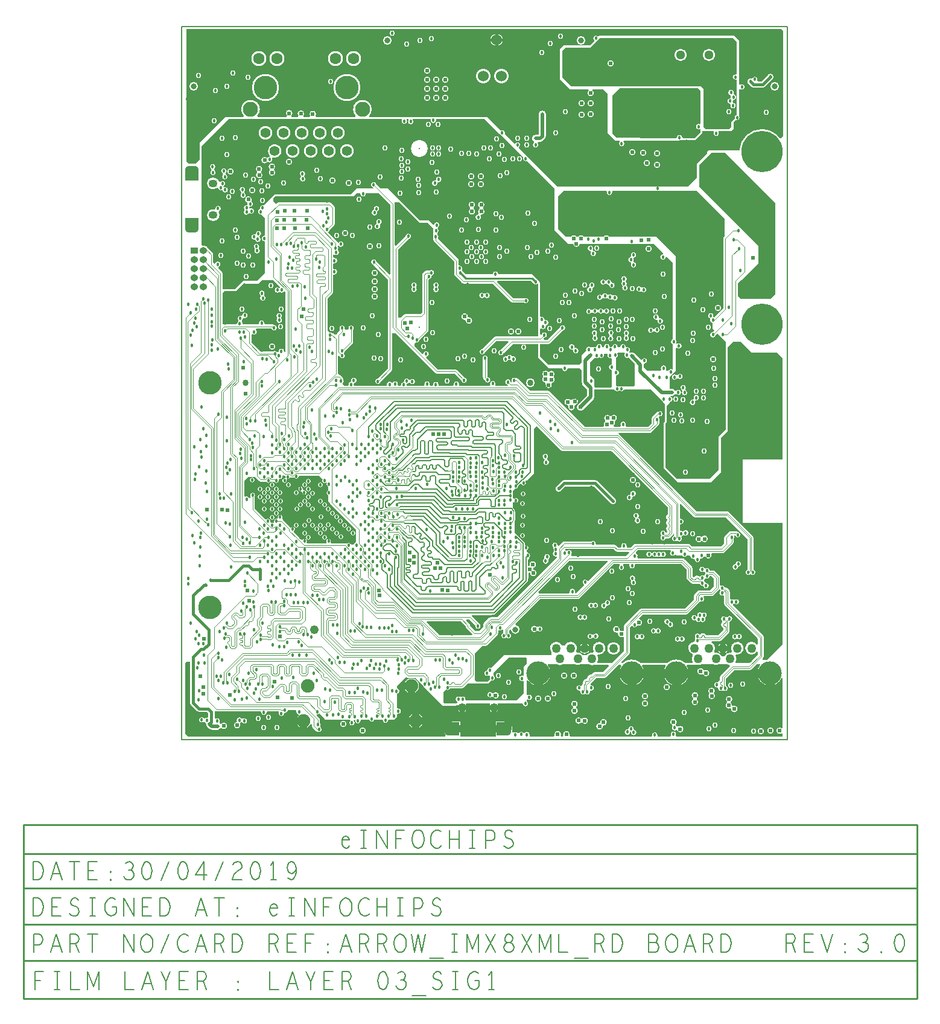
<source format=gbr>
G04 ================== begin FILE IDENTIFICATION RECORD ==================*
G04 Layout Name:  D:/ml/database/eI_Arrow_IMX8XML_RD_LAYOUT1.brd*
G04 Film Name:    L03.gbr*
G04 File Format:  Gerber RS274X*
G04 File Origin:  Cadence Allegro 17.2-S053*
G04 Origin Date:  Tue Jul 23 18:18:31 2019*
G04 *
G04 Layer:  DRAWING FORMAT/L3*
G04 Layer:  DRAWING FORMAT/FILM_LABEL_OUTLINE*
G04 Layer:  VIA CLASS/L3_SIG1*
G04 Layer:  PIN/L3_SIG1*
G04 Layer:  ETCH/L3_SIG1*
G04 Layer:  BOARD GEOMETRY/OUTLINE*
G04 *
G04 Offset:    (0.00 0.00)*
G04 Mirror:    No*
G04 Mode:      Positive*
G04 Rotation:  0*
G04 FullContactRelief:  No*
G04 UndefLineWidth:     5.00*
G04 ================== end FILE IDENTIFICATION RECORD ====================*
%FSLAX25Y25*MOIN*%
%IR0*IPPOS*OFA0.00000B0.00000*MIA0B0*SFA1.00000B1.00000*%
%ADD17C,.01*%
%AMMACRO30*
4,1,24,.0374,-.01722,
.0374,.04085,
-.0374,.04085,
-.0374,-.01722,
-.037042,-.021322,
-.035978,-.0253,
-.034239,-.029033,
-.031878,-.032406,
-.028967,-.035319,
-.025594,-.037682,
-.021863,-.039423,
-.017886,-.04049,
-.013784,-.04085,
-.01378,-.04085,
.01378,-.04085,
.017882,-.040491,
.021859,-.039424,
.025591,-.037684,
.028964,-.035321,
.031875,-.032409,
.034237,-.029036,
.035976,-.025303,
.037042,-.021326,
.0374,-.017224,
.0374,-.01722,
0.0*
%
%ADD30MACRO30*%
%AMMACRO27*
4,1,24,.01722,.0374,
-.04085,.0374,
-.04085,-.0374,
.01722,-.0374,
.021322,-.037042,
.0253,-.035978,
.029033,-.034239,
.032406,-.031878,
.035319,-.028967,
.037682,-.025594,
.039423,-.021863,
.04049,-.017886,
.04085,-.013784,
.04085,-.01378,
.04085,.01378,
.040491,.017882,
.039424,.021859,
.037684,.025591,
.035321,.028964,
.032409,.031875,
.029036,.034237,
.025303,.035976,
.021326,.037042,
.017224,.0374,
.01722,.0374,
0.0*
%
%ADD27MACRO27*%
%ADD18C,.05*%
%ADD12C,.032*%
%ADD34C,.024*%
%ADD15C,.06*%
%ADD14C,.051*%
%ADD24C,.034*%
%ADD33C,.018*%
%ADD21C,.063*%
%ADD23C,.055*%
%ADD20C,.083*%
%ADD31C,.048*%
%ADD32C,.0748*%
%ADD22C,.13*%
%ADD19C,.131*%
%ADD11O,.042X.038*%
%ADD10R,.042X.038*%
%ADD13R,.052X.083*%
%AMMACRO26*
4,1,24,-.01722,-.0374,
.04085,-.0374,
.04085,.0374,
-.01722,.0374,
-.021322,.037042,
-.0253,.035978,
-.029033,.034239,
-.032406,.031878,
-.035319,.028967,
-.037682,.025594,
-.039423,.021863,
-.04049,.017886,
-.04085,.013784,
-.04085,.01378,
-.04085,-.01378,
-.040491,-.017882,
-.039424,-.021859,
-.037684,-.025591,
-.035321,-.028964,
-.032409,-.031875,
-.029036,-.034237,
-.025303,-.035976,
-.021326,-.037042,
-.017224,-.0374,
-.01722,-.0374,
0.0*
%
%ADD26MACRO26*%
%AMMACRO29*
4,1,24,-.0374,.01722,
-.0374,-.04085,
.0374,-.04085,
.0374,.01722,
.037042,.021322,
.035978,.0253,
.034239,.029033,
.031878,.032406,
.028967,.035319,
.025594,.037682,
.021863,.039423,
.017886,.04049,
.013784,.04085,
.01378,.04085,
-.01378,.04085,
-.017882,.040491,
-.021859,.039424,
-.025591,.037684,
-.028964,.035321,
-.031875,.032409,
-.034237,.029036,
-.035976,.025303,
-.037042,.021326,
-.0374,.017224,
-.0374,.01722,
0.0*
%
%ADD29MACRO29*%
%ADD16C,.228*%
%ADD28O,.04921X.04331*%
%ADD25O,.04331X.04921*%
%ADD35C,.02*%
%ADD36C,.04*%
%ADD37C,.015*%
%ADD38C,.025*%
%ADD39C,.004*%
%ADD40C,.005*%
%ADD41C,.006*%
%ADD42C,.00641*%
%ADD43C,.03004*%
%ADD53C,.05004*%
%ADD51C,.07004*%
%ADD52C,.02604*%
%ADD46C,.08004*%
%ADD44C,.03604*%
%ADD47C,.08304*%
%ADD55C,.07504*%
%ADD49C,.04804*%
%ADD56C,.06704*%
%ADD50C,.05804*%
%ADD45C,.06804*%
%ADD57C,.08284*%
%ADD54C,.09296*%
%ADD48C,.15004*%
G75*
%LPD*%
G75*
G36*
G01X13100Y194000D02*
X19202D01*
X23089Y190113D01*
G02X23050Y189585I-248J-247D01*
G03X22974Y189524I902J-1201D01*
G02X22520I-227J267D01*
G03X21547Y189882I-973J-1143D01*
G03Y186878I0J-1502D01*
G03X22520Y187236I0J1501D01*
G02X22974I227J-267D01*
G03X23947Y186878I973J1143D01*
G03X25152Y187483I0J1503D01*
G02X25680Y187522I281J-209D01*
G01X25998Y187203D01*
Y154100D01*
X25622D01*
G02X25273Y154476I0J350D01*
G03X25277Y154587I-1498J110D01*
G03X22273I-1502J0D01*
G03X22277Y154476I1502J-1D01*
G02X21928Y154100I-349J-26D01*
G01X21445D01*
G03X20143Y154854I-1302J-747D01*
G03X19242Y154554I0J-1503D01*
G01X12298D01*
X7202Y159650D01*
Y163847D01*
G02X7769Y164122I350J0D01*
G03X8700Y163798I932J1178D01*
G03X10202Y165300I0J1502D01*
G03X9636Y166475I-1503J0D01*
G02X9854Y167098I218J273D01*
G01X18348D01*
X18390Y166984D01*
G03X19800Y165998I1410J515D01*
G03X21302Y167500I0J1502D01*
G03X20065Y168978I-1501J0D01*
G01X20011Y168988D01*
X19850Y169150D01*
G03X19000Y169502I-850J-850D01*
G01X14680D01*
G02X14334Y169908I-1J350D01*
G03X14354Y170151I-1482J244D01*
G03X11350I-1502J0D01*
G03X11370Y169908I1502J1D01*
G02X11024Y169502I-345J-56D01*
G01X2646D01*
G02X2297Y169880I0J350D01*
G03X2302Y170000I-1497J122D01*
G03X1935Y170984I-1503J0D01*
G02X1995Y171497I264J229D01*
G03X2618Y172675I-878J1218D01*
G02X3091Y172993I350J-10D01*
G03X3617Y172898I526J1407D01*
G03Y175902I0J1502D01*
G03X2116Y174441I0J-1502D01*
G02X1643Y174123I-350J10D01*
G03X1117Y174218I-526J-1407D01*
G03X-385Y172716I0J-1502D01*
G03X-18Y171732I1503J0D01*
G02X-78Y171219I-264J-229D01*
G03X-702Y170000I879J-1219D01*
G03X-697Y169880I1502J2D01*
G02X-1046Y169502I-349J-28D01*
G01X-8082D01*
G03X-8353Y169471I0J-1202D01*
G02X-8782Y169812I-79J341D01*
G01Y186818D01*
X-7801Y187798D01*
X-1685D01*
X-1484Y188000D01*
X-900D01*
Y188100D01*
X3000Y192000D01*
X11100D01*
X13100Y194000D01*
G37*
G36*
G01X-28800Y332400D02*
X300100D01*
X301100Y331400D01*
Y273400D01*
X299774Y272074D01*
G02X299243Y272117I-247J248D01*
G03X289190Y277256I-10053J-7263D01*
G03X276808Y265565I0J-12402D01*
G01X276799Y265400D01*
X259700D01*
X258900Y264600D01*
Y263800D01*
X253400Y258300D01*
Y250600D01*
X248200Y245400D01*
X232634D01*
G03X230966I-834J-1001D01*
G01X176200D01*
X159894Y261706D01*
X159885Y261720D01*
G03X159520Y262085I-1085J-720D01*
G01X159506Y262094D01*
X154886Y266714D01*
G02X154958Y267264I248J247D01*
G03X155709Y268565I-751J1301D01*
G03X154207Y270067I-1502J0D01*
G03X152906Y269316I0J-1502D01*
G02X152356Y269244I-303J176D01*
G01X147128Y274472D01*
X147176Y274582D01*
G03X147302Y275184I-1375J602D01*
G03X145800Y276686I-1502J0D01*
G03X145198Y276560I0J-1501D01*
G01X145088Y276512D01*
X137700Y283900D01*
X136566D01*
X136465Y284002D01*
X72482D01*
G02X72230Y284595I0J350D01*
G03X73676Y288173I-3706J3579D01*
G03X63372I-5152J0D01*
G03X64818Y284595I5152J1D01*
G02X64566Y284002I-252J-243D01*
G01X42858D01*
G02X42575Y284557I0J350D01*
G03X42919Y285616I-1458J1059D01*
G03X39315I-1802J0D01*
G03X39659Y284557I1802J0D01*
G02X39376Y284002I-283J-205D01*
G01X36094D01*
G02X35837Y284590I0J350D01*
G03X36319Y285816I-1320J1227D01*
G03X32715I-1802J0D01*
G03X33197Y284590I1802J1D01*
G02X32940Y284002I-257J-238D01*
G01X29381D01*
G02X29159Y284622I0J350D01*
G03X29819Y286016I-1142J1394D01*
G03X26215I-1802J0D01*
G03X26875Y284622I1802J0D01*
G02X26653Y284002I-222J-270D01*
G01X10657D01*
G02X10405Y284595I0J350D01*
G03X11851Y288173I-3706J3579D01*
G03X1547I-5152J0D01*
G03X2993Y284595I5152J1D01*
G02X2741Y284002I-252J-243D01*
G01X-5315D01*
X-5416Y283900D01*
X-7300D01*
X-21500Y269700D01*
Y260600D01*
X-23800Y258300D01*
X-27600D01*
X-28800Y259500D01*
Y332400D01*
G37*
G36*
G01X180597Y45398D02*
X207302D01*
X208428Y44272D01*
G03X209278Y43920I850J850D01*
G01X215677D01*
G02X215925Y43323I0J-350D01*
G01X214003Y41402D01*
X184099D01*
G02X183783Y41902I0J350D01*
G03X183900Y42418I-1085J517D01*
G01Y42595D01*
X183931Y42640D01*
G03X184200Y43498I-1234J858D01*
G03X182698Y45000I-1502J0D01*
G03X181626Y44550I0J-1502D01*
G02X181174Y44509I-250J245D01*
G03X180681Y44737I-867J-1227D01*
G02X180521Y45323I88J339D01*
G01X180597Y45398D01*
G37*
G36*
G01X104245Y5598D02*
X122802D01*
X125598Y2802D01*
Y2500D01*
G03X125950Y1650I1202J0D01*
G01X129202Y-1601D01*
G02X128954Y-2198I-248J-247D01*
G01X111197D01*
X103997Y5001D01*
G02X104245Y5598I248J247D01*
G37*
G36*
G01X265666Y23062D02*
G03X265712Y23112I-861J838D01*
G02X265986Y23095I130J-117D01*
G03X266234Y22821I1229J863D01*
G02Y22291I-229J-265D01*
G03X265715Y21156I983J-1136D01*
G03X267217Y19654I1502J0D01*
G03X267770Y19759I1J1502D01*
G02X268248Y19434I128J-325D01*
G01Y15248D01*
G03X268600Y14398I1202J0D01*
G01X287066Y-4067D01*
Y-7164D01*
G02X286425Y-7358I-350J0D01*
G03X283515Y-5805I-2910J-1950D01*
G03Y-12809I0J-3502D01*
G03X286425Y-11256I0J3503D01*
G02X287066Y-11450I291J-194D01*
G01Y-12833D01*
X282299Y-17600D01*
X274973D01*
G02X274676Y-17065I0J350D01*
G03X275206Y-15213I-2971J1852D01*
G03X274626Y-13283I-3501J0D01*
G02X274984Y-12747I292J192D01*
G03X275641Y-12809I656J3440D01*
G03X272139Y-9307I0J3502D01*
G03X272719Y-11237I3501J0D01*
G02X272361Y-11773I-292J-192D01*
G03X271704Y-11711I-656J-3440D01*
G03X268457Y-13900I0J-3503D01*
G01X267077D01*
G03X263830Y-11711I-3247J-1314D01*
G03X263173Y-11773I-1J-3502D01*
G02X262815Y-11237I-66J344D01*
G03X263395Y-9307I-2921J1930D01*
G03X261528Y-6210I-3502J0D01*
G02X261691Y-5550I163J310D01*
G01X265752D01*
G03X266602Y-5199I1J1202D01*
G01X270967Y-834D01*
G03X271318Y16I-851J849D01*
G01Y5318D01*
X271528Y5528D01*
X271582Y5538D01*
G03X272819Y7016I-264J1478D01*
G03X271317Y8518I-1502J0D01*
G03X270002Y7742I0J-1502D01*
G02X269407Y7714I-306J169D01*
G03X268167Y8368I-1240J-849D01*
G03X266665Y6866I0J-1502D01*
G03X267277Y5656I1502J0D01*
G02X267317Y5127I-208J-282D01*
G01X267067Y4878D01*
G03X266716Y4028I851J-849D01*
G01Y3366D01*
G03X267067Y2516I1202J-1D01*
G01X267536Y2047D01*
G03X267954Y1776I848J851D01*
G01X268066Y1733D01*
Y867D01*
X264901Y-2298D01*
X258629D01*
X258584Y-2188D01*
G03X258320Y-1787I-1115J-447D01*
G01X257919Y-1386D01*
G03X257069Y-1034I-850J-850D01*
G01X256271D01*
G03X255421Y-1386I0J-1202D01*
G01X255160Y-1648D01*
G02X254668Y-1651I-248J247D01*
G03X253617Y-1222I-1051J-1073D01*
G03X252115Y-2724I0J-1502D01*
G03X252473Y-3697I1501J0D01*
G02Y-4151I-267J-227D01*
G03X252115Y-5124I1143J-973D01*
G03X252140Y-5398I1502J-1D01*
G02X251816Y-5811I-344J-64D01*
G03X248517Y-9307I203J-3496D01*
G03X250956Y-12644I3502J0D01*
G02X251135Y-13180I-106J-333D01*
G03X250485Y-15213I2852J-2032D01*
G03X251015Y-17065I3501J0D01*
G02X250718Y-17600I-297J-185D01*
G01X247090D01*
G03X236712I-5189J-5487D01*
G01X222476D01*
G03X217287Y-15535I-5189J-5487D01*
G03X212148Y-17553I0J-7552D01*
G01X212098Y-17600D01*
X211748D01*
G02X211501Y-17003I0J350D01*
G01X215917Y-12587D01*
G03X216268Y-11737I-851J849D01*
G01Y2069D01*
X217092Y2893D01*
G02X217638Y2829I248J-247D01*
G03X218917Y2114I1279J786D01*
G03X220263Y2950I0J1502D01*
G02X220697Y3124I314J-155D01*
G03X221317Y3014I620J1692D01*
G03X223119Y4816I0J1802D01*
G03X221586Y6598I-1802J0D01*
G02X221391Y7191I52J346D01*
G01X223514Y9314D01*
X247521D01*
G03X248371Y9666I0J1202D01*
G01X254667Y15962D01*
G03X254885Y16261I-851J849D01*
G02X255332Y16423I311J-161D01*
G03X255917Y16304I586J1383D01*
G03X257419Y17806I0J1502D01*
G03X257019Y18827I-1503J0D01*
G02X257276Y19414I257J237D01*
G01X261520D01*
G03X262370Y19766I0J1202D01*
G01X265666Y23062D01*
G37*
G36*
G01X219258Y37098D02*
X244531D01*
X247566Y34064D01*
Y29596D01*
G03X247917Y28746I1202J-1D01*
G01X249961Y26702D01*
G03X250811Y26350I850J850D01*
G01X254926D01*
X254961Y26223D01*
G03X256408Y25125I1447J404D01*
G03X256560Y25133I-3J1502D01*
G02X256939Y24847I35J-348D01*
G03X258417Y23614I1478J269D01*
G03Y26618I0J1502D01*
G03X258265Y26610I3J-1502D01*
G02X257886Y26896I-35J348D01*
G03X257391Y27762I-1477J-270D01*
G02Y28292I229J265D01*
G03X257850Y29008I-983J1135D01*
G02X258327Y29231I336J-97D01*
G03X258932Y29104I604J1375D01*
G03X260390Y30246I0J1502D01*
G01X260423Y30380D01*
X261454D01*
X262764Y29069D01*
Y24763D01*
X260669Y22668D01*
X254768D01*
G03X253918Y22316I0J-1202D01*
G01X252117Y20515D01*
G03X251766Y19665I851J-849D01*
G01Y17663D01*
X246670Y12568D01*
X222663D01*
G03X221813Y12216I0J-1202D01*
G01X213367Y3770D01*
G03X213016Y2920I851J-849D01*
G01Y336D01*
G02X212479Y40I-350J0D01*
G03X211517Y318I-962J-1524D01*
G03X211001Y242I2J-1802D01*
G02X210562Y665I-100J335D01*
G03X210619Y1116I-1745J450D01*
G03X208817Y-686I-1802J0D01*
G03X209333Y-610I-2J1802D01*
G02X209772Y-1033I100J-335D01*
G03X209715Y-1484I1745J-450D01*
G03X211517Y-3286I1802J0D01*
G03X212479Y-3008I0J1802D01*
G02X213016Y-3304I187J-296D01*
G01Y-10886D01*
X206302Y-17600D01*
X198627D01*
G02X198330Y-17065I0J350D01*
G03X198860Y-15213I-2971J1852D01*
G03X198280Y-13283I-3501J0D01*
G02X198638Y-12747I292J192D01*
G03X199295Y-12809I656J3440D01*
G03X195793Y-9307I0J3502D01*
G03X196373Y-11237I3501J0D01*
G02X196015Y-11773I-292J-192D01*
G03X195358Y-11711I-656J-3440D01*
G03X192565Y-13100I0J-3503D01*
G01X190277D01*
G03X187484Y-11711I-2793J-2114D01*
G03X186998Y-11745I1J-3502D01*
G02X186600Y-11398I-48J347D01*
G01Y-11023D01*
X186621Y-10984D01*
G03X187049Y-9307I-3074J1678D01*
G03X183547Y-5805I-3502J0D01*
G03X180435Y-7700I0J-3503D01*
G01X178785D01*
G03X175673Y-5805I-3112J-1608D01*
G03X172171Y-9307I0J-3502D01*
G03X173000Y-11570I3503J0D01*
G01Y-13100D01*
X171200D01*
X171150Y-13050D01*
X146950D01*
X139793Y-20207D01*
X139682Y-20154D01*
G03X139041Y-20011I-640J-1359D01*
G03X137544Y-21393I0J-1502D01*
G02X137223Y-21714I-349J28D01*
G03X135841Y-23211I120J-1497D01*
G03X137343Y-24713I1502J0D01*
G03X138322Y-24350I0J1502D01*
G02X138900Y-24616I228J-266D01*
G01Y-25255D01*
X138889Y-25284D01*
G03X138798Y-25800I1411J-515D01*
G03X138857Y-26216I1502J1D01*
G01X138885Y-26315D01*
X137500Y-27700D01*
X131500D01*
X130800Y-27000D01*
Y-12100D01*
X134799Y-8102D01*
X136600D01*
G03X137450Y-7750I0J1202D01*
G01X143150Y-2050D01*
G03X143502Y-1200I-850J850D01*
G01Y332D01*
G02X144021Y638I350J0D01*
G03X144747Y451I726J1316D01*
G03X145776Y859I0J1502D01*
G02X146366Y604I240J-255D01*
G01Y-1010D01*
X146253Y-1053D01*
G03X145290Y-2455I539J-1402D01*
G03X146792Y-3957I1502J0D01*
G03X147765Y-3599I0J1501D01*
G02X148219I227J-267D01*
G03X149192Y-3957I973J1143D01*
G03X150694Y-2455I0J1502D01*
G03X149731Y-1053I-1502J0D01*
G01X149618Y-1010D01*
Y514D01*
X150025Y921D01*
G02X150620Y717I248J-247D01*
G03X153003Y-1385I2383J300D01*
G03X155405Y1017I0J2402D01*
G03X153303Y3400I-2402J0D01*
G02X153099Y3995I43J347D01*
G01X166869Y17764D01*
X187569D01*
G03X188419Y18116I0J1202D01*
G01X207401Y37098D01*
X210511D01*
G02X210720Y36468I0J-350D01*
G03X210115Y35263I898J-1205D01*
G03X213119I1502J0D01*
G03X212514Y36468I-1503J0D01*
G02X212723Y37098I209J280D01*
G01X215776D01*
G02X216105Y36629I0J-350D01*
G03X216015Y36116I1412J-512D01*
G03X219019I1502J0D01*
G03X218929Y36629I-1502J1D01*
G02X219258Y37098I329J119D01*
G37*
G36*
G01X183098Y38998D02*
X203854D01*
G02X204102Y38401I0J-350D01*
G01X193524Y27824D01*
G02X192979Y27888I-247J247D01*
G03X191700Y28602I-1279J-789D01*
G03X190198Y27100I0J-1502D01*
G03X190912Y25821I1503J0D01*
G02X190976Y25276I-183J-298D01*
G01X186718Y21018D01*
X186241D01*
G02X185912Y21487I0J350D01*
G03X186002Y22000I-1412J512D01*
G03X182998I-1502J0D01*
G03X183088Y21487I1502J-1D01*
G02X182759Y21018I-329J-119D01*
G01X166018D01*
G03X165973Y21017I4J-1202D01*
G02X165713Y21614I-12J350D01*
G01X183098Y38998D01*
G37*
G36*
G01X265666Y30770D02*
X263155Y33281D01*
G03X262308Y33632I-849J-851D01*
G01X260423D01*
X260390Y33766D01*
G03X258108Y34662I-1458J-360D01*
G02X257595Y34815I-192J292D01*
G03X257041Y32960I-1378J-599D01*
G02X257554Y32807I192J-292D01*
G03X257949Y32271I1377J601D01*
G02Y31741I-229J-265D01*
G03X257490Y31025I983J-1135D01*
G02X257013Y30802I-336J97D01*
G03X255186Y30300I-605J-1375D01*
G02X254654Y30256I-285J204D01*
G01X254545Y30366D01*
G03X253695Y30718I-850J-850D01*
G01X253033D01*
G03X252183Y30366I0J-1202D01*
G01X251714Y29897D01*
G03X251709Y29892I846J-851D01*
G01X251706Y29888D01*
X251577Y29759D01*
X250868Y30467D01*
Y34868D01*
G03X250517Y35715I-1202J-2D01*
G01X246232Y40000D01*
G03X245382Y40352I-850J-850D01*
G01X220738D01*
G02X220432Y40871I0J350D01*
G03X219681Y42993I-1313J729D01*
G02X219565Y43565I131J324D01*
G01X220799Y44798D01*
X238631D01*
G02X238883Y44206I0J-350D01*
G03X241047Y42122I1084J-1040D01*
G02X241529Y42141I251J-244D01*
G03X241859Y42016I331J375D01*
G01X245157D01*
G03X247861Y41912I1377J600D01*
G02X248319Y42064I309J-164D01*
G03X248532Y42016I214J452D01*
G01X248990D01*
X249040Y41971D01*
G03X249328Y41846I333J373D01*
G02X249646Y41481I-32J-349D01*
G03X251649Y39998I1500J-68D01*
G02X252116Y39658I117J-330D01*
G03X255099Y39861I1501J-42D01*
G02X255515Y40261I345J57D01*
G03X257179Y41099I302J1471D01*
G01X257226Y41200D01*
X258010D01*
G03X261311Y42629I1606J816D01*
G02X261640Y43098I329J119D01*
G01X267501D01*
G03X268351Y43450I0J1202D01*
G01X273367Y48466D01*
G03X273718Y49313I-851J849D01*
G01Y51015D01*
G03X273929Y52429I-1201J902D01*
G02X274257Y52898I329J119D01*
G01X274443D01*
X274481Y52774D01*
G03X276183Y54694I1436J442D01*
G01X276128Y54704D01*
X275883Y54950D01*
G03X275033Y55302I-850J-850D01*
G01X272000D01*
G03X271150Y54950I0J-1202D01*
G01X268750Y52550D01*
G03X268398Y51700I850J-850D01*
G01Y48570D01*
X266530Y46702D01*
X250598D01*
X249350Y47950D01*
G03X248500Y48302I-850J-850D01*
G01X219300D01*
G03X218450Y47950I0J-1202D01*
G01X216824Y46324D01*
X214775D01*
G02X214440Y46773I0J350D01*
G03X214502Y47200I-1439J427D01*
G03X211498I-1502J0D01*
G03X211560Y46773I1501J0D01*
G02X211225Y46324I-335J-99D01*
G01X209776D01*
X208650Y47450D01*
G03X207800Y47802I-850J-850D01*
G01X197835D01*
G02X197488Y48198I0J350D01*
G03X195099Y49602I-1488J202D01*
G01X179900D01*
G03X179050Y49250I0J-1202D01*
G01X176976Y47175D01*
G02X176379Y47437I-247J248D01*
G03X174006Y46274I-1501J60D01*
G02X174116Y45834I-203J-285D01*
G03X174219Y44327I1347J-665D01*
G02X174170Y43876I-289J-197D01*
G03X175534Y41319I1030J-1093D01*
G02X175962Y40978I78J-342D01*
G01Y40661D01*
X143002Y7702D01*
X139238D01*
G03X138388Y7350I0J-1202D01*
G01X135661Y4623D01*
G03X135310Y3776I851J-849D01*
G01Y2409D01*
X133002Y102D01*
X130898D01*
X128002Y2998D01*
Y3300D01*
G03X127650Y4150I-1202J0D01*
G01X125898Y5901D01*
G02X126145Y6498I248J247D01*
G01X127602D01*
X130919Y3182D01*
X130893Y3085D01*
G03X133536Y3616I1452J-385D01*
G03X133195Y4305I-1191J-161D01*
G01X128950Y8550D01*
G03X128928Y8571I-841J-859D01*
G01X128901Y8596D01*
X128875Y8656D01*
G02X129036Y8900I161J69D01*
G01X139700D01*
X140069Y9268D01*
X141257D01*
G03X141824Y9503I0J802D01*
G01X159685Y27364D01*
G03X159920Y27931I-567J567D01*
G01Y29119D01*
X160300Y29500D01*
Y32200D01*
G02X160726Y32541I350J-1D01*
G03X160903Y32510I399J1758D01*
G01X160967Y32503D01*
X161127Y32329D01*
G03X163135Y33947I1794J-172D01*
G01X163071Y33955D01*
X162913Y34126D01*
X162917Y34200D01*
G03X162880Y34678I-1799J101D01*
G02X163124Y35087I342J73D01*
G03X160855Y36438I-507J1729D01*
G02X160611Y36029I-342J-73D01*
G03X160475Y35983I509J-1728D01*
G02X160000Y36310I-125J327D01*
G01Y39400D01*
X160800Y40200D01*
Y40859D01*
G03X160850Y42725I-883J957D01*
G01X160749Y42826D01*
Y42851D01*
X159270Y44330D01*
G02X159391Y44903I248J247D01*
G03X158628Y47385I-474J1213D01*
G02X158200Y47726I-78J341D01*
G01Y48900D01*
X152800Y54300D01*
Y61255D01*
X152804Y61273D01*
G03X152818Y61416I-687J139D01*
G01Y66026D01*
X152836Y66063D01*
G03X152684Y66983I-719J354D01*
G01X151800Y67866D01*
Y71163D01*
G02X152409Y71398I350J0D01*
G03X153375Y70969I966J873D01*
G03Y73573I0J1302D01*
G03X152409Y73144I0J-1302D01*
G02X151800Y73379I-259J235D01*
G01Y77400D01*
X153154Y78754D01*
X153232Y78751D01*
G03X153296Y78749I73J1300D01*
G01X153297D01*
G03X154598Y80050I-1J1302D01*
G01Y80051D01*
G03X154596Y80110I-1302J-15D01*
G01Y80112D01*
X154593Y80193D01*
X155787Y81387D01*
G02X156352Y81285I247J-248D01*
G03X158492Y82712I1183J543D01*
G02X158748Y83300I256J238D01*
G01X159400D01*
X163300Y87200D01*
Y111800D01*
X164600Y113100D01*
X164963D01*
X178062Y100000D01*
G03X178912Y99648I850J850D01*
G01X205985D01*
X237216Y68418D01*
Y64741D01*
X236667Y64193D01*
G03X236316Y63346I851J-849D01*
G01Y62740D01*
G03X236667Y61893I1202J2D01*
G01X237118Y61443D01*
X236667Y60993D01*
G03X236316Y60146I851J-849D01*
G01Y59540D01*
G03X236667Y58693I1202J2D01*
G01X237118Y58243D01*
X236767Y57893D01*
G03X236416Y57046I851J-849D01*
G01Y56240D01*
G03X236767Y55393I1202J2D01*
G01X237180Y54980D01*
X236702Y54502D01*
X236092D01*
X236049Y54615D01*
G03X233503Y53103I-1402J-539D01*
G02Y52649I-267J-227D01*
G03X236049Y51137I1144J-973D01*
G01X236092Y51250D01*
X237556D01*
G03X238403Y51601I-2J1202D01*
G01X240117Y53315D01*
G03X240366Y53680I-851J848D01*
G01X240412Y53785D01*
X240702D01*
Y52561D01*
X240589Y52518D01*
G03X242101Y49972I539J-1402D01*
G02X242555I227J-267D01*
G03X244765Y51968I973J1144D01*
G02X244991Y52510I289J198D01*
G03X245849Y52997I-271J1477D01*
G02X246298Y53062I263J-231D01*
G03X245969Y55325I799J1272D01*
G02X245520Y55260I-263J231D01*
G03X244383Y55452I-799J-1272D01*
G02X243954Y55793I-79J341D01*
G01Y58758D01*
G02X244341Y59106I350J0D01*
G03X244500Y59098I155J1494D01*
G03Y62102I0J1502D01*
G03X244341Y62094I-4J-1502D01*
G02X243954Y62442I-37J348D01*
G01Y70035D01*
G02X244552Y70282I350J0D01*
G01X251567Y63266D01*
G03X252417Y62914I850J850D01*
G01X269315D01*
X281316Y50914D01*
Y33961D01*
X281203Y33918D01*
G03X282715Y31372I539J-1402D01*
G02X283169I227J-267D01*
G03X284681Y33918I973J1144D01*
G01X284568Y33961D01*
Y51768D01*
G03X284217Y52615I-1202J-2D01*
G01X271016Y65816D01*
G03X270166Y66168I-850J-850D01*
G01X253268D01*
X243916Y75519D01*
Y75618D01*
X237236Y82298D01*
X237137D01*
X210470Y108966D01*
G03X210198Y109169I-847J-852D01*
G01X210107Y109219D01*
Y109498D01*
X227440D01*
G03X228290Y109850I0J1202D01*
G01X232170Y113730D01*
G03X232522Y114580I-850J850D01*
G01Y115899D01*
G03X232242Y117986I-1202J901D01*
G02X232209Y118510I214J277D01*
G01X232385Y118685D01*
X232484Y118657D01*
G03X231992Y121297I416J1443D01*
G03X231250Y120950I108J-1197D01*
G01X228580Y118280D01*
G03X228228Y117430I850J-850D01*
G01Y114968D01*
X226262Y113002D01*
X214191D01*
G02X213891Y113531I0J350D01*
G03X214104Y114302I-1289J771D01*
G03X211100I-1502J0D01*
G03X211313Y113531I1502J0D01*
G02X211013Y113002I-300J-179D01*
G01X207573D01*
G02X207378Y113642I0J350D01*
G03X208061Y115766I-1006J1495D01*
G02X208228Y116199I328J122D01*
G03X205901Y118800I-828J1601D01*
G02X205330Y118783I-292J194D01*
G03X202669Y116375I-1440J-1082D01*
G02X202634Y115833I-238J-257D01*
G03X202090Y113516I1046J-1468D01*
G02X201782Y113002I-309J-164D01*
G01X191278D01*
X171830Y132450D01*
G03X170980Y132802I-850J-850D01*
G01X161199D01*
X158900Y135100D01*
X158899D01*
X154584Y139416D01*
G03X153734Y139768I-850J-850D01*
G01X153303D01*
X153258Y139799D01*
G03X151114Y137791I-858J-1233D01*
G01X151115Y137789D01*
X151127Y137768D01*
X151140Y137725D01*
G02X150972Y137502I-169J-48D01*
G01X150761D01*
X150385Y137877D01*
X150375Y137932D01*
G03X148897Y139168I-1478J-266D01*
G03X147395Y137666I0J-1502D01*
G03X148632Y136188I1501J0D01*
G01X148686Y136178D01*
X148997Y135867D01*
G02X148874Y135568I-123J-124D01*
G01X142204D01*
G02X141892Y136075I0J350D01*
G03X142052Y136749I-1342J675D01*
G01Y136750D01*
G03X139048I-1502J0D01*
G01Y136749D01*
G03X139208Y136075I1502J1D01*
G02X138896Y135568I-312J-157D01*
G01X122227D01*
G02X121892Y136019I0J350D01*
G03X121957Y136455I-1437J437D01*
G03X118953I-1502J0D01*
G03X119018Y136019I1502J1D01*
G02X118683Y135568I-335J-101D01*
G01X110912D01*
G02X110570Y135990I0J350D01*
G03X110602Y136297I-1470J308D01*
G01Y136300D01*
G03X107598I-1502J0D01*
G01Y136297D01*
G03X107630Y135990I1502J1D01*
G02X107288Y135568I-342J-72D01*
G01X105990D01*
G02X105662Y136037I1J350D01*
G03X105752Y136548I-1412J512D01*
G01Y136550D01*
G03X102748I-1502J0D01*
G01Y136548D01*
G03X102838Y136037I1502J1D01*
G02X102510Y135568I-329J-119D01*
G01X93162D01*
G02X92814Y135946I1J350D01*
G03X92811Y136218I-1497J120D01*
G02X93133Y136602I348J35D01*
G03X94187Y137159I-117J1497D01*
G02X94770Y137102I273J-219D01*
G03X94930Y138741I1330J697D01*
G02X94347Y138798I-273J219D01*
G03X91523Y137948I-1330J-698D01*
G02X91201Y137564I-348J-35D01*
G03X89820Y135946I116J-1498D01*
G02X89472Y135568I-349J-28D01*
G01X88386D01*
G02X88061Y136046I1J350D01*
G03X85318Y137265I-1396J555D01*
G02X84723Y137211I-314J155D01*
G03X82050Y135993I-1206J-895D01*
G02X81709Y135568I-342J-75D01*
G01X64112D01*
G02X63770Y135990I0J350D01*
G03X63771Y136604I-1470J309D01*
G02X64054Y137020I343J71D01*
G03X62329Y138196I-254J1480D01*
G02X62046Y137780I-343J-71D01*
G03X60830Y135990I254J-1480D01*
G02X60488Y135568I-342J-72D01*
G01X58333D01*
X57485Y136415D01*
G02X57537Y136953I247J248D01*
G03X57933Y139058I-837J1247D01*
G01X57902Y139103D01*
Y139400D01*
G03X57550Y140250I-1202J0D01*
G01X56350Y141450D01*
G03X55500Y141802I-850J-850D01*
G01X55357D01*
G02X55009Y142188I0J350D01*
G03X55016Y142314I-1195J130D01*
G01Y151935D01*
G02X55613Y152182I350J-1D01*
G01X55915Y151880D01*
X55925Y151826D01*
G03X58372Y153238I1478J265D01*
G02X58375Y153775I226J267D01*
G03X58895Y154667I-958J1156D01*
G01X58905Y154721D01*
X63111Y158926D01*
G03X63462Y159776I-851J849D01*
G01Y166560D01*
G03X60874Y166884I-1201J901D01*
G02X60551Y166400I-323J-134D01*
G01X59034D01*
G02X58706Y166873I0J350D01*
G03X56067Y166542I-1406J527D01*
G01X56098Y166497D01*
Y166097D01*
X54488Y164487D01*
G03X54155Y163845I851J-849D01*
G01X54129Y163700D01*
X53199D01*
X52551Y164349D01*
G03X51704Y164700I-849J-851D01*
G01X51507D01*
X51461Y164733D01*
G03X50477Y165009I-873J-1222D01*
G01X50397Y165003D01*
X49218Y166182D01*
Y183719D01*
X52067Y186567D01*
G03X52418Y187417I-851J849D01*
G01Y196678D01*
G02X52831Y197022I350J0D01*
G03X53097Y196998I267J1478D01*
G01X53100D01*
G03Y200002I0J1502D01*
G01X53097D01*
G03X52831Y199978I1J-1502D01*
G02X52418Y200322I-63J344D01*
G01Y202858D01*
G02X52836Y203201I350J0D01*
G03X53124Y203173I289J1474D01*
G01X53125D01*
G03Y206177I0J1502D01*
G01X53124D01*
G03X52836Y206149I1J-1502D01*
G02X52418Y206492I-68J343D01*
G01Y207813D01*
G02X53020Y208056I350J0D01*
G03X55020Y210287I1080J1044D01*
G02X54945Y210759I215J276D01*
G03X54933Y212458I-1245J841D01*
G01X54902Y212503D01*
Y212997D01*
X55236Y213070D01*
G03X55424Y214634I1364J629D01*
G02X54823Y214727I-274J218D01*
G03X54550Y215150I-1124J-426D01*
G01X49724Y219976D01*
G02X49788Y220521I247J247D01*
G03X50453Y221420I-788J1279D01*
G01X50465Y221466D01*
X52850Y223850D01*
G03X53202Y224700I-850J850D01*
G01Y234000D01*
G03X52850Y234850I-1202J0D01*
G01X51250Y236450D01*
G03X50400Y236802I-850J-850D01*
G01X22169D01*
G03X21319Y236450I0J-1202D01*
G01X20835Y235965D01*
X19300Y237500D01*
Y239100D01*
X20400Y240200D01*
X63700D01*
X65200Y241700D01*
X67398D01*
Y241500D01*
G03X70402I1502J0D01*
G01Y241700D01*
X77801D01*
X83998Y235502D01*
Y197192D01*
G02X83401Y196945I-350J1D01*
G01X76305Y204041D01*
X76295Y204095D01*
G03X74817Y205332I-1478J-264D01*
G03X73315Y203830I0J-1502D01*
G03X74552Y202352I1501J0D01*
G01X74606Y202342D01*
X82598Y194349D01*
Y145198D01*
X76889Y139488D01*
X76835Y139478D01*
G03X75598Y138000I264J-1478D01*
G03X77100Y136498I1502J0D01*
G03X78578Y137735I0J1501D01*
G01X78588Y137789D01*
X84650Y143850D01*
G03X85002Y144700I-850J850D01*
G01Y164400D01*
X87002D01*
X108851Y142550D01*
G03X109701Y142198I850J850D01*
G01X119401D01*
X123229Y138371D01*
X123239Y138317D01*
G03X124717Y137080I1478J264D01*
G03X126219Y138582I0J1502D01*
G03X124982Y140060I-1501J0D01*
G01X124928Y140070D01*
X120749Y144250D01*
G03X119899Y144602I-850J-850D01*
G01X110199D01*
X103772Y151028D01*
G02X103959Y151620I247J247D01*
G03X105202Y153100I-260J1480D01*
G03X103700Y154602I-1502J0D01*
G03X102220Y153359I0J-1503D01*
G02X101628Y153172I-345J60D01*
G01X97400Y157400D01*
Y158900D01*
X98104Y159604D01*
X98205Y159573D01*
G03X100121Y160745I438J1437D01*
G01X100131Y160799D01*
X104730Y165397D01*
G03X105082Y166247I-850J850D01*
G01Y194076D01*
X105520Y194515D01*
X105575Y194525D01*
G03X106799Y196196I-266J1478D01*
G02X107046Y196576I347J45D01*
G03X105716Y199218I-430J1440D01*
G01X104017D01*
G03X103167Y198866I0J-1202D01*
G01X101850Y197549D01*
G03X101498Y196699I850J-850D01*
G01Y175998D01*
X100602Y175102D01*
X92200D01*
G03X91350Y174750I0J-1202D01*
G01X89901Y173300D01*
X88218D01*
Y210719D01*
X94111Y216612D01*
X94165Y216622D01*
G03X95402Y218100I-264J1478D01*
G03X93900Y219602I-1502J0D01*
G03X92422Y218365I0J-1501D01*
G01X92412Y218311D01*
X86999Y212898D01*
G02X86402Y213145I-247J248D01*
G01Y236000D01*
G03X86291Y236503I-1202J-1D01*
G02X86608Y237000I318J147D01*
G01X88750D01*
X100150Y225600D01*
X104300D01*
X107525Y222375D01*
Y218287D01*
X107522Y218271D01*
G03X107798Y217102I1478J-268D01*
G01Y215999D01*
G03X108150Y215149I1202J0D01*
G01X119198Y204101D01*
Y197200D01*
G03X119550Y196350I1202J0D01*
G01X123550Y192350D01*
G03X124400Y191998I850J850D01*
G01X140503D01*
X150751Y181750D01*
G03X151601Y181398I850J850D01*
G01X157909D01*
G03X158810Y181098I901J1203D01*
G03Y184102I0J1502D01*
G03X157909Y183802I0J-1503D01*
G01X152099D01*
X142999Y192901D01*
G02X143246Y193498I248J247D01*
G01X161678D01*
X163238Y191938D01*
G03X165233Y191823I1062J1062D01*
G02X165800Y191549I217J-274D01*
G01Y162702D01*
X142000D01*
G03X141150Y162350I0J-1202D01*
G01X134589Y155788D01*
X134535Y155778D01*
G03X133298Y154300I264J-1478D01*
G03X134800Y152798I1502J0D01*
G03X136278Y154035I0J1501D01*
G01X136288Y154089D01*
X142498Y160298D01*
X148956D01*
G02X149203Y159701I-1J-350D01*
G01X144790Y155288D01*
X144736Y155278D01*
G03X143499Y153800I264J-1478D01*
G03X145001Y152298I1502J0D01*
G03X146479Y153535I0J1501D01*
G01X146489Y153589D01*
X151499Y158598D01*
X165800D01*
Y151100D01*
X171600Y145300D01*
X178898D01*
Y145100D01*
G03X181902I1502J0D01*
G01Y145300D01*
X188500D01*
X189798Y144001D01*
Y137400D01*
G03X189842Y136986I2002J3D01*
G01X189846Y136968D01*
Y136967D01*
X189850Y136948D01*
Y136250D01*
X192670Y133430D01*
X192752D01*
Y130282D01*
X187585Y125115D01*
G03X186999Y123700I1415J-1415D01*
G03X189000Y121699I2001J0D01*
G03X190415Y122285I0J2001D01*
G01X196168Y128038D01*
G03X196754Y129453I-1415J1415D01*
G01Y133430D01*
X207739D01*
X207780Y133312D01*
G03X210336Y132818I1420J488D01*
G02X210827Y132855I264J-229D01*
G03X213146Y133333I973J1145D01*
G01X213194Y133430D01*
X227830D01*
X233419Y127841D01*
X233430Y127790D01*
G03X234590Y126630I1470J310D01*
G01X234641Y126619D01*
X235800Y125460D01*
Y116000D01*
X234900Y115100D01*
Y90100D01*
X242700Y82300D01*
X261200D01*
X266800Y87900D01*
Y106900D01*
X270300Y110400D01*
Y157000D01*
X273180Y159880D01*
X277690D01*
X283570Y154000D01*
X297500D01*
X300800Y150700D01*
Y94718D01*
X278484D01*
Y59714D01*
X300800D01*
Y-7000D01*
X292116Y-15684D01*
X292063Y-15694D01*
G03X292052Y-15696I1346J-7434D01*
G01X292034Y-15700D01*
X289645D01*
G02X289398Y-15103I0J350D01*
G01X289967Y-14534D01*
G03X290318Y-13687I-851J849D01*
G01Y-3213D01*
G03X289967Y-2366I-1202J-2D01*
G01X273157Y14443D01*
G02X273237Y14998I247J248D01*
G03X273571Y15246I-720J1318D01*
G02X274063I246J-249D01*
G03X275117Y14814I1054J1070D01*
G03Y17818I0J1502D01*
G03X274063Y17386I0J-1502D01*
G02X273571I-246J249D01*
G03X271977Y17718I-1054J-1070D01*
G02X271502Y18044I-125J326D01*
G01Y21934D01*
G03X271150Y22784I-1202J0D01*
G01X270103Y23831D01*
G03X269256Y24182I-849J-851D01*
G01X268708D01*
X268675Y24316D01*
G03X266528Y25291I-1458J-360D01*
G02X266018Y25602I-160J311D01*
G01Y29920D01*
G03X265666Y30770I-1202J0D01*
G37*
G36*
G01X24366Y85766D02*
X24669Y86069D01*
G02X24906Y86080I124J-123D01*
G03X25678Y85798I773J919D01*
G01X25752D01*
G02X26101Y85424I0J-350D01*
G03X26098Y85333I1299J-88D01*
G03X26194Y84842I1302J0D01*
G02X25787Y84371I-324J-131D01*
G03X25477Y84408I-308J-1265D01*
G03X26779Y83106I0J-1302D01*
G03X26683Y83597I-1302J0D01*
G02X27090Y84068I324J131D01*
G03X27400Y84031I308J1265D01*
G03X28585Y84794I0J1302D01*
G02X28800Y84888I160J-72D01*
G03X29178Y84826I381J1140D01*
G01X30422D01*
G03X30864Y84911I-2J1202D01*
G03X32027Y84195I1163J587D01*
G03X33329Y85497I0J1302D01*
G03X33328Y85538I-1302J-11D01*
G02X33678Y85898I350J10D01*
G01X44801D01*
X46691Y84009D01*
X46595Y83887D01*
G03X46315Y83081I1022J-807D01*
G03X47617Y81779I1302J0D01*
G03X48423Y82059I-1J1302D01*
G01X48545Y82155D01*
X48916Y81784D01*
X48858Y81670D01*
G03X48715Y81077I1158J-593D01*
G03X49407Y79927I1302J0D01*
G01X49500Y79877D01*
Y77644D01*
X49402Y77596D01*
G03Y75254I569J-1171D01*
G01X49500Y75206D01*
Y71900D01*
X50417Y70983D01*
X50428Y70934D01*
G03X50750Y70350I1172J265D01*
G01X64917Y56184D01*
Y49416D01*
X63417Y47916D01*
X62242D01*
X62199Y48030D01*
G03X60980Y48875I-1219J-457D01*
G03X59967Y48391I0J-1302D01*
G02X59723Y48363I-136J110D01*
G03X58983Y48618I-740J-946D01*
G01X51256D01*
G02X50957Y49150I0J350D01*
G03X51146Y49826I-1113J676D01*
G03X48542I-1302J0D01*
G03X48731Y49150I1302J0D01*
G02X48432Y48618I-299J-182D01*
G01X37965D01*
G02X37666Y49151I0J350D01*
G03X37856Y49828I-1111J677D01*
G03X36554Y51130I-1302J0D01*
G03X35469Y50548I0J-1302D01*
G02X34930Y50493I-292J193D01*
G01X33455Y51969D01*
G03X33102Y52213I-849J-851D01*
G01X33073Y52226D01*
X30580Y54719D01*
G02X30647Y55266I248J247D01*
G03X31275Y56380I-674J1114D01*
G03X29973Y57682I-1302J0D01*
G03X29095Y57341I0J-1301D01*
G02X28852Y57347I-118J129D01*
G01X28850Y57350D01*
X24515Y61685D01*
G03X24287Y61863I-848J-851D01*
G02X24174Y62353I181J300D01*
G03X24384Y63062I-1092J709D01*
G03X21780I-1302J0D01*
G03X21894Y62530I1302J1D01*
G02X21574Y62036I-319J-144D01*
G01X21538D01*
X21507Y62048D01*
G03X21035Y62137I-473J-1213D01*
G03X19733Y60835I0J-1302D01*
G03X19790Y60453I1302J-1D01*
G02X19456Y60000I-334J-103D01*
G01X17940D01*
G02X17606Y60453I0J350D01*
G03X17663Y60835I-1245J381D01*
G03X16361Y62137I-1302J0D01*
G03X15469Y61784I-1J-1302D01*
G02X14982Y61791I-240J255D01*
G01X9102Y67672D01*
Y74697D01*
X9113Y74728D01*
G03X9202Y75200I-1213J473D01*
G03X6598I-1302J0D01*
G03X6687Y74728I1302J1D01*
G01X6698Y74697D01*
Y73500D01*
X6044D01*
X5998Y73606D01*
G03X4617Y74518I-1381J-590D01*
G03X3753Y74244I1J-1502D01*
G02X3202Y74531I-201J286D01*
G01Y83101D01*
X5416Y85316D01*
X9105D01*
X9155Y85223D01*
G03X9367Y84934I1064J558D01*
G01X11318Y82983D01*
G03X12168Y82632I849J851D01*
G01X14914D01*
G03X15283Y82690I0J1201D01*
G03X16517Y81804I1234J416D01*
G03X17664Y82489I0J1303D01*
G02X17878Y82571I154J-82D01*
G03X18289Y82498I412J1129D01*
G01X19837D01*
G03X20951Y81870I1114J674D01*
G03X22253Y83172I0J1302D01*
G03X22213Y83492I-1302J0D01*
G01X22189Y83589D01*
X22734Y84134D01*
X22828Y84113D01*
G03X23118Y84080I291J1269D01*
G03X24420Y85382I0J1302D01*
G03X24387Y85672I-1302J-1D01*
G01X24366Y85766D01*
G37*
G36*
G01X109468Y283000D02*
X136050D01*
X144393Y274657D01*
X144406Y274624D01*
G03X145240Y273790I1394J560D01*
G01X145273Y273777D01*
X157428Y261622D01*
X157390Y261517D01*
G03X157298Y261000I1410J-518D01*
G03X158800Y259498I1502J0D01*
G03X159317Y259590I-1J1502D01*
G01X159422Y259628D01*
X174550Y244500D01*
Y221550D01*
X182300Y213800D01*
X185003D01*
X185031Y213658D01*
G03X188569I1769J342D01*
G01X188597Y213800D01*
X217227D01*
G03X217300Y213798I78J1500D01*
G03X217373Y213800I-5J1502D01*
G01X229500D01*
X234615Y208685D01*
G02X234412Y208090I-247J-248D01*
G03X233098Y206600I188J-1490D01*
G03X234600Y205098I1502J0D01*
G03X236090Y206412I0J1502D01*
G02X236685Y206615I347J-44D01*
G01X240100Y203200D01*
Y161253D01*
X239985Y161211D01*
G03Y158389I515J-1411D01*
G01X240100Y158347D01*
Y145000D01*
X239682Y144582D01*
G03X238900Y144802I-783J-1282D01*
G03X237571Y144000I0J-1502D01*
G01X236490D01*
G02X236189Y144529I0J350D01*
G03X236402Y145300I-1289J771D01*
G03X233398I-1502J0D01*
G03X233611Y144529I1502J0D01*
G02X233310Y144000I-301J-179D01*
G01X226000D01*
X224102Y145899D01*
Y147300D01*
G03X224090Y147515I-2002J-4D01*
G02X224412Y147902I348J38D01*
G03X225802Y149400I-112J1498D01*
G03X224300Y150902I-1502J0D01*
G03X222919Y149991I0J-1502D01*
G02X222350Y149881I-322J137D01*
G01X218715Y153515D01*
G03X217300Y154102I-1416J-1415D01*
G03X216329Y153850I1J-2002D01*
G01X216214Y153786D01*
X216078Y153922D01*
G02X216065Y154404I247J248D01*
G03X216452Y155410I-1114J1006D01*
G03X214950Y156912I-1502J0D01*
G03X214446Y156825I0J-1503D01*
G02X213980Y157135I-117J330D01*
G03X212480Y158552I-1500J-85D01*
G03X210978Y157050I0J-1502D01*
G02X210628Y156700I-350J0D01*
G01X209932D01*
G02X209582Y157056I0J350D01*
G01Y157080D01*
G03X208080Y158582I-1502J0D01*
G03X206581Y157168I0J-1502D01*
G02X206148Y156849I-349J21D01*
G03X205790Y156892I-357J-1459D01*
G03X205475Y156859I-2J-1502D01*
G02X205052Y157203I-73J342D01*
G01Y157210D01*
G03X202048I-1502J0D01*
G03X202054Y157080I1502J4D01*
G02X201705Y156700I-349J-30D01*
G01X201267D01*
G02X200918Y157075I0J350D01*
G03X200922Y157180I-1498J110D01*
G03X199420Y158682I-1502J0D01*
G03X197924Y157315I0J-1502D01*
G02X197465Y157015I-348J32D01*
G03X196990Y157092I-475J-1425D01*
G03X195978Y156700I0J-1502D01*
G01X194640D01*
G03X193558Y157160I-1082J-1043D01*
G03X192056Y155658I0J-1502D01*
G03X192160Y155109I1501J0D01*
G01X192202Y155002D01*
X189700Y152500D01*
Y148500D01*
X188300Y147100D01*
X171216D01*
X166802Y151515D01*
Y158598D01*
X171400D01*
G03X172250Y158950I0J1202D01*
G01X179311Y166012D01*
X179365Y166022D01*
G03X180602Y167500I-264J1478D01*
G03X179100Y169002I-1502J0D01*
G03X177622Y167765I0J-1501D01*
G01X177612Y167711D01*
X170902Y161002D01*
X168946D01*
G02X168698Y161599I0J350D01*
G01X169211Y162112D01*
X169265Y162122D01*
G03X170502Y163600I-264J1478D01*
G03X169000Y165102I-1502J0D01*
G03X167522Y163865I0J-1501D01*
G01X167512Y163811D01*
X167399Y163698D01*
G02X166802Y163946I-247J248D01*
G01Y166932D01*
G02X167387Y167191I350J0D01*
G03X168400Y166798I1013J1109D01*
G03X169902Y168300I0J1502D01*
G03X169882Y168542I-1502J-2D01*
G02X170147Y168939I346J56D01*
G03X171302Y170400I-347J1461D01*
G03X169800Y171902I-1502J0D01*
G03X169538Y171879I0J-1502D01*
G02X169127Y172196I-62J345D01*
G03X167630Y173582I-1497J-115D01*
G03X167242Y173531I0J-1501D01*
G02X166802Y173869I-90J338D01*
G01Y192515D01*
X166400Y192916D01*
Y193000D01*
X165507Y193893D01*
G03X165362Y194062I-1209J-891D01*
G01X163362Y196062D01*
G03X163193Y196207I-1060J-1064D01*
G01X162200Y197200D01*
X143510D01*
X143494Y197357D01*
G03X140506I-1494J-157D01*
G01X140490Y197200D01*
X125507D01*
X123862Y198846D01*
G03X123565Y199076I-1061J-1063D01*
G02X123452Y199570I179J301D01*
G03X123702Y200400I-1253J830D01*
G03X122200Y201902I-1502J0D01*
G03X121998Y201888I3J-1502D01*
G02X121602Y202235I-46J347D01*
G01Y204599D01*
G03X121514Y205049I-1202J-1D01*
G01X121502Y205080D01*
Y205665D01*
X110202Y216965D01*
Y217100D01*
X110233Y217145D01*
G03X110502Y218003I-1234J858D01*
G03X109865Y219231I-1502J0D01*
G02X109903Y219826I202J286D01*
G03X110702Y221153I-702J1327D01*
G03X110131Y222331I-1501J0D01*
G02X110207Y222926I217J275D01*
G03X111102Y224300I-607J1374D01*
G03X109600Y225802I-1502J0D01*
G03X108120Y224559I0J-1503D01*
G02X107528Y224372I-345J60D01*
G01X105000Y226900D01*
X100266D01*
X87598Y239568D01*
X87552Y239548D01*
X82660Y244440D01*
X78459D01*
X76188Y246711D01*
X76178Y246765D01*
G03X74700Y248002I-1478J-264D01*
G03X73198Y246500I0J-1502D01*
G03X74435Y245022I1501J0D01*
G01X74489Y245012D01*
X74762Y244739D01*
G02X74638Y244440I-124J-124D01*
G01X65440D01*
X62201Y241202D01*
X19985D01*
X18298Y239515D01*
Y239399D01*
X14500Y235600D01*
Y235489D01*
G02X14020Y235164I-350J0D01*
G03X13464Y235271I-557J-1395D01*
G03X11962Y233769I0J-1502D01*
G03X12002Y233427I1502J2D01*
G02X11785Y233020I-341J-80D01*
G03X10817Y231616I534J-1404D01*
G03X12319Y230114I1502J0D01*
G03X12484Y230123I1J1502D01*
G01X12568Y230132D01*
X14500Y228200D01*
Y218475D01*
G02X14333Y218300I-175J0D01*
G03Y215300I66J-1500D01*
G02X14500Y215125I-8J-175D01*
G01Y197600D01*
X10300Y193400D01*
X2500D01*
X-2100Y188800D01*
X-8350D01*
X-8782Y189232D01*
Y197516D01*
G03X-8885Y198004I-1201J1D01*
G01X-8900Y198038D01*
Y198500D01*
X-11020Y200620D01*
G02X-10888Y201198I247J248D01*
G03X-9881Y202616I-495J1418D01*
G03X-11383Y204118I-1502J0D01*
G03X-12801Y203111I0J-1502D01*
G02X-13379Y202979I-330J115D01*
G01X-13882Y203482D01*
Y207982D01*
G03X-14233Y208832I-1202J1D01*
G01X-16284Y210883D01*
G03X-16460Y211028I-849J-851D01*
G03X-19186Y212934I-2726J-996D01*
G01X-19586D01*
G03X-19822Y212925I-8J-2901D01*
G02X-20200Y213274I-28J349D01*
G01Y267700D01*
X-4900Y283000D01*
X90174D01*
G02X90463Y282452I0J-350D01*
G03X90198Y281600I1237J-852D01*
G03X93202I1502J0D01*
G03X92937Y282452I-1502J0D01*
G02X93226Y283000I289J198D01*
G01X93834D01*
G02X94092Y282414I0J-350D01*
G03X93698Y281400I1108J-1014D01*
G03X96702I1502J0D01*
G03X96308Y282414I-1502J0D01*
G02X96566Y283000I258J236D01*
G01X105932D01*
G02X106266Y282546I0J-350D01*
G03X106198Y282100I1434J-447D01*
G03X109202I1502J0D01*
G03X109134Y282546I-1502J-1D01*
G02X109468Y283000I334J104D01*
G37*
G36*
G01X149500Y-14400D02*
X158900D01*
X159400Y-14900D01*
Y-17700D01*
X157700Y-19400D01*
Y-24322D01*
G02X157202Y-24639I-350J0D01*
G03X156567Y-24498I-635J-1361D01*
G03Y-27502I0J-1502D01*
G03X157202Y-27361I0J1502D01*
G02X157700Y-27678I148J-317D01*
G01Y-34100D01*
X153600Y-38200D01*
X125796D01*
G02X125457Y-37765I0J350D01*
G03X125502Y-37400I-1458J365D01*
G03X124000Y-35898I-1502J0D01*
G03X122986Y-36292I0J-1502D01*
G02X122514I-236J258D01*
G03X121500Y-35898I-1014J-1108D01*
G03X119998Y-37400I0J-1502D01*
G03X120927Y-38788I1501J0D01*
G02X121041Y-39359I-134J-324D01*
G01X120750Y-39650D01*
X113950D01*
X113300Y-39000D01*
Y-33500D01*
X114729Y-32071D01*
G03X115765Y-32486I1036J1086D01*
G03X117141Y-31586I0J1502D01*
G01X123215D01*
G03X123993Y-31300I0J1201D01*
G01X124400D01*
X126750Y-28950D01*
X137950D01*
X139713Y-27187D01*
X139816Y-27222D01*
G03X140300Y-27302I484J1422D01*
G03X141802Y-25800I0J1502D01*
G03X141100Y-24529I-1502J0D01*
G01Y-22800D01*
X149500Y-14400D01*
G37*
G36*
G01X232552Y243100D02*
X253200D01*
X268600Y227700D01*
Y218199D01*
X268250Y217850D01*
G03X267898Y217000I850J-850D01*
G01Y178198D01*
X262775Y173075D01*
X262671Y173112D01*
G03X262595Y173138I-524J-1408D01*
G02X262376Y173613I101J335D01*
G03X262502Y174216I-1376J602D01*
G03X259498I-1502J0D01*
G03X260565Y172778I1502J0D01*
G02X260784Y172303I-101J-335D01*
G03X260658Y171700I1376J-602D01*
G03X261860Y170228I1502J0D01*
G01X262000Y170200D01*
Y167100D01*
X262930Y166170D01*
X261949Y165188D01*
X261895Y165178D01*
G03X260658Y163700I264J-1478D01*
G03X262160Y162198I1502J0D01*
G03X263638Y163435I0J1501D01*
G01X263648Y163489D01*
X264630Y164470D01*
X266208Y162892D01*
G03X266652Y162443I1266J808D01*
G01X266667Y162433D01*
X269200Y159900D01*
Y111200D01*
X265400Y107400D01*
Y89100D01*
X260500Y84200D01*
X242216D01*
X235902Y90515D01*
Y114685D01*
X236802Y115585D01*
Y124401D01*
X238300Y125900D01*
Y126425D01*
G02X238467Y126600I175J0D01*
G03X239902Y128100I-66J1500D01*
G03X238776Y129554I-1502J0D01*
G01X238645Y129588D01*
Y129898D01*
X239500D01*
G03X241280Y130985I0J2001D01*
G02X241877Y131029I312J-159D01*
G03X243100Y130398I1223J870D01*
G03Y133402I0J1502D01*
G03X241877Y132771I0J-1501D01*
G02X241280Y132815I-285J203D01*
G03X239500Y133902I-1780J-914D01*
G01X238300D01*
Y140400D01*
X241800Y143900D01*
Y156234D01*
G02X242386Y156492I350J0D01*
G03X243400Y156098I1014J1108D01*
G03Y159102I0J1502D01*
G03X242386Y158708I0J-1502D01*
G02X241800Y158966I-236J258D01*
G01Y159046D01*
X241821Y159085D01*
G03X242002Y159800I-1322J715D01*
G03X241800Y160552I-1501J0D01*
G01Y206900D01*
X230950Y217750D01*
X227225D01*
X227193Y217763D01*
G03X226500Y217902I-694J-1663D01*
G03X225807Y217763I1J-1802D01*
G01X225775Y217750D01*
X204789D01*
G03X201611I-1589J-850D01*
G01X199798D01*
G03X198102I-848J-1241D01*
G01X194249D01*
G03X193320Y218072I-929J-1179D01*
G03X192435Y217784I-1J-1502D01*
G01X192389Y217750D01*
X191950D01*
X191900Y217700D01*
X191015D01*
G03X187785I-1615J-801D01*
G01X186815D01*
G03X183585I-1615J-801D01*
G01X181000D01*
X176500Y222200D01*
Y239900D01*
X179700Y243100D01*
X203204D01*
G02X203543Y242665I0J-350D01*
G03X203498Y242300I1458J-365D01*
G03X206502I1502J0D01*
G03X206457Y242665I-1503J0D01*
G02X206796Y243100I339J85D01*
G01X231048D01*
G03X232552I752J1299D01*
G37*
G36*
G01X254717Y257416D02*
X261417Y264116D01*
X268917D01*
X296617Y236416D01*
Y186116D01*
X294117Y183616D01*
X277517D01*
X276117Y185016D01*
Y192216D01*
X277617Y193716D01*
X277900D01*
X287317Y203133D01*
Y212900D01*
X254717Y245500D01*
Y257416D01*
G37*
G36*
G01X202265Y153300D02*
X203718D01*
G02X204036Y152803I0J-350D01*
G03X203898Y152174I1364J-629D01*
G03X205400Y150672I1502J0D01*
G03X205846Y150740I-1J1502D01*
G02X206300Y150406I104J-334D01*
G01Y147475D01*
G02X206133Y147300I-175J0D01*
G03Y144300I66J-1500D01*
G02X206300Y144125I-8J-175D01*
G01Y135100D01*
X205632Y134432D01*
X197268D01*
X196700Y135000D01*
Y139000D01*
X194300Y141400D01*
Y148300D01*
X196700Y150700D01*
G02X197254Y150975I350J-10D01*
G03X198128Y150694I875J1221D01*
G03X199157Y151102I0J1502D01*
G02X199610Y151124I239J-255D01*
G03X200526Y150812I916J1189D01*
G03X202028Y152314I0J1502D01*
G03X201937Y152830I-1502J1D01*
G02X202265Y153300I329J120D01*
G37*
G36*
G01X209700Y153700D02*
X213300D01*
X213585Y153415D01*
X213495Y153294D01*
G03X213200Y152400I1207J-894D01*
G03X214702Y150898I1502J0D01*
G03X215395Y151068I-1J1502D01*
G02X215623Y151008I81J-155D01*
G03X215885Y150685I1677J1092D01*
G01X219100Y147469D01*
Y135800D01*
X218600Y135300D01*
X212552D01*
G03X211048I-752J-1299D01*
G01X209273D01*
G03X209200Y135302I-78J-1500D01*
G01X209174D01*
X209100Y135300D01*
X208500Y135900D01*
Y140949D01*
G02X208841Y141299I350J0D01*
G03Y144301I-41J1501D01*
G02X208500Y144651I9J350D01*
G01Y150922D01*
X208625Y150960D01*
G03X209702Y152400I-424J1440D01*
G03X209357Y153357I-1502J-1D01*
G01X209700Y153700D01*
G37*
G36*
G01X-28600Y-16700D02*
X-26802D01*
Y-39350D01*
G03X-26288Y-40588I1751J1D01*
G01X-22938Y-43938D01*
G03X-21700Y-44452I1239J1237D01*
G01X-17425D01*
X-16634Y-45242D01*
Y-47321D01*
G02X-17082Y-47657I-350J0D01*
G03X-17500Y-47598I-417J-1443D01*
G03X-18519Y-47997I0J-1501D01*
G02X-19029Y-47959I-237J257D01*
G03X-20200Y-47398I-1171J-942D01*
G03Y-50402I0J-1502D01*
G03X-19181Y-50003I0J1501D01*
G02X-18671Y-50041I237J-257D01*
G03X-17981Y-50523I1171J941D01*
G02X-17865Y-50722I-56J-166D01*
G03X-17902Y-51100I1965J-383D01*
G03X-17315Y-52515I2002J1D01*
G01X-16015Y-53815D01*
G03X-14600Y-54402I1416J1415D01*
G01X-11383D01*
G03X-9762Y-53573I-1J2001D01*
G02X-9243Y-53519I284J-205D01*
G03X-8033Y-53986I1210J1334D01*
G03Y-50382I0J1802D01*
G03X-9405Y-51015I0J-1803D01*
G02X-9926Y-51028I-266J227D01*
G03X-10368Y-50675I-1457J-1372D01*
G02X-10488Y-50190I178J301D01*
G03X-10264Y-49401I-1278J789D01*
G03X-11766Y-47899I-1502J0D01*
G03X-12590Y-48145I0J-1503D01*
G02X-13132Y-47852I-192J293D01*
G01Y-44517D01*
G03X-13135Y-44413I-1751J2D01*
G02X-12631Y-44078I349J21D01*
G03X-12100Y-44202I532J1078D01*
G01X12254D01*
G02X12603Y-44580I0J-350D01*
G03X12598Y-44700I1497J-122D01*
G03X15602I1502J0D01*
G03X15597Y-44580I-1502J-2D01*
G02X15946Y-44202I349J28D01*
G01X22154D01*
G02X22465Y-44712I0J-350D01*
G03X22298Y-45400I1334J-688D01*
G03X23800Y-46902I1502J0D01*
G03X25302Y-45421I0J1502D01*
G02X25674Y-45077I350J-5D01*
G03X25769Y-45080I95J1499D01*
G03X27261Y-43754I0J1502D01*
G01X27279Y-43600D01*
X31705D01*
G02X32042Y-44042I-1J-350D01*
G03X31990Y-44435I1450J-392D01*
G03X33171Y-45902I1502J0D01*
G02X33330Y-46504I-75J-342D01*
G03X31962Y-49580I2774J-3076D01*
G03X36104Y-53722I4142J0D01*
G03X39833Y-51382I0J4141D01*
G02X40498Y-51534I315J-152D01*
G01Y-52199D01*
G03X40850Y-53049I1202J0D01*
G01X42835Y-55034D01*
G03X43613Y-55383I849J850D01*
G03X44517Y-55686I905J1199D01*
G03X46019Y-54184I0J1502D01*
G03X45249Y-52872I-1503J0D01*
G02X45136Y-52362I171J305D01*
G03X45419Y-51484I-1219J878D01*
G03X45118Y-50583I-1502J-1D01*
G01Y-48916D01*
G03X44767Y-48066I-1202J1D01*
G01X43191Y-46491D01*
G02X43489Y-45897I248J247D01*
G03X43705Y-45913I219J1486D01*
G03X44719Y-45519I0J1502D01*
G01X47900Y-48700D01*
X57727D01*
G03X57800Y-48702I78J1500D01*
G03X57873Y-48700I-5J1502D01*
G01X61648D01*
G02X61866Y-49324I0J-350D01*
G03X61298Y-50500I933J-1176D01*
G03X64302I1502J0D01*
G03X63734Y-49324I-1501J0D01*
G02X63952Y-48700I218J274D01*
G01X64181D01*
G02X64525Y-49116I0J-350D01*
G03X64498Y-49400I1475J-284D01*
G03X67502I1502J0D01*
G03X67475Y-49116I-1502J0D01*
G02X67819Y-48700I344J66D01*
G01X72222D01*
X72260Y-48825D01*
G03X75140I1440J424D01*
G01X75178Y-48700D01*
X79450D01*
G02X79800Y-49060I0J-350D01*
G03X79799Y-49101I1501J-57D01*
G03X82803I1502J0D01*
G03X82802Y-49060I-1502J-16D01*
G02X83152Y-48700I350J10D01*
G01X86200D01*
X87700Y-47200D01*
Y-45935D01*
G02X88097Y-45588I350J0D01*
G03X88300Y-45602I205J1488D01*
G03Y-42598I0J1502D01*
G03X88097Y-42612I2J-1502D01*
G02X87700Y-42265I-47J347D01*
G01Y-34534D01*
X87832Y-34501D01*
G03Y-31589I-369J1456D01*
G01X87700Y-31556D01*
Y-30100D01*
X92200Y-25600D01*
X93071D01*
X93100Y-25611D01*
G03X93517Y-25686I418J1127D01*
G01X97585D01*
X101503Y-29603D01*
X101516Y-29637D01*
G03X102360Y-30481I1397J553D01*
G01X102394Y-30494D01*
X113000Y-41100D01*
X120760D01*
G02X121107Y-41498I0J-350D01*
G03X121083Y-41847I2543J-350D01*
G01Y-42437D01*
G03X126217I2567J0D01*
G01Y-41847D01*
G03X125672Y-40266I-2566J0D01*
G02X125948Y-39700I276J216D01*
G01X138872D01*
G02X139148Y-40266I0J-350D01*
G03X138603Y-41847I2021J-1581D01*
G01Y-42437D01*
G03X143737I2567J0D01*
G01Y-41847D01*
G03X143192Y-40266I-2566J0D01*
G02X143468Y-39700I276J216D01*
G01X157098D01*
Y-39878D01*
Y-39900D01*
G03X160102I1502J0D01*
G03X159250Y-38546I-1502J0D01*
G01Y-37872D01*
G02X159821Y-37600I350J0D01*
G03X160767Y-37936I947J1166D01*
G03Y-34932I0J1502D01*
G03X159821Y-35268I1J-1502D01*
G02X159250Y-34996I-221J272D01*
G01Y-27313D01*
G02X159885Y-27110I350J0D01*
G03X165555Y-30039I5670J4024D01*
G03X172507Y-23087I0J6952D01*
G03X170846Y-18577I-6953J0D01*
G02X171112Y-18000I266J227D01*
G01X175520D01*
G03X179762I2121J2788D01*
G01X185363D01*
G03X189605I2121J2788D01*
G01X193237D01*
G03X195358Y-18715I2121J2788D01*
G03X196221Y-18607I0J3502D01*
G01X196243Y-18602D01*
X204316D01*
X204338Y-18607D01*
G03X204492Y-18643I874J3391D01*
G02X204669Y-19233I-70J-343D01*
G01X201369Y-22532D01*
X196967D01*
G03X196117Y-22884I0J-1202D01*
G01X195108Y-23894D01*
X194506D01*
G03X193656Y-24245I-1J-1202D01*
G01X193074Y-24827D01*
G03X192722Y-25677I850J-850D01*
G01Y-26158D01*
X192242D01*
G03X191392Y-26509I-1J-1202D01*
G01X190810Y-27091D01*
G03X190458Y-27941I850J-850D01*
G01Y-28543D01*
X190242Y-28759D01*
G03X189890Y-29609I850J-850D01*
G01Y-29924D01*
G02X189303Y-30181I-350J0D01*
G03X188283Y-29782I-1020J-1104D01*
G03Y-32786I0J-1502D01*
G03X188455Y-32776I-1J1502D01*
G02X188839Y-33186I40J-348D01*
G03X188815Y-33454I1478J-267D01*
G03X190317Y-34956I1502J0D01*
G03X191290Y-34598I0J1501D01*
G02X191744I227J-267D01*
G03X192717Y-34956I973J1143D01*
G03X194219Y-33454I0J1502D01*
G03X194184Y-33130I-1502J2D01*
G02X194606Y-32714I342J76D01*
G03X194951Y-32754I344J1462D01*
G03Y-29750I0J1502D01*
G03X194729Y-29766I-3J-1502D01*
G02X194430Y-29173I-51J346D01*
G01X197818Y-25786D01*
X202220D01*
G03X203070Y-25434I0J1202D01*
G01X209902Y-18602D01*
X211269D01*
G02X211557Y-19150I0J-350D01*
G03X210335Y-23087I5731J-3937D01*
G03X224239I6952J0D01*
G03X223017Y-19150I-6953J0D01*
G02X223305Y-18602I288J198D01*
G01X235883D01*
G02X236171Y-19150I0J-350D01*
G03X234949Y-23087I5731J-3937D01*
G03X248853I6952J0D01*
G03X247631Y-19150I-6953J0D01*
G02X247919Y-18602I288J198D01*
G01X253102D01*
X253124Y-18607D01*
G03X254850I863J3394D01*
G01X254872Y-18602D01*
X255802D01*
Y-18208D01*
G03X256108Y-18000I-1813J2996D01*
G01X261709D01*
G03X265951I2121J2788D01*
G01X269583D01*
G03X271304Y-18692I2120J2787D01*
G02X271512Y-19287I-40J-348D01*
G01X266442Y-24356D01*
G03X266090Y-25206I850J-850D01*
G01Y-26866D01*
G03X265836Y-27060I596J-1044D01*
G01X265367Y-27529D01*
G03X265073Y-28012I851J-849D01*
G02X264852Y-28125I-167J53D01*
G03X264383Y-28050I-469J-1427D01*
G03Y-31054I0J-1502D01*
G03X264618Y-31035I-3J1502D01*
G02X265022Y-31414I55J-346D01*
G03X265015Y-31554I1495J-145D01*
G03X266517Y-33056I1502J0D01*
G03X267490Y-32698I0J1501D01*
G02X267944I227J-267D01*
G03X268917Y-33056I973J1143D01*
G03X270419Y-31554I0J1502D01*
G03X269456Y-30152I-1502J0D01*
G01X269344Y-30109D01*
Y-26057D01*
X273815Y-21586D01*
X282417D01*
G03X283267Y-21234I0J1202D01*
G01X285899Y-18602D01*
X286402D01*
Y-18099D01*
X286500Y-18000D01*
X288076D01*
G02X288342Y-18577I0J-350D01*
G03X286681Y-23087I5292J-4510D01*
G03X293633Y-30039I6952J0D01*
G03X300028Y-25813I0J6952D01*
G02X300700Y-25951I322J-137D01*
G01Y-53195D01*
G02X300133Y-53469I-350J0D01*
G03X299017Y-53082I-1116J-1416D01*
G03Y-56686I0J-1802D01*
G03X300133Y-56299I0J1803D01*
G02X300700Y-56573I217J-274D01*
G01Y-58000D01*
X241954D01*
G02X241645Y-57486I0J350D01*
G03X241819Y-56784I-1329J702D01*
G03X238815I-1502J0D01*
G03X238989Y-57486I1503J0D01*
G02X238680Y-58000I-309J-164D01*
G01X231832D01*
G02X231489Y-57581I0J350D01*
G03X231519Y-57284I-1472J299D01*
G03X228515I-1502J0D01*
G03X228545Y-57581I1502J2D01*
G02X228202Y-58000I-343J-69D01*
G01X183228D01*
G02X182901Y-57525I0J350D01*
G03X183019Y-56884I-1684J641D01*
G03X179415I-1802J0D01*
G03X179533Y-57525I1802J0D01*
G02X179206Y-58000I-327J-125D01*
G01X178387D01*
G02X178067Y-57509I0J350D01*
G03X178219Y-56784I-1650J724D01*
G03X174615I-1802J0D01*
G03X174767Y-57509I1802J-1D01*
G02X174447Y-58000I-320J-141D01*
G01X161153D01*
G02X160825Y-57527I0J350D01*
G03X160921Y-57000I-1406J528D01*
G03X159419Y-55498I-1502J0D01*
G03X158298Y-56000I0J-1503D01*
G01X157502D01*
G03X155098I-1202J-899D01*
G01X153922D01*
G03X152815Y-55513I-1107J-1015D01*
G03X151757Y-55949I0J-1502D01*
G01X151706Y-56000D01*
X151551D01*
G02X151203Y-55614I0J350D01*
G03X151218Y-55331I-2749J288D01*
G01Y-52575D01*
G03X148454Y-49812I-2764J-1D01*
G01X142244D01*
Y-58000D01*
X122576D01*
Y-49812D01*
X116366D01*
G03X113602Y-52575I0J-2764D01*
G01Y-55331D01*
G03X114522Y-57389I2764J1D01*
G02X114289Y-58000I-233J-261D01*
G01X-27800D01*
X-29400Y-56400D01*
Y-17500D01*
X-28600Y-16700D01*
G37*
%LPC*%
G75*
G36*
G01X21459Y172677D02*
G03X21444Y173149I-266J228D01*
G02X21015Y174200I1073J1051D01*
G02X24019I1502J0D01*
G02X23658Y173223I-1503J0D01*
G03X23673Y172751I266J-228D01*
G02X24102Y171700I-1073J-1051D01*
G02X21098I-1502J0D01*
G02X21459Y172677I1503J0D01*
G37*
G36*
G01X12266Y184872D02*
G03X12171Y185363I-288J199D01*
G02X11498Y186616I830J1253D01*
G02X14502I1502J0D01*
G02X14234Y185760I-1501J0D01*
G03X14329Y185269I288J-199D01*
G02X15002Y184016I-830J-1253D01*
G02X11998I-1502J0D01*
G02X12266Y184872I1501J0D01*
G37*
G36*
G01X287015Y303652D02*
X288975D01*
X292662Y307338D01*
G02X293900Y307852I1239J-1237D01*
G02X295652Y306100I0J-1752D01*
G02X295138Y304862I-1751J1D01*
G01X290938Y300662D01*
G02X289700Y300148I-1239J1237D01*
G01X284500D01*
G02X283262Y300662I1J1751D01*
G01X281644Y302280D01*
G02X281130Y303518I1237J1239D01*
G02X282882Y305270I1752J0D01*
G02X283499Y305157I0J-1741D01*
G03X283939Y305336I123J328D01*
G02X285300Y306202I1361J-636D01*
G02X286802Y304700I0J-1502D01*
G02X286691Y304133I-1502J0D01*
G03X287015Y303652I324J-131D01*
G37*
G36*
G01X165898Y274194D02*
Y285500D01*
G02X169902I2002J0D01*
G01Y273365D01*
G02X169315Y271950I-2002J1D01*
G01X168115Y270750D01*
G02X166700Y270164I-1415J1415D01*
G01X165575D01*
G03X165316Y269578I0J-350D01*
G02X165709Y268565I-1109J-1013D01*
G02X162705I-1502J0D01*
G02X163336Y269788I1501J0D01*
G03X163292Y270385I-203J285D01*
G02X162206Y272165I916J1780D01*
G02X164207Y274166I2001J0D01*
G01X165871D01*
X165898Y274194D01*
G37*
G36*
G01X196581Y326296D02*
G02X196098Y327400I1020J1104D01*
G02X197600Y328902I1502J0D01*
G02X198623Y328500I0J-1503D01*
G03X199109Y328509I238J256D01*
G01X199500Y328900D01*
X274000D01*
X276700Y326200D01*
Y302001D01*
G03X277262Y301722I350J0D01*
G02X278173Y302030I911J-1193D01*
G02Y299026I0J-1502D01*
G02X277262Y299334I0J1501D01*
G03X276700Y299055I-212J-279D01*
G01Y284295D01*
G02X276902Y283598I-1100J-697D01*
G02X275600Y282296I-1302J0D01*
G02X275196Y282360I-1J1302D01*
G01X275094Y282394D01*
X273500Y280800D01*
Y277400D01*
X272400Y276300D01*
X271783D01*
X271782Y276298D01*
X265527D01*
G03X265238Y275750I-1J-350D01*
G02X265502Y274900I-1238J-850D01*
G02X262498I-1502J0D01*
G02X262762Y275750I1502J0D01*
G03X262473Y276298I-288J198D01*
G01X257098D01*
Y276300D01*
X256418D01*
Y275201D01*
X252532Y271314D01*
X251315D01*
X251200Y271200D01*
X244431D01*
G02X243727Y271025I-704J1327D01*
G02X243615Y271029I-2J1502D01*
G01X243535Y271035D01*
X243500Y271000D01*
X212962D01*
G03X212733Y270385I0J-350D01*
G02X213252Y269250I-983J-1136D01*
G02X210248I-1502J0D01*
G02X210767Y270385I1502J-1D01*
G03X210538Y271000I-229J265D01*
G01X208100D01*
X204000Y275100D01*
Y296900D01*
X201600Y299300D01*
X195852D01*
G03X195649Y298665I0J-350D01*
G02X196402Y297200I-1049J-1465D01*
G02X192798I-1802J0D01*
G02X193551Y298665I1802J0D01*
G03X193348Y299300I-203J285D01*
G01X183300D01*
X177700Y304900D01*
Y321400D01*
X179800Y323500D01*
X194300D01*
X196592Y325792D01*
G03X196581Y326296I-248J247D01*
G37*
G36*
G01X244130Y-5428D02*
G03X243676I-227J-267D01*
G02X242703Y-5786I-973J1143D01*
G02Y-2782I0J1502D01*
G02X243676Y-3140I0J-1501D01*
G03X244130I227J267D01*
G02X245103Y-2782I973J-1143D01*
G02Y-5786I0J-1502D01*
G02X244130Y-5428I0J1501D01*
G37*
G36*
G01X221884Y-4098D02*
G03X221430I-227J-267D01*
G02X220457Y-4456I-973J1143D01*
G02Y-1452I0J1502D01*
G02X221430Y-1810I0J-1501D01*
G03X221884I227J267D01*
G02X222857Y-1452I973J-1143D01*
G02Y-4456I0J-1502D01*
G02X221884Y-4098I0J1501D01*
G37*
G36*
G01X275769Y-4049D02*
G03X275316Y-4060I-220J-272D01*
G02X274317Y-4440I-999J1123D01*
G02Y-1436I0J1502D01*
G02X275265Y-1773I0J-1502D01*
G03X275718Y-1762I220J272D01*
G02X276717Y-1382I999J-1123D01*
G02Y-4386I0J-1502D01*
G02X275769Y-4049I0J1502D01*
G37*
G36*
G01X230884Y-928D02*
G03X230430I-227J-267D01*
G02X229457Y-1286I-973J1143D01*
G02Y1718I0J1502D01*
G02X230430Y1360I0J-1501D01*
G03X230884I227J267D01*
G02X231857Y1718I973J-1143D01*
G02Y-1286I0J-1502D01*
G02X230884Y-928I0J1501D01*
G37*
G36*
G01X237227Y3530D02*
G03X236867Y3837I-348J-43D01*
G02X236817Y3836I-55J1501D01*
G02Y6840I0J1502D01*
G02X238307Y5524I0J-1502D01*
G03X238667Y5217I348J43D01*
G02X238717Y5218I55J-1501D01*
G02Y2214I0J-1502D01*
G02X237227Y3530I0J1502D01*
G37*
G36*
G01X253685Y7921D02*
G03X253768Y8181I-62J163D01*
G02X253515Y9016I1249J834D01*
G02X255017Y10518I1502J0D01*
G02X256094Y10062I-1J-1502D01*
G03X256334Y10052I125J122D01*
G02X257317Y10418I983J-1137D01*
G02X258819Y8916I0J-1502D01*
G02X258033Y7596I-1501J0D01*
G03X257882Y7142I167J-308D01*
G02X258019Y6516I-1365J-627D01*
G02X256517Y5014I-1502J0D01*
G02X255487Y5423I0J1501D01*
G03X255247I-120J-128D01*
G02X254217Y5014I-1030J1092D01*
G02X252832Y5934I0J1503D01*
G03X252379Y6123I-322J-136D01*
G02X251817Y6014I-562J1394D01*
G02Y9018I0J1502D01*
G02X253202Y8098I0J-1503D01*
G03X253655Y7909I322J136D01*
G02X253685Y7921I573J-1389D01*
G37*
G36*
G01X165446Y230D02*
G03X164924Y195I-245J-249D01*
G02X163500Y-502I-1424J1106D01*
G02Y3102I0J1802D01*
G02X164924Y2405I0J-1803D01*
G03X165446Y2370I277J214D01*
G02X166500Y2802I1054J-1070D01*
G02Y-202I0J-1502D01*
G02X165446Y230I0J1502D01*
G37*
G36*
G01X190284Y6572D02*
G03X189830I-227J-267D01*
G02X188857Y6214I-973J1143D01*
G02Y9218I0J1502D01*
G02X189830Y8860I0J-1501D01*
G03X190284I227J267D01*
G02X191257Y9218I973J-1143D01*
G02Y6214I0J-1502D01*
G02X190284Y6572I0J1501D01*
G37*
G36*
G01X196244Y13172D02*
G03X195790I-227J-267D01*
G02X194817Y12814I-973J1143D01*
G02Y15818I0J1502D01*
G02X195790Y15460I0J-1501D01*
G03X196244I227J267D01*
G02X197217Y15818I973J-1143D01*
G02Y12814I0J-1502D01*
G02X196244Y13172I0J1501D01*
G37*
G36*
G01X202033Y15596D02*
G03X202411Y15898I31J349D01*
G02X203900Y17202I1489J-198D01*
G02Y14198I0J-1502D01*
G02X203767Y14204I1J1502D01*
G03X203389Y13902I-31J-349D01*
G02X201900Y12598I-1489J198D01*
G02Y15602I0J1502D01*
G02X202033Y15596I-1J-1502D01*
G37*
G36*
G01X216948Y27640D02*
G03X216845Y28093I-307J168D01*
G02X216215Y29316I872J1223D01*
G02X219219I1502J0D01*
G02X219033Y28592I-1502J0D01*
G03X219136Y28139I307J-168D01*
G02X219766Y26916I-872J-1223D01*
G02X216762I-1502J0D01*
G02X216948Y27640I1502J0D01*
G37*
G36*
G01X195692Y-3578D02*
G02X194417Y-4286I-1275J794D01*
G02Y-1282I0J1502D01*
G02X195616Y-1879I0J-1503D01*
G03X196192Y-1853I279J211D01*
G02X197467Y-1145I1275J-794D01*
G02Y-4149I0J-1502D01*
G02X196268Y-3552I0J1503D01*
G03X195692Y-3578I-279J-211D01*
G37*
G36*
G01X175662Y79938D02*
X178712Y82988D01*
G02X179950Y83502I1239J-1237D01*
G01X197050D01*
G02X198288Y82988I-1J-1751D01*
G01X208238Y73038D01*
G02X208751Y71800I-1237J-1238D01*
G02X207000Y70049I-1751J0D01*
G02X205762Y70562I0J1750D01*
G01X196325Y79998D01*
X180675D01*
X178138Y77462D01*
G02X176900Y76949I-1238J1237D01*
G02X175149Y78700I0J1751D01*
G02X175662Y79938I1750J0D01*
G37*
G36*
G01X274374Y36990D02*
G03X274695Y37311I-28J349D01*
G02X276192Y38693I1497J-120D01*
G02X277694Y37191I0J-1502D01*
G02X276312Y35694I-1502J0D01*
G03X275991Y35373I28J-349D01*
G02X274494Y33991I-1497J120D01*
G02X272992Y35493I0J1502D01*
G02X274374Y36990I1502J0D01*
G37*
G36*
G01X168988Y40063D02*
G03X169119Y40498I-190J294D01*
G02X171308Y39835I1377J600D01*
G03X171177Y39400I190J-294D01*
G02X168988Y40063I-1377J-600D01*
G37*
G36*
G01X256260Y49726D02*
G03X255756Y49710I-244J-251D01*
G02X255674Y52207I-1339J1206D01*
G03X256178Y52223I244J251D01*
G02X256260Y49726I1339J-1206D01*
G37*
G36*
G01X219260Y61947D02*
G03X219127Y62457I-289J197D01*
G02X221040Y62953I673J1343D01*
G03X221173Y62443I289J-197D01*
G02X219260Y61947I-673J-1343D01*
G37*
G36*
G01X216248Y75295D02*
G03X216626Y75710I35J348D01*
G02X217952Y74505I1474J290D01*
G03X217574Y74090I-35J-348D01*
G02X216248Y75295I-1474J-290D01*
G37*
G36*
G01X181969Y124799D02*
G02X183035Y128000I-69J1801D01*
G01X184652D01*
G02X185965Y124899I1248J-1300D01*
G03X185656Y124411I12J-350D01*
G02X182311Y124328I-1656J-711D01*
G03X181969Y124799I-328J121D01*
G37*
G36*
G01X168408Y140356D02*
G03Y140844I-251J244D01*
G02X171077Y143262I1292J1256D01*
G03X171598Y143246I268J226D01*
G02X174233Y140787I1302J-1246D01*
G03X174249Y140299I258J-236D01*
G02X173305Y137224I-1249J-1299D01*
G03X173045Y136736I59J-345D01*
G02X169787Y136804I-1645J-736D01*
G03X169511Y137308I-313J156D01*
G02X168408Y140356I189J1792D01*
G37*
G36*
G01X135098Y140200D02*
Y149899D01*
G02X134798Y150800I1203J901D01*
G02X137802I1502J0D01*
G02X137502Y149899I-1503J0D01*
G01Y140698D01*
X137911Y140288D01*
X137965Y140278D01*
G02X139202Y138800I-264J-1478D01*
G02X137700Y137298I-1502J0D01*
G02X136222Y138535I0J1501D01*
G01X136212Y138589D01*
X135450Y139350D01*
G02X135098Y140200I850J850D01*
G37*
G36*
G01X149222Y149814D02*
G03X148992Y149718I-68J-162D01*
G02X148178Y151668I-1392J564D01*
G03X148408Y151764I68J162D01*
G02X151180Y151794I1392J-564D01*
G03X151399Y151698I161J69D01*
G02X150520Y149688I501J-1416D01*
G03X150301Y149784I-161J-69D01*
G02X149222Y149814I-501J1416D01*
G37*
G36*
G01X125616Y171568D02*
G03X125225Y171926I-350J10D01*
G02X126818Y173664I-208J1790D01*
G03X127209Y173306I350J-10D01*
G02X125616Y171568I208J-1790D01*
G37*
G36*
G01X136265Y184417D02*
G03X135735I-265J-229D01*
G02X134600Y183898I-1136J983D01*
G02Y186902I0J1502D01*
G02X135735Y186383I-1J-1502D01*
G03X136265I265J229D01*
G02X137400Y186902I1136J-983D01*
G02Y183898I0J-1502D01*
G02X136265Y184417I1J1502D01*
G37*
G36*
G01X95903Y189689D02*
G03Y190143I-267J227D01*
G02X95545Y191116I1143J973D01*
G02X98549I1502J0D01*
G02X98191Y190143I-1501J0D01*
G03Y189689I267J-227D01*
G02X98549Y188716I-1143J-973D01*
G02X95545I-1502J0D01*
G02X95903Y189689I1501J0D01*
G37*
G36*
G01X108043D02*
G03Y190143I-267J227D01*
G02X107685Y191116I1143J973D01*
G02X110689I1502J0D01*
G02X110331Y190143I-1501J0D01*
G03Y189689I267J-227D01*
G02X110689Y188716I-1143J-973D01*
G02X107685I-1502J0D01*
G02X108043Y189689I1501J0D01*
G37*
G36*
G01X76215Y224883D02*
G03X76385Y225375I-136J323D01*
G02X78285Y224717I1315J725D01*
G03X78115Y224225I136J-323D01*
G02X76215Y224883I-1315J-725D01*
G37*
G36*
G01X74650Y232502D02*
G03X74867Y232923I-120J329D01*
G02X76834Y231906I1450J393D01*
G03X76617Y231485I120J-329D01*
G02X74650Y232502I-1450J-393D01*
G37*
G36*
G01X228117Y41761D02*
G02X228113Y43274I-1300J753D01*
G03X228717Y43275I302J177D01*
G02X231050Y43613I1300J-753D01*
G03X231290Y43612I121J127D01*
G02X233291Y43659I1027J-1096D01*
G03X233745I227J267D01*
G02X233743Y41371I972J-1145D01*
G03X233289I-227J-267D01*
G02X231284Y41425I-972J1145D01*
G03X231044Y41426I-121J-127D01*
G02X228721Y41762I-1027J1096D01*
G03X228117Y41761I-302J-177D01*
G37*
G36*
G01X169090Y95093D02*
G02X170535Y95311I527J1407D01*
G03X170627Y94707I214J-276D01*
G02X169182Y94489I-527J-1407D01*
G03X169090Y95093I-214J276D01*
G37*
G36*
G01X34752Y77316D02*
G02X34404Y77269I-347J1255D01*
G02X35706Y78571I0J1302D01*
G02X35663Y78241I-1302J2D01*
G03X36096Y77815I339J-89D01*
G02X36444Y77862I347J-1255D01*
G02X35142Y76560I0J-1302D01*
G02X35185Y76890I1302J-2D01*
G03X34752Y77316I-339J89D01*
G37*
G36*
G01X196048Y162830D02*
G03X195991Y163386I-238J256D01*
G02X195268Y164670I779J1284D01*
G02X198272I1502J0D01*
G02X197792Y163570I-1502J1D01*
G03X197849Y163014I238J-256D01*
G02X198572Y161730I-779J-1284D01*
G02X195568I-1502J0D01*
G02X196048Y162830I1502J-1D01*
G37*
G36*
G01X213385Y162981D02*
G03X213398Y163525I-214J277D01*
G02X212868Y164670I972J1145D01*
G02X215872I1502J0D01*
G02X215285Y163479I-1502J0D01*
G03X215272Y162935I214J-277D01*
G02X215802Y161790I-972J-1145D01*
G02X212798I-1502J0D01*
G02X213385Y162981I1502J0D01*
G37*
G36*
G01X222679Y187641D02*
G03X222206Y187733I-285J-203D01*
G02X221400Y187498I-807J1267D01*
G02Y190502I0J1502D01*
G02X222621Y189875I0J-1502D01*
G03X223094Y189783I285J203D01*
G02X223900Y190018I807J-1267D01*
G02Y187014I0J-1502D01*
G02X222679Y187641I0J1502D01*
G37*
G36*
G01X193713Y189987D02*
G03X193930Y190466I-102J335D01*
G02X193798Y191082I1371J616D01*
G02X196802I1502J0D01*
G02X195737Y189645I-1502J0D01*
G03X195520Y189166I102J-335D01*
G02X195652Y188550I-1371J-616D01*
G02X192648I-1502J0D01*
G02X193713Y189987I1502J0D01*
G37*
G36*
G01X203283Y191901D02*
G03X202717I-283J-205D01*
G02X201500Y191280I-1217J882D01*
G02Y194284I0J1502D01*
G02X202717Y193663I0J-1503D01*
G03X203283I283J205D01*
G02X204500Y194284I1217J-882D01*
G02X206001Y192838I0J-1502D01*
G03X206360Y192501I350J13D01*
G02X206400Y192502I58J-1501D01*
G02Y189498I0J-1502D01*
G02X204899Y190944I0J1502D01*
G03X204540Y191281I-350J-13D01*
G02X204500Y191280I-58J1501D01*
G02X203283Y191901I0J1503D01*
G37*
G36*
G01X212030Y193024D02*
G03X212032Y193526I-243J252D01*
G02X211580Y194600I1050J1074D01*
G02X214584I1502J0D01*
G02X214124Y193518I-1503J0D01*
G03X214122Y193016I243J-252D01*
G02X214574Y191942I-1050J-1074D01*
G02X214402Y191244I-1502J0D01*
G03X214502Y190801I310J-163D01*
G02X215102Y189600I-902J-1201D01*
G02X212098I-1502J0D01*
G02X212270Y190298I1502J0D01*
G03X212170Y190741I-310J163D01*
G02X211570Y191942I902J1201D01*
G02X212030Y193024I1503J0D01*
G37*
G36*
G01X9057Y210859D02*
G03X9001Y211310I-292J193D01*
G02X8515Y212416I1015J1106D01*
G02X11519I1502J0D01*
G02X11271Y211590I-1502J1D01*
G03X11327Y211139I292J-193D01*
G02X11813Y210033I-1015J-1106D01*
G02X8809I-1502J0D01*
G02X9057Y210859I1502J-1D01*
G37*
G36*
G01X-13101Y232895D02*
G03X-12696Y233273I57J345D01*
G02X-12702Y233412I1496J134D01*
G02X-9698I1502J0D01*
G02X-10747Y231980I-1502J0D01*
G03X-10937Y231460I106J-333D01*
G02X-10449Y229770I-2679J-1689D01*
G02X-13616Y226603I-3167J0D01*
G01X-14206D01*
G02Y232937I0J3167D01*
G01X-13616D01*
G02X-13101Y232895I1J-3167D01*
G37*
G36*
G01X128012Y233323D02*
G03Y233909I-191J293D01*
G02X127198Y235416I988J1507D01*
G02X130802I1802J0D01*
G02X129988Y233909I-1802J0D01*
G03Y233323I191J-293D01*
G02X130802Y231816I-988J-1507D01*
G02X127198I-1802J0D01*
G02X128012Y233323I1802J0D01*
G37*
G36*
G01X5140Y236258D02*
G03X4912Y236669I-341J80D01*
G02X3687Y238376I577J1707D01*
G02X7291I1802J0D01*
G02X7153Y237684I-1802J0D01*
G03X7311Y237241I323J-135D01*
G02X8105Y235916I-709J-1325D01*
G02X6603Y234414I-1502J0D01*
G02X6372Y234432I1J1502D01*
G03X5973Y234029I-54J-346D01*
G02X5993Y233784I-1482J-244D01*
G02X5988Y233666I-1502J5D01*
G03X6500Y233329I349J-27D01*
G02X7200Y233502I700J-1330D01*
G02Y230498I0J-1502D01*
G02X6322Y230782I1J1502D01*
G03X5810Y230665I-204J-284D01*
G02X4491Y229882I-1319J719D01*
G02X2989Y231384I0J1502D01*
G02X3347Y232357I1501J0D01*
G03Y232811I-267J227D01*
G02X2989Y233784I1143J973D01*
G02X4491Y235286I1502J0D01*
G02X4722Y235268I-1J-1502D01*
G03X5121Y235671I54J346D01*
G02X5101Y235916I1482J244D01*
G02X5140Y236258I1502J2D01*
G37*
G36*
G01X34495Y250916D02*
G03X34476Y251445I-238J256D01*
G02X33915Y252616I942J1171D01*
G02X36919I1502J0D01*
G02X36439Y251516I-1502J1D01*
G03X36458Y250987I238J-256D01*
G02X37019Y249816I-942J-1171D01*
G02X34015I-1502J0D01*
G02X34495Y250916I1502J-1D01*
G37*
G36*
G01X10320Y253263D02*
G03X10303Y253799I-233J261D01*
G02X9615Y255216I1115J1417D01*
G02X13219I1802J0D01*
G02X12614Y253869I-1802J0D01*
G03X12631Y253333I233J-261D01*
G02X13319Y251916I-1115J-1417D01*
G02X9715I-1802J0D01*
G02X10320Y253263I1802J0D01*
G37*
G36*
G01X17371Y254618D02*
G03X17355Y255139I-242J253D01*
G02X16715Y256516I1161J1377D01*
G02X20319I1802J0D01*
G02X19763Y255214I-1802J0D01*
G03X19779Y254693I242J-253D01*
G02X20419Y253316I-1161J-1377D01*
G02X16815I-1802J0D01*
G02X17371Y254618I1802J0D01*
G37*
G36*
G01X184501Y155528D02*
G02X184200Y155498I-299J1472D01*
G02X185702Y157000I0J1502D01*
G02X185683Y156764I-1502J2D01*
G03X186099Y156366I346J-55D01*
G02X186400Y156396I299J-1472D01*
G02X184898Y154894I0J-1502D01*
G02X184917Y155130I1502J-2D01*
G03X184501Y155528I-346J55D01*
G37*
G36*
G01X204994Y163527D02*
G02X204310Y164786I817J1259D01*
G02X207314I1502J0D01*
G02X206564Y163486I-1502J0D01*
G03X206548Y162889I175J-303D01*
G02X207232Y161630I-817J-1259D01*
G02X204228I-1502J0D01*
G02X204978Y162930I1502J0D01*
G03X204994Y163527I-175J303D01*
G37*
G36*
G01X229279Y165605D02*
G02X227900Y164698I-1379J595D01*
G02Y167702I0J1502D01*
G02X229197Y166957I0J-1501D01*
G03X229821Y166995I302J176D01*
G02X231200Y167902I1379J-595D01*
G02Y164898I0J-1502D01*
G02X229903Y165643I0J1501D01*
G03X229279Y165605I-302J-176D01*
G37*
G36*
G01X231202Y172055D02*
G02X230800Y172000I-403J1447D01*
G02X232302Y173502I0J1502D01*
G02X232263Y173162I-1502J0D01*
G03X232698Y172745I341J-80D01*
G02X233100Y172800I403J-1447D01*
G02X231598Y171298I0J-1502D01*
G02X231637Y171638I1502J0D01*
G03X231202Y172055I-341J80D01*
G37*
G36*
G01X195077Y176000D02*
G02X193700Y175098I-1377J600D01*
G02Y178102I0J1502D01*
G02X194986Y177375I0J-1501D01*
G03X195607Y177416I300J181D01*
G02X196984Y178318I1377J-600D01*
G02X198292Y177555I0J-1503D01*
G03X198900Y177552I305J172D01*
G02X200200Y178302I1300J-752D01*
G02X201498Y177556I0J-1502D01*
G03X202102I302J177D01*
G02X203400Y178302I1298J-756D01*
G02Y175298I0J-1502D01*
G02X202102Y176044I0J1502D01*
G03X201498I-302J-177D01*
G02X200200Y175298I-1298J756D01*
G02X198892Y176061I0J1503D01*
G03X198284Y176064I-305J-172D01*
G02X196984Y175314I-1300J752D01*
G02X195698Y176041I0J1501D01*
G03X195077Y176000I-300J-181D01*
G37*
G36*
G01X201109Y183880D02*
G02X199700Y182898I-1409J520D01*
G02Y185902I0J1502D01*
G02X200643Y185569I0J-1502D01*
G03X201191Y185720I220J272D01*
G02X202600Y186702I1409J-520D01*
G02X203935Y185888I0J-1502D01*
G03X204464Y185775I311J161D01*
G02X205400Y186102I936J-1176D01*
G02X206653Y185429I0J-1503D01*
G03X207144Y185334I292J193D01*
G02X208000Y185602I856J-1233D01*
G02Y182598I0J-1502D01*
G02X206747Y183271I0J1503D01*
G03X206256Y183366I-292J-193D01*
G02X205400Y183098I-856J1233D01*
G02X204065Y183912I0J1502D01*
G03X203536Y184025I-311J-161D01*
G02X202600Y183698I-936J1176D01*
G02X201657Y184031I0J1502D01*
G03X201109Y183880I-220J-272D01*
G37*
G36*
G01X216971Y207100D02*
G02X216798Y207800I1330J700D01*
G02X219802I1502J0D01*
G02X218493Y206310I-1503J0D01*
G03X218229Y205800I45J-347D01*
G02X218402Y205100I-1330J-700D01*
G02X218186Y204324I-1502J0D01*
G03X218450Y203794I299J-182D01*
G02X219802Y202300I-149J-1494D01*
G02X216798I-1502J0D01*
G02X217014Y203076I1502J0D01*
G03X216750Y203606I-299J182D01*
G02X215398Y205100I149J1494D01*
G02X216707Y206590I1503J0D01*
G03X216971Y207100I-45J347D01*
G37*
G36*
G01X194560Y209899D02*
G02X194500Y209898I-55J1501D01*
G02X196002Y211400I0J1502D01*
G02X195738Y210549I-1502J0D01*
G03X196040Y210001I288J-198D01*
G02X196100Y210002I55J-1501D01*
G02X194598Y208500I0J-1502D01*
G02X194862Y209351I1502J0D01*
G03X194560Y209899I-288J198D01*
G37*
G36*
G01X9618Y219472D02*
G02X9617Y219514I1501J57D01*
G02X12621I1502J0D01*
G02X11788Y218169I-1502J0D01*
G03X11728Y217581I156J-313D01*
G02X12302Y216400I-928J-1181D01*
G02X10800Y214898I-1502J0D01*
G02X9359Y215975I0J1503D01*
G03X8962Y216221I-336J-98D01*
G02X8700Y216198I-262J1479D01*
G02Y219202I0J1502D01*
G02X9160Y219130I1J-1502D01*
G03X9618Y219472I108J333D01*
G37*
G36*
G01X133212Y233909D02*
G02X132398Y235416I988J1507D01*
G02X136002I1802J0D01*
G02X135188Y233909I-1802J0D01*
G03Y233323I191J-293D01*
G02X136002Y231816I-988J-1507D01*
G02X134200Y230014I-1802J0D01*
G02X134038Y230021I-3J1802D01*
G03X133720Y229472I-31J-348D01*
G02X133992Y228610I-1230J-862D01*
G02X132490Y230112I-1502J0D01*
G01X132521D01*
G03X132800Y230682I7J350D01*
G02X132398Y231816I1400J1134D01*
G02X133212Y233323I1802J0D01*
G03Y233909I-191J293D01*
G37*
G36*
G01X1568Y242461D02*
G02X715Y243816I650J1355D01*
G02X3719I1502J0D01*
G02X3212Y242690I-1502J-1D01*
G03X3292Y242113I232J-262D01*
G02X4145Y240758I-650J-1355D01*
G02X1141I-1502J0D01*
G02X1648Y241884I1502J1D01*
G03X1568Y242461I-232J262D01*
G37*
G36*
G01X-14206Y244123D02*
G02Y250457I0J3167D01*
G01X-13616D01*
G02X-10563Y248134I0J-3168D01*
G03X-9938Y248029I337J93D01*
G02X-8700Y248680I1238J-852D01*
G02X-7198Y247178I0J-1502D01*
G02X-8056Y245821I-1502J0D01*
G03X-8242Y245407I150J-316D01*
G02X-8232Y245368I-1450J-393D01*
G03X-7782Y245125I339J89D01*
G02X-7306Y245202I475J-1425D01*
G02Y242198I0J-1502D01*
G02X-8759Y243321I0J1501D01*
G03X-9209Y243564I-339J-89D01*
G02X-9685Y243487I-475J1425D01*
G02X-11134Y244594I0J1502D01*
G03X-11685Y244780I-338J-92D01*
G02X-13616Y244123I-1931J2509D01*
G01X-14206D01*
G37*
G36*
G01X109217Y249268D02*
G02X109199Y249499I1484J232D01*
G02X110701Y247997I1502J0D01*
G02X110400Y248027I-2J1502D01*
G03X109984Y247631I-70J-343D01*
G02X110002Y247400I-1484J-232D01*
G02X108500Y248902I-1502J0D01*
G02X108801Y248872I2J-1502D01*
G03X109217Y249268I70J343D01*
G37*
G36*
G01X-8577Y252720D02*
G02X-9485Y254100I595J1380D01*
G02X-6481I1502J0D01*
G02X-6984Y252979I-1501J0D01*
G03X-6889Y252396I233J-261D01*
G02X-5981Y251016I-595J-1380D01*
G02X-8985I-1502J0D01*
G02X-8482Y252137I1501J0D01*
G03X-8577Y252720I-233J261D01*
G37*
G36*
G01X-14882Y255150D02*
G02X-15725Y256500I659J1350D01*
G02X-12721I1502J0D01*
G02X-13383Y255255I-1502J0D01*
G03X-13341Y254650I195J-290D01*
G02X-12498Y253300I-659J-1350D01*
G02X-15502I-1502J0D01*
G02X-14840Y254545I1502J0D01*
G03X-14882Y255150I-195J290D01*
G37*
G36*
G01X17472Y262502D02*
G02X16347Y265181I2627J2679D01*
G02X20099Y261429I3752J0D01*
G02X18938Y261613I0J3752D01*
G03X18521Y261114I-109J-333D01*
G02X18702Y260400I-1321J-715D01*
G02X17200Y258898I-1502J0D01*
G02X16414Y259120I0J1502D01*
G03X15950Y259030I-183J-298D01*
G02X14500Y258298I-1450J1070D01*
G02Y261902I0J1802D01*
G02X15679Y261463I0J-1803D01*
G03X16152Y261476I229J264D01*
G02X17200Y261902I1048J-1076D01*
G01X17222D01*
G03X17472Y262502I5J350D01*
G37*
G36*
G01X140542Y-36260D02*
G03X140014Y-36160I-306J-170D01*
G02X139059Y-36502I-954J1160D01*
G02Y-33498I0J1502D01*
G02X140271Y-34113I0J-1502D01*
G03X140807Y-34146I282J207D01*
G02X142117Y-33582I1310J-1239D01*
G02Y-37186I0J-1802D01*
G02X140542Y-36260I0J1802D01*
G37*
G36*
G01X245240Y132618D02*
G03X245089Y133128I-294J190D01*
G02X244198Y134500I611J1372D01*
G02X247202I1502J0D01*
G02X246960Y133682I-1502J0D01*
G03X247111Y133172I294J-190D01*
G02X248002Y131800I-611J-1372D01*
G02X244998I-1502J0D01*
G02X245240Y132618I1502J0D01*
G37*
G36*
G01X242850Y139626D02*
G03X242302Y139551I-245J-250D01*
G02X241000Y138798I-1302J749D01*
G02Y141802I0J1502D01*
G02X242050Y141374I0J-1502D01*
G03X242598Y141449I245J250D01*
G02X243900Y142202I1302J-749D01*
G02Y139198I0J-1502D01*
G02X242850Y139626I0J1502D01*
G37*
G36*
G01X251645Y128352D02*
G02X251498Y129000I1355J648D01*
G02X253000Y127498I1502J0D01*
G02X252652Y127539I1J1502D01*
G03X252255Y127048I-81J-341D01*
G02X252402Y126400I-1355J-648D01*
G02X250900Y127902I-1502J0D01*
G02X251248Y127861I-1J-1502D01*
G03X251645Y128352I81J341D01*
G37*
G36*
G01X215082Y-54091D02*
G03X215471Y-53759I39J348D01*
G02X216971Y-52326I1500J-69D01*
G02X218473Y-53828I0J-1502D01*
G02X218460Y-54027I-1502J-2D01*
G03X218733Y-54416I347J-47D01*
G02X219919Y-55884I-316J-1468D01*
G02X216915I-1502J0D01*
G02X216928Y-55685I1502J2D01*
G03X216655Y-55296I-347J47D01*
G02X216629Y-55291I271J1477D01*
G03X216415Y-55474I-40J-170D01*
G02X216419Y-55584I-1498J-110D01*
G02X214917Y-54082I-1502J0D01*
G02X215082Y-54091I1J-1502D01*
G37*
G36*
G01X199558Y-50682D02*
G03X199915Y-50325I7J350D01*
G01Y-50284D01*
G02X201717Y-52086I1802J0D01*
G01X201676D01*
G03X201319Y-52443I-7J-350D01*
G01Y-52484D01*
G02X199517Y-50682I-1802J0D01*
G01X199558D01*
G37*
G36*
G01X239876Y-52307D02*
G03X239742Y-51755I-266J228D01*
G02X238615Y-50084I675J1671D01*
G02X242219I1802J0D01*
G02X241652Y-51397I-1802J-1D01*
G03X241726Y-51960I240J-255D01*
G02X242341Y-52575I-709J-1324D01*
G03X242888Y-52666I309J165D01*
G02X244117Y-52182I1229J-1318D01*
G02Y-55786I0J-1802D01*
G02X242441Y-54646I0J1802D01*
G03X241908Y-54493I-325J-129D01*
G02X241017Y-54786I-891J1208D01*
G02X239515Y-53284I0J1502D01*
G02X239876Y-52307I1503J0D01*
G37*
G36*
G01X189900Y-50498D02*
G03X189364Y-50481I-275J-216D01*
G02X188017Y-51086I-1347J1197D01*
G02Y-47482I0J1802D01*
G02X189434Y-48170I0J-1803D01*
G03X189970Y-48187I275J216D01*
G02X191317Y-47582I1347J-1197D01*
G02Y-51186I0J-1802D01*
G02X189900Y-50498I0J1803D01*
G37*
G36*
G01X-1038Y-50117D02*
G03X-792Y-49623I-69J343D01*
G02X-939Y-48974I1355J648D01*
G02X563Y-47472I1502J0D01*
G02X1859Y-48214I0J-1503D01*
G03X2379Y-48311I302J177D01*
G02X3317Y-47982I938J-1173D01*
G02Y-50986I0J-1502D01*
G02X2021Y-50244I0J1503D01*
G03X1501Y-50147I-302J-177D01*
G02X1028Y-50402I-938J1173D01*
G03X841Y-50922I109J-333D01*
G02X1119Y-51884I-1524J-962D01*
G02X-2485I-1802J0D01*
G02X-1038Y-50117I1802J0D01*
G37*
G36*
G01X251229Y-37477D02*
G03Y-36891I-191J293D01*
G02X250415Y-35384I988J1507D01*
G02X254019I1802J0D01*
G02X253205Y-36891I-1802J0D01*
G03Y-37477I191J-293D01*
G02X254019Y-38984I-988J-1507D01*
G02X250415I-1802J0D01*
G02X251229Y-37477I1802J0D01*
G37*
G36*
G01X260201Y-34453D02*
G03X260192Y-34205I-128J120D01*
G02X259615Y-32884I1224J1321D01*
G02X263219I1802J0D01*
G02X262733Y-34115I-1802J0D01*
G03X262742Y-34363I128J-120D01*
G02X263319Y-35684I-1224J-1321D01*
G02X259715I-1802J0D01*
G02X260201Y-34453I1802J0D01*
G37*
G36*
G01X256740Y-23802D02*
G03X256236Y-23640I-322J-137D01*
G02X255300Y-23902I-936J1541D01*
G02Y-20298I0J1802D01*
G02X256960Y-21398I0J-1803D01*
G03X257464Y-21560I322J137D01*
G02X258400Y-21298I936J-1541D01*
G02Y-24902I0J-1802D01*
G02X256740Y-23802I0J1803D01*
G37*
G36*
G01X184871Y-41675D02*
G02X183915Y-40084I846J1591D01*
G02X187519I1802J0D01*
G02X186563Y-41675I-1802J0D01*
G03Y-42293I164J-309D01*
G02X187519Y-43884I-846J-1591D01*
G02X183915I-1802J0D01*
G02X184871Y-42293I1802J0D01*
G03Y-41675I-164J309D01*
G37*
G36*
G01X269933Y-38843D02*
G02X269315Y-37484I1185J1359D01*
G02X272919I1802J0D01*
G02X272133Y-38972I-1801J0D01*
G03X272101Y-39525I197J-289D01*
G02X272719Y-40884I-1185J-1359D01*
G02X272717Y-40967I-1802J2D01*
G03X273224Y-41296I350J-16D01*
G02X274037Y-41102I813J-1608D01*
G02X272235Y-42904I0J-1802D01*
G02X272237Y-42821I1802J-2D01*
G03X271730Y-42492I-350J16D01*
G02X270917Y-42686I-813J1608D01*
G02X269115Y-40884I0J1802D01*
G02X269901Y-39396I1801J0D01*
G03X269933Y-38843I-197J289D01*
G37*
G54D43*
X17822Y190721D03*
X1817Y177716D03*
X23600Y177700D03*
X23300Y168300D03*
X-22068Y306832D03*
X-12600Y298415D03*
X5316Y305800D03*
X50884Y303684D03*
X172241Y324659D03*
X178100Y328600D03*
X-6200Y300700D03*
X154207Y272165D03*
X175200Y275302D03*
X180600Y287000D03*
X159207Y272165D03*
Y268565D03*
X100318Y326282D03*
X-2900Y308200D03*
X106651Y327251D03*
X167698Y319598D03*
X84955Y330300D03*
X93100Y324200D03*
X-13200Y281900D03*
X291558Y286600D03*
X227368Y5467D03*
X246266Y5116D03*
X216100Y15799D03*
X215200Y23516D03*
X206600Y18500D03*
X204735Y6800D03*
X206417Y33216D03*
X217608Y20879D03*
X186000Y12266D03*
X176448Y28555D03*
X183800Y35000D03*
X185061Y30339D03*
X231600Y60400D03*
X251017Y53816D03*
X220600Y80756D03*
Y68945D03*
X72500Y223100D03*
X63117Y218614D03*
X66800Y238500D03*
X74900Y151000D03*
X54300Y218515D03*
X141317Y154716D03*
X78500Y150400D03*
X103540Y161360D03*
X129717Y149716D03*
X115266Y138167D03*
X107400Y164700D03*
X102200Y157300D03*
X89800Y150000D03*
X121200Y150400D03*
X77200Y163800D03*
X89125Y225700D03*
X69000Y167400D03*
X124900Y151900D03*
X206502Y55400D03*
X157600Y156700D03*
X223700Y55200D03*
X73900Y174300D03*
X170200Y50300D03*
X107100Y181500D03*
X51617Y167300D03*
X77727Y212900D03*
X160880Y172100D03*
X200000Y60400D03*
X131600Y209400D03*
X110800Y266900D03*
X13117Y243216D03*
X78300Y250800D03*
X5800Y207100D03*
X13417Y238016D03*
X90217Y253916D03*
X90451Y265448D03*
X16417Y246016D03*
X4400Y195800D03*
X25096Y247416D03*
X2601Y209800D03*
X43217Y254416D03*
X45417Y249714D03*
X-9781Y207514D03*
X12217Y248116D03*
X4015Y252016D03*
X8319Y249416D03*
X109600Y253416D03*
X90000Y250200D03*
X106885Y258948D03*
X90217Y257316D03*
X93500Y259200D03*
Y255200D03*
X90100Y260900D03*
X-5267Y239700D03*
X131600Y204200D03*
X110800Y263400D03*
X-1817Y221682D03*
X7901Y202300D03*
X66200Y247800D03*
X89317Y241699D03*
X-3500Y242700D03*
X155400Y260800D03*
X217780Y172310D03*
X201600Y161600D03*
X148400Y209800D03*
X107400Y263400D03*
X126400Y209400D03*
X136800Y204200D03*
X105000Y280000D03*
X123400Y264000D03*
X81100Y266700D03*
X107400Y266800D03*
X230400Y177000D03*
X136800Y209400D03*
Y214800D03*
X191400Y191082D03*
X206826Y176826D03*
X218000Y161563D03*
X126400Y204200D03*
X189584Y186367D03*
X205840Y172370D03*
X139400Y267000D03*
X217600Y189300D03*
X210763Y176858D03*
X214240Y172170D03*
X196780Y172330D03*
X144400Y207000D03*
X110200Y279800D03*
X178300Y155500D03*
X131600Y214800D03*
X210140Y170770D03*
X127400Y263800D03*
X163700Y225200D03*
X151800Y261000D03*
X99400Y249600D03*
X131600Y263600D03*
X117276Y266200D03*
X126400Y214800D03*
X142800Y271800D03*
X135800Y267000D03*
X165000Y209200D03*
X180600Y185500D03*
X171000Y210000D03*
X235300Y184700D03*
X179100Y181500D03*
X234300Y155900D03*
X99600Y246200D03*
X142400Y230400D03*
X159600Y212000D03*
X126000Y227200D03*
X144400Y212000D03*
X234250Y167950D03*
X145600Y268200D03*
X109450Y242450D03*
X99600Y242200D03*
X200940Y170770D03*
X182600Y181600D03*
X177400Y171400D03*
X123258Y221458D03*
X175200Y151800D03*
X172100Y167200D03*
X230400Y154000D03*
X197900Y211500D03*
X185500Y174100D03*
X-1814Y272414D03*
X-6341Y263041D03*
X210260Y161500D03*
X116700Y229300D03*
X205740Y168470D03*
X214140Y168270D03*
X196740Y168470D03*
X-8983Y272217D03*
X-700Y203200D03*
X2564Y202051D03*
X-800Y217400D03*
X-9129Y215654D03*
X132584Y221750D03*
X133810Y212020D03*
X128610D03*
X200860Y166640D03*
X210060D03*
X129080Y206810D03*
X134280D03*
X144500Y251602D03*
X234800Y197200D03*
X161500Y206700D03*
X142300Y221500D03*
X138700Y260700D03*
X147100Y260500D03*
X145200Y228400D03*
X144000Y263500D03*
X173000Y213100D03*
X148400Y253300D03*
X175400Y206600D03*
X160084Y231000D03*
X186100Y187800D03*
X143517Y-24384D03*
X149217Y-28100D03*
X155017Y-22584D03*
X147117Y-36084D03*
X250900Y116600D03*
X261166Y186300D03*
X247084Y87849D03*
X258879Y116000D03*
X259800Y167716D03*
X257217Y99616D03*
X241800Y128100D03*
X251200Y164500D03*
X257100Y129000D03*
X253000Y132400D03*
X239800Y120500D03*
X240600Y116600D03*
X245000Y116300D03*
X244400Y119600D03*
X245500Y128000D03*
X257100Y132400D03*
X251000Y160400D03*
X248400Y153400D03*
X251500Y182700D03*
X262600Y145300D03*
X256800Y177600D03*
X263200Y135700D03*
Y139400D03*
X199100Y144905D03*
X174400Y-34400D03*
X272017Y-29784D03*
X284617Y-55084D03*
X278717Y-29184D03*
X246417Y-44884D03*
X215440Y-47861D03*
X260117Y-53784D03*
X273717Y-54884D03*
X259417Y-43584D03*
X10817Y-47984D03*
X204317Y-30384D03*
X214076Y-37143D03*
X263217Y-51784D03*
X21400Y-53100D03*
X14100Y-53184D03*
X16700Y-47500D03*
G54D53*
X161468Y137150D03*
G54D51*
X207169Y-9307D03*
G54D52*
X157217Y63538D03*
X157017Y70414D03*
X156984Y52986D03*
X157017Y58421D03*
X157217Y75816D03*
X18664Y71916D03*
X23193Y71970D03*
X20889Y69743D03*
X20827Y74197D03*
X18578Y76425D03*
X18556Y80777D03*
X20948Y78652D03*
X16321D03*
X14182Y76425D03*
X11876Y78652D03*
X27647Y80879D03*
X32004Y58607D03*
X23099Y67516D03*
X18661D03*
X20995Y65289D03*
X14246Y67516D03*
X54298Y54173D03*
X58631Y58607D03*
X54298Y63190D03*
X45390Y54192D03*
X45511Y63062D03*
X36481Y80750D03*
X43163Y56500D03*
X52071Y65287D03*
X45453Y58686D03*
X56526Y52093D03*
X40936Y67485D03*
X38797Y74197D03*
X47537Y69727D03*
X38657Y78652D03*
X40936Y76334D03*
X38708Y51987D03*
X49692Y58754D03*
X36524Y71970D03*
X32129Y76425D03*
X52071Y56520D03*
X40936Y58624D03*
X14271Y71963D03*
X47592Y56402D03*
X45402Y71970D03*
X56315Y60885D03*
X61007Y56380D03*
X47555Y51926D03*
X49799Y67516D03*
X38708Y69699D03*
X45390Y80801D03*
X36481Y54134D03*
X23095Y76425D03*
X11919Y74197D03*
X38911Y61072D03*
X63225Y54319D03*
X16373Y74197D03*
X18664Y63016D03*
X38708Y83000D03*
X32254Y67516D03*
X36517Y58416D03*
X34338Y69784D03*
X7600Y83400D03*
G54D46*
X135316Y306383D03*
X145316D03*
G54D44*
X18717Y157216D03*
X189600Y291400D03*
X104200Y294400D03*
X109200D03*
Y299400D03*
X104200Y304400D03*
X114200Y294400D03*
Y299400D03*
Y304400D03*
X109200D03*
X104200Y309400D03*
Y299400D03*
X194600Y285400D03*
X231300Y263700D03*
X194600Y291600D03*
X189600Y285200D03*
X231400Y257500D03*
X223600Y264300D03*
X217600Y264600D03*
X225600Y258500D03*
X75317Y193216D03*
Y184816D03*
X58817Y219916D03*
X72717Y212516D03*
X75417Y188916D03*
X75317Y197916D03*
X154700Y165500D03*
X150600Y165600D03*
X217850Y83550D03*
X7533Y243600D03*
X28117Y259116D03*
X51901Y248916D03*
X-4243Y253976D03*
X60917Y247616D03*
X134000Y251216D03*
X128800Y246816D03*
X226500Y211100D03*
X128800Y251216D03*
X134000Y246816D03*
X262417Y150316D03*
X264817Y178416D03*
X68717Y-54884D03*
X58017Y-50984D03*
X165517Y-37084D03*
X180117Y-24384D03*
X171117Y-37084D03*
X185217Y-24384D03*
X224717Y-39884D03*
Y-35784D03*
X294117Y-54884D03*
X288617Y-54984D03*
X236617Y-30684D03*
G54D47*
X11359Y316165D03*
X21418D03*
X53741D03*
X63760D03*
G54D55*
X15099Y275181D03*
X25099D03*
X40099Y265181D03*
X35099Y275181D03*
X45099D03*
X30099Y265181D03*
X55099Y275181D03*
X50099Y265181D03*
X60099D03*
G54D49*
X296267Y300916D03*
X82267Y326300D03*
X189267D03*
X-24733Y300916D03*
G54D50*
X267767Y-9307D03*
X191421D03*
G54D45*
X142800Y326600D03*
G54D57*
X95553Y-30289D03*
X97916Y-49580D03*
G54D54*
X100017Y266429D03*
G54D48*
X15099Y300181D03*
X60099D03*
%LPD*%
G75*
G36*
G01X210516Y299716D02*
X253817D01*
X255417Y298116D01*
Y280287D01*
G02X254922Y279968I-350J0D01*
G03X254300Y280103I-622J-1367D01*
G03Y277099I0J-1502D01*
G03X254922Y277234I0J1502D01*
G02X255417Y276915I145J-319D01*
G01Y275616D01*
X252117Y272316D01*
X245574D01*
G02X245225Y272640I0J350D01*
G03X242229I-1498J-113D01*
G02X241880Y272316I-349J26D01*
G01X222117D01*
X221916Y272516D01*
X209084D01*
X206800Y274800D01*
Y296000D01*
X210516Y299716D01*
G37*
G36*
G01X275417Y304208D02*
Y285095D01*
X275279Y285065D01*
G03X274178Y283115I321J-1467D01*
G01X274213Y283012D01*
X272467Y281266D01*
Y278400D01*
X271367Y277300D01*
X258100D01*
Y277317D01*
X257017Y278400D01*
Y299616D01*
X255633Y301000D01*
X183900D01*
X178900Y306000D01*
Y320300D01*
X180700Y322100D01*
X194401D01*
X198494Y326193D01*
G03X198807Y326506I-894J1207D01*
G01X199817Y327516D01*
X273417D01*
X275417Y325516D01*
Y307792D01*
G02X274979Y307453I-350J0D01*
G03Y304547I-379J-1453D01*
G02X275417Y304208I88J-339D01*
G37*
%LPC*%
G75*
G36*
G01X272108Y295464D02*
G03X271862Y295936I-325J131D01*
G02X273590Y296836I336J1464D01*
G03X273836Y296364I325J-131D01*
G02X273515Y293398I-336J-1464D01*
G03X273175Y292982I4J-350D01*
G02X273106Y292171I-1475J-283D01*
G03X273408Y291698I327J-124D01*
G02X271894Y290729I-108J-1498D01*
G03X271592Y291202I-327J124D01*
G02X271685Y294202I108J1498D01*
G03X272025Y294618I-4J350D01*
G02X272108Y295464I1475J282D01*
G37*
G54D43*
X271100Y287000D03*
G54D44*
X205617Y313466D03*
G54D56*
X259893Y318251D03*
X244144D03*
%LPD*%
G75*
G54D10*
X-24386Y210033D03*
G54D11*
Y205033D03*
Y200033D03*
Y195033D03*
Y190033D03*
X-19386Y210033D03*
Y205033D03*
Y200033D03*
Y195033D03*
Y190033D03*
G54D20*
X6699Y288173D03*
X68524D03*
G54D21*
X11359Y316165D03*
X63760D03*
X21418D03*
X53741D03*
G54D12*
X189267Y326300D03*
X-24733Y300916D03*
X82267Y326300D03*
X296267Y300916D03*
X153003Y1017D03*
G54D30*
X-25722Y224209D03*
G54D40*
G01X302700Y-177034D02*
Y-167034D01*
X305825D01*
X306825Y-167534D01*
X307450Y-168201D01*
X307700Y-169534D01*
X307450Y-170867D01*
X306700Y-171701D01*
X305825Y-172201D01*
X302700D01*
G01X305825D02*
X307700Y-177034D01*
G01X317700D02*
X312700D01*
Y-167034D01*
X317700D01*
G01X315700Y-171867D02*
X312700D01*
G01X322075Y-167034D02*
X325200Y-177034D01*
X328325Y-167034D01*
G01X335200Y-177367D02*
X334950Y-177201D01*
Y-176867D01*
X335200Y-176701D01*
X335450Y-176867D01*
Y-177201D01*
X335200Y-177367D01*
G01Y-172868D02*
X334950Y-172701D01*
Y-172367D01*
X335200Y-172201D01*
X335450Y-172367D01*
Y-172701D01*
X335200Y-172868D01*
G01X342450Y-175034D02*
X343200Y-176201D01*
X344200Y-176867D01*
X345325Y-177034D01*
X346325Y-176867D01*
X347325Y-176034D01*
X347950Y-175034D01*
X348075Y-174034D01*
X347825Y-172868D01*
X346950Y-172034D01*
X346075Y-171701D01*
X344950D01*
G01X346075D02*
X346825Y-171201D01*
X347450Y-170368D01*
X347700Y-169367D01*
X347450Y-168367D01*
X346825Y-167534D01*
X345700Y-167034D01*
X344575Y-167201D01*
X343450Y-167867D01*
G01X355200Y-177367D02*
X354950Y-177201D01*
Y-176867D01*
X355200Y-176701D01*
X355450Y-176867D01*
Y-177201D01*
X355200Y-177367D01*
G01X365200Y-167034D02*
X364200Y-167367D01*
X363450Y-168201D01*
X362950Y-169201D01*
X362575Y-170534D01*
X362450Y-172034D01*
X362575Y-173534D01*
X362950Y-174867D01*
X363450Y-175868D01*
X364200Y-176701D01*
X365200Y-177034D01*
X366200Y-176701D01*
X366950Y-175868D01*
X367450Y-174867D01*
X367825Y-173534D01*
X367950Y-172034D01*
X367825Y-170534D01*
X367450Y-169201D01*
X366950Y-168201D01*
X366200Y-167367D01*
X365200Y-167034D01*
G01X-113321Y-137140D02*
Y-127140D01*
X-110821D01*
X-109821Y-127640D01*
X-109071Y-128307D01*
X-108446Y-129307D01*
X-107946Y-130474D01*
X-107821Y-132140D01*
X-107946Y-133807D01*
X-108446Y-134973D01*
X-109071Y-135974D01*
X-109821Y-136640D01*
X-110821Y-137140D01*
X-113321D01*
G01X-103696D02*
X-100571Y-127140D01*
X-97446Y-137140D01*
G01X-98571Y-133640D02*
X-102571D01*
G01X-90571Y-127140D02*
Y-137140D01*
G01X-93446Y-127140D02*
X-87696D01*
G01X-78071Y-137140D02*
X-83071D01*
Y-127140D01*
X-78071D01*
G01X-80071Y-131973D02*
X-83071D01*
G01X-70571Y-137473D02*
X-70821Y-137307D01*
Y-136973D01*
X-70571Y-136807D01*
X-70321Y-136973D01*
Y-137307D01*
X-70571Y-137473D01*
G01Y-132974D02*
X-70821Y-132807D01*
Y-132473D01*
X-70571Y-132307D01*
X-70321Y-132473D01*
Y-132807D01*
X-70571Y-132974D01*
G01X-63321Y-135140D02*
X-62571Y-136307D01*
X-61571Y-136973D01*
X-60446Y-137140D01*
X-59446Y-136973D01*
X-58446Y-136140D01*
X-57821Y-135140D01*
X-57696Y-134140D01*
X-57946Y-132974D01*
X-58821Y-132140D01*
X-59696Y-131807D01*
X-60821D01*
G01X-59696D02*
X-58946Y-131307D01*
X-58321Y-130474D01*
X-58071Y-129473D01*
X-58321Y-128473D01*
X-58946Y-127640D01*
X-60071Y-127140D01*
X-61196Y-127307D01*
X-62321Y-127973D01*
G01X-50571Y-127140D02*
X-51571Y-127473D01*
X-52321Y-128307D01*
X-52821Y-129307D01*
X-53196Y-130640D01*
X-53321Y-132140D01*
X-53196Y-133640D01*
X-52821Y-134973D01*
X-52321Y-135974D01*
X-51571Y-136807D01*
X-50571Y-137140D01*
X-49571Y-136807D01*
X-48821Y-135974D01*
X-48321Y-134973D01*
X-47946Y-133640D01*
X-47821Y-132140D01*
X-47946Y-130640D01*
X-48321Y-129307D01*
X-48821Y-128307D01*
X-49571Y-127473D01*
X-50571Y-127140D01*
G01X-42821Y-137473D02*
X-38321Y-127140D01*
G01X-30571D02*
X-31571Y-127473D01*
X-32321Y-128307D01*
X-32821Y-129307D01*
X-33196Y-130640D01*
X-33321Y-132140D01*
X-33196Y-133640D01*
X-32821Y-134973D01*
X-32321Y-135974D01*
X-31571Y-136807D01*
X-30571Y-137140D01*
X-29571Y-136807D01*
X-28821Y-135974D01*
X-28321Y-134973D01*
X-27946Y-133640D01*
X-27821Y-132140D01*
X-27946Y-130640D01*
X-28321Y-129307D01*
X-28821Y-128307D01*
X-29571Y-127473D01*
X-30571Y-127140D01*
G01X-19071Y-137140D02*
Y-127140D01*
X-23696Y-134307D01*
X-17446D01*
G01X-12821Y-137473D02*
X-8321Y-127140D01*
G01X-2946Y-128807D02*
X-2196Y-127807D01*
X-1321Y-127307D01*
X-321Y-127140D01*
X929Y-127473D01*
X1804Y-128307D01*
X2054Y-129307D01*
X1929Y-130307D01*
X1429Y-131140D01*
X-1071Y-132807D01*
X-2196Y-133973D01*
X-2946Y-135640D01*
X-3196Y-137140D01*
X2054D01*
G01X9429Y-127140D02*
X8429Y-127473D01*
X7679Y-128307D01*
X7179Y-129307D01*
X6804Y-130640D01*
X6679Y-132140D01*
X6804Y-133640D01*
X7179Y-134973D01*
X7679Y-135974D01*
X8429Y-136807D01*
X9429Y-137140D01*
X10429Y-136807D01*
X11179Y-135974D01*
X11679Y-134973D01*
X12054Y-133640D01*
X12179Y-132140D01*
X12054Y-130640D01*
X11679Y-129307D01*
X11179Y-128307D01*
X10429Y-127473D01*
X9429Y-127140D01*
G01X19429Y-137140D02*
Y-127140D01*
X17929Y-129140D01*
G01Y-137140D02*
X20929D01*
G01X27304Y-135974D02*
X28179Y-136807D01*
X29179Y-137140D01*
X30179Y-136807D01*
X31054Y-135807D01*
X31679Y-134307D01*
X31929Y-132807D01*
Y-130973D01*
X31679Y-129473D01*
X31054Y-128140D01*
X30304Y-127473D01*
X29429Y-127140D01*
X28429Y-127473D01*
X27679Y-128140D01*
X27179Y-129140D01*
X26929Y-130474D01*
X27179Y-131640D01*
X27804Y-132807D01*
X28554Y-133474D01*
X29429Y-133640D01*
X30429Y-133307D01*
X31179Y-132473D01*
X31929Y-130973D01*
G01X-113321Y-157140D02*
Y-147140D01*
X-110821D01*
X-109821Y-147640D01*
X-109071Y-148307D01*
X-108446Y-149307D01*
X-107946Y-150474D01*
X-107821Y-152140D01*
X-107946Y-153807D01*
X-108446Y-154973D01*
X-109071Y-155974D01*
X-109821Y-156640D01*
X-110821Y-157140D01*
X-113321D01*
G01X-98071D02*
X-103071D01*
Y-147140D01*
X-98071D01*
G01X-100071Y-151973D02*
X-103071D01*
G01X-93196Y-155807D02*
X-92196Y-156640D01*
X-91071Y-157140D01*
X-90071D01*
X-89071Y-156640D01*
X-88321Y-155807D01*
X-87946Y-154640D01*
X-88196Y-153474D01*
X-88821Y-152473D01*
X-89946Y-151807D01*
X-91446Y-151473D01*
X-92321Y-150807D01*
X-92696Y-149640D01*
X-92446Y-148473D01*
X-91821Y-147640D01*
X-90946Y-147140D01*
X-90071D01*
X-89196Y-147473D01*
X-88446Y-148307D01*
G01X-82071Y-147140D02*
X-79071D01*
G01X-80571D02*
Y-157140D01*
G01X-82071D02*
X-79071D01*
G01X-69821Y-152140D02*
X-67321D01*
Y-155140D01*
X-68071Y-156140D01*
X-68946Y-156807D01*
X-70196Y-157140D01*
X-71446Y-156807D01*
X-72321Y-156140D01*
X-73071Y-155140D01*
X-73571Y-153973D01*
X-73821Y-152640D01*
Y-151473D01*
X-73571Y-150474D01*
X-73071Y-149307D01*
X-72321Y-148307D01*
X-71571Y-147640D01*
X-70571Y-147140D01*
X-69696D01*
X-68696Y-147473D01*
X-67946Y-148140D01*
G01X-63446Y-157140D02*
Y-147140D01*
X-57696Y-157140D01*
Y-147140D01*
G01X-48071Y-157140D02*
X-53071D01*
Y-147140D01*
X-48071D01*
G01X-50071Y-151973D02*
X-53071D01*
G01X-43321Y-157140D02*
Y-147140D01*
X-40821D01*
X-39821Y-147640D01*
X-39071Y-148307D01*
X-38446Y-149307D01*
X-37946Y-150474D01*
X-37821Y-152140D01*
X-37946Y-153807D01*
X-38446Y-154973D01*
X-39071Y-155974D01*
X-39821Y-156640D01*
X-40821Y-157140D01*
X-43321D01*
G01X-23696D02*
X-20571Y-147140D01*
X-17446Y-157140D01*
G01X-18571Y-153640D02*
X-22571D01*
G01X-10571Y-147140D02*
Y-157140D01*
G01X-13446Y-147140D02*
X-7696D01*
G01X-571Y-157473D02*
X-821Y-157307D01*
Y-156973D01*
X-571Y-156807D01*
X-321Y-156973D01*
Y-157307D01*
X-571Y-157473D01*
G01Y-152974D02*
X-821Y-152807D01*
Y-152473D01*
X-571Y-152307D01*
X-321Y-152473D01*
Y-152807D01*
X-571Y-152974D01*
G01X17554Y-152640D02*
X21554D01*
X21179Y-151473D01*
X20554Y-150807D01*
X19679Y-150474D01*
X18804Y-150640D01*
X18054Y-151140D01*
X17554Y-152307D01*
X17304Y-153307D01*
Y-154307D01*
X17554Y-155307D01*
X18179Y-156307D01*
X18929Y-156973D01*
X19804Y-157140D01*
X20679Y-156807D01*
X21554Y-155807D01*
G01X27929Y-147140D02*
X30929D01*
G01X29429D02*
Y-157140D01*
G01X27929D02*
X30929D01*
G01X36554D02*
Y-147140D01*
X42304Y-157140D01*
Y-147140D01*
G01X47054Y-157140D02*
Y-147140D01*
X51804D01*
G01X50054Y-151973D02*
X47054D01*
G01X59429Y-157140D02*
X58429Y-156973D01*
X57554Y-156307D01*
X56804Y-155307D01*
X56304Y-154140D01*
X56054Y-152807D01*
Y-151473D01*
X56304Y-150140D01*
X56804Y-148973D01*
X57554Y-147973D01*
X58429Y-147307D01*
X59429Y-147140D01*
X60429Y-147307D01*
X61304Y-147973D01*
X62054Y-148973D01*
X62554Y-150140D01*
X62804Y-151473D01*
Y-152807D01*
X62554Y-154140D01*
X62054Y-155307D01*
X61304Y-156307D01*
X60429Y-156973D01*
X59429Y-157140D01*
G01X72179Y-147973D02*
X71429Y-147473D01*
X70554Y-147140D01*
X69554D01*
X68429Y-147640D01*
X67554Y-148473D01*
X66929Y-149473D01*
X66429Y-151140D01*
X66304Y-152640D01*
X66554Y-154140D01*
X66929Y-155140D01*
X67679Y-156140D01*
X68554Y-156807D01*
X69429Y-157140D01*
X70304D01*
X71179Y-156807D01*
X71929Y-156307D01*
X72554Y-155640D01*
G01X76804Y-157140D02*
Y-147140D01*
G01X82054D02*
Y-157140D01*
G01Y-152140D02*
X76804D01*
G01X87929Y-147140D02*
X90929D01*
G01X89429D02*
Y-157140D01*
G01X87929D02*
X90929D01*
G01X96929D02*
Y-147140D01*
X99929D01*
X100929Y-147640D01*
X101679Y-148807D01*
X101929Y-150140D01*
X101679Y-151473D01*
X101054Y-152473D01*
X99929Y-152974D01*
X96929D01*
G01X106804Y-155807D02*
X107804Y-156640D01*
X108929Y-157140D01*
X109929D01*
X110929Y-156640D01*
X111679Y-155807D01*
X112054Y-154640D01*
X111804Y-153474D01*
X111179Y-152473D01*
X110054Y-151807D01*
X108554Y-151473D01*
X107679Y-150807D01*
X107304Y-149640D01*
X107554Y-148473D01*
X108179Y-147640D01*
X109054Y-147140D01*
X109929D01*
X110804Y-147473D01*
X111554Y-148307D01*
G01X-113071Y-177140D02*
Y-167140D01*
X-110071D01*
X-109071Y-167640D01*
X-108321Y-168807D01*
X-108071Y-170140D01*
X-108321Y-171473D01*
X-108946Y-172473D01*
X-110071Y-172974D01*
X-113071D01*
G01X-103696Y-177140D02*
X-100571Y-167140D01*
X-97446Y-177140D01*
G01X-98571Y-173640D02*
X-102571D01*
G01X-93071Y-177140D02*
Y-167140D01*
X-89946D01*
X-88946Y-167640D01*
X-88321Y-168307D01*
X-88071Y-169640D01*
X-88321Y-170973D01*
X-89071Y-171807D01*
X-89946Y-172307D01*
X-93071D01*
G01X-89946D02*
X-88071Y-177140D01*
G01X-80571Y-167140D02*
Y-177140D01*
G01X-83446Y-167140D02*
X-77696D01*
G01X-63446Y-177140D02*
Y-167140D01*
X-57696Y-177140D01*
Y-167140D01*
G01X-50571Y-177140D02*
X-51571Y-176973D01*
X-52446Y-176307D01*
X-53196Y-175307D01*
X-53696Y-174140D01*
X-53946Y-172807D01*
Y-171473D01*
X-53696Y-170140D01*
X-53196Y-168973D01*
X-52446Y-167973D01*
X-51571Y-167307D01*
X-50571Y-167140D01*
X-49571Y-167307D01*
X-48696Y-167973D01*
X-47946Y-168973D01*
X-47446Y-170140D01*
X-47196Y-171473D01*
Y-172807D01*
X-47446Y-174140D01*
X-47946Y-175307D01*
X-48696Y-176307D01*
X-49571Y-176973D01*
X-50571Y-177140D01*
G01X-42821Y-177473D02*
X-38321Y-167140D01*
G01X-27821Y-167973D02*
X-28571Y-167473D01*
X-29446Y-167140D01*
X-30446D01*
X-31571Y-167640D01*
X-32446Y-168473D01*
X-33071Y-169473D01*
X-33571Y-171140D01*
X-33696Y-172640D01*
X-33446Y-174140D01*
X-33071Y-175140D01*
X-32321Y-176140D01*
X-31446Y-176807D01*
X-30571Y-177140D01*
X-29696D01*
X-28821Y-176807D01*
X-28071Y-176307D01*
X-27446Y-175640D01*
G01X-23696Y-177140D02*
X-20571Y-167140D01*
X-17446Y-177140D01*
G01X-18571Y-173640D02*
X-22571D01*
G01X-13071Y-177140D02*
Y-167140D01*
X-9946D01*
X-8946Y-167640D01*
X-8321Y-168307D01*
X-8071Y-169640D01*
X-8321Y-170973D01*
X-9071Y-171807D01*
X-9946Y-172307D01*
X-13071D01*
G01X-9946D02*
X-8071Y-177140D01*
G01X-3321D02*
Y-167140D01*
X-821D01*
X179Y-167640D01*
X929Y-168307D01*
X1554Y-169307D01*
X2054Y-170474D01*
X2179Y-172140D01*
X2054Y-173807D01*
X1554Y-174973D01*
X929Y-175974D01*
X179Y-176640D01*
X-821Y-177140D01*
X-3321D01*
G01X16929D02*
Y-167140D01*
X20054D01*
X21054Y-167640D01*
X21679Y-168307D01*
X21929Y-169640D01*
X21679Y-170973D01*
X20929Y-171807D01*
X20054Y-172307D01*
X16929D01*
G01X20054D02*
X21929Y-177140D01*
G01X31929D02*
X26929D01*
Y-167140D01*
X31929D01*
G01X29929Y-171973D02*
X26929D01*
G01X37054Y-177140D02*
Y-167140D01*
X41804D01*
G01X40054Y-171973D02*
X37054D01*
G01X49429Y-177473D02*
X49179Y-177307D01*
Y-176973D01*
X49429Y-176807D01*
X49679Y-176973D01*
Y-177307D01*
X49429Y-177473D01*
G01Y-172974D02*
X49179Y-172807D01*
Y-172473D01*
X49429Y-172307D01*
X49679Y-172473D01*
Y-172807D01*
X49429Y-172974D01*
G01X56304Y-177140D02*
X59429Y-167140D01*
X62554Y-177140D01*
G01X61429Y-173640D02*
X57429D01*
G01X66929Y-177140D02*
Y-167140D01*
X70054D01*
X71054Y-167640D01*
X71679Y-168307D01*
X71929Y-169640D01*
X71679Y-170973D01*
X70929Y-171807D01*
X70054Y-172307D01*
X66929D01*
G01X70054D02*
X71929Y-177140D01*
G01X76929D02*
Y-167140D01*
X80054D01*
X81054Y-167640D01*
X81679Y-168307D01*
X81929Y-169640D01*
X81679Y-170973D01*
X80929Y-171807D01*
X80054Y-172307D01*
X76929D01*
G01X80054D02*
X81929Y-177140D01*
G01X89429D02*
X88429Y-176973D01*
X87554Y-176307D01*
X86804Y-175307D01*
X86304Y-174140D01*
X86054Y-172807D01*
Y-171473D01*
X86304Y-170140D01*
X86804Y-168973D01*
X87554Y-167973D01*
X88429Y-167307D01*
X89429Y-167140D01*
X90429Y-167307D01*
X91304Y-167973D01*
X92054Y-168973D01*
X92554Y-170140D01*
X92804Y-171473D01*
Y-172807D01*
X92554Y-174140D01*
X92054Y-175307D01*
X91304Y-176307D01*
X90429Y-176973D01*
X89429Y-177140D01*
G01X95679Y-167140D02*
X97429Y-177140D01*
X99429Y-167140D01*
X101429Y-177140D01*
X103179Y-167140D01*
G01X105679Y-180473D02*
X113179D01*
G01X117929Y-167140D02*
X120929D01*
G01X119429D02*
Y-177140D01*
G01X117929D02*
X120929D01*
G01X126179D02*
Y-167140D01*
X129429Y-175473D01*
X132679Y-167140D01*
Y-177140D01*
G01X136804D02*
X142054Y-167140D01*
G01X136804D02*
X142054Y-177140D01*
G01X149429D02*
X150304Y-176973D01*
X151304Y-176473D01*
X151929Y-175640D01*
X152179Y-174473D01*
X151929Y-173307D01*
X151179Y-172307D01*
X150054Y-171807D01*
X148804D01*
X148054Y-171473D01*
X147429Y-170640D01*
X147179Y-169473D01*
X147554Y-168307D01*
X148429Y-167473D01*
X149429Y-167140D01*
X150429Y-167473D01*
X151304Y-168307D01*
X151679Y-169473D01*
X151429Y-170640D01*
X150804Y-171473D01*
X150054Y-171807D01*
X148804D01*
X147679Y-172307D01*
X146929Y-173307D01*
X146679Y-174473D01*
X146929Y-175640D01*
X147554Y-176473D01*
X148554Y-176973D01*
X149429Y-177140D01*
G01X156804D02*
X162054Y-167140D01*
G01X156804D02*
X162054Y-177140D01*
G01X166179D02*
Y-167140D01*
X169429Y-175473D01*
X172679Y-167140D01*
Y-177140D01*
G01X176929Y-167140D02*
Y-177140D01*
X181929D01*
G01X185679Y-180473D02*
X193179D01*
G01X196929Y-177140D02*
Y-167140D01*
X200054D01*
X201054Y-167640D01*
X201679Y-168307D01*
X201929Y-169640D01*
X201679Y-170973D01*
X200929Y-171807D01*
X200054Y-172307D01*
X196929D01*
G01X200054D02*
X201929Y-177140D01*
G01X206679D02*
Y-167140D01*
X209179D01*
X210179Y-167640D01*
X210929Y-168307D01*
X211554Y-169307D01*
X212054Y-170474D01*
X212179Y-172140D01*
X212054Y-173807D01*
X211554Y-174973D01*
X210929Y-175974D01*
X210179Y-176640D01*
X209179Y-177140D01*
X206679D01*
G01X230429Y-171807D02*
X230929Y-171307D01*
X231304Y-170474D01*
X231554Y-169307D01*
X231304Y-168307D01*
X230804Y-167640D01*
X229929Y-167140D01*
X226554D01*
Y-177140D01*
X230679D01*
X231554Y-176473D01*
X232054Y-175473D01*
X232304Y-174307D01*
X232054Y-173140D01*
X231304Y-172140D01*
X230429Y-171807D01*
X226554D01*
G01X239429Y-177140D02*
X238429Y-176973D01*
X237554Y-176307D01*
X236804Y-175307D01*
X236304Y-174140D01*
X236054Y-172807D01*
Y-171473D01*
X236304Y-170140D01*
X236804Y-168973D01*
X237554Y-167973D01*
X238429Y-167307D01*
X239429Y-167140D01*
X240429Y-167307D01*
X241304Y-167973D01*
X242054Y-168973D01*
X242554Y-170140D01*
X242804Y-171473D01*
Y-172807D01*
X242554Y-174140D01*
X242054Y-175307D01*
X241304Y-176307D01*
X240429Y-176973D01*
X239429Y-177140D01*
G01X246304D02*
X249429Y-167140D01*
X252554Y-177140D01*
G01X251429Y-173640D02*
X247429D01*
G01X256929Y-177140D02*
Y-167140D01*
X260054D01*
X261054Y-167640D01*
X261679Y-168307D01*
X261929Y-169640D01*
X261679Y-170973D01*
X260929Y-171807D01*
X260054Y-172307D01*
X256929D01*
G01X260054D02*
X261929Y-177140D01*
G01X266679D02*
Y-167140D01*
X269179D01*
X270179Y-167640D01*
X270929Y-168307D01*
X271554Y-169307D01*
X272054Y-170474D01*
X272179Y-172140D01*
X272054Y-173807D01*
X271554Y-174973D01*
X270929Y-175974D01*
X270179Y-176640D01*
X269179Y-177140D01*
X266679D01*
G01X-112492Y-197850D02*
Y-187850D01*
X-107742D01*
G01X-109492Y-192683D02*
X-112492D01*
G01X-101617Y-187850D02*
X-98617D01*
G01X-100117D02*
Y-197850D01*
G01X-101617D02*
X-98617D01*
G01X-92617Y-187850D02*
Y-197850D01*
X-87617D01*
G01X-83367D02*
Y-187850D01*
X-80117Y-196183D01*
X-76867Y-187850D01*
Y-197850D01*
G01X-62617Y-187850D02*
Y-197850D01*
X-57617D01*
G01X-53242D02*
X-50117Y-187850D01*
X-46992Y-197850D01*
G01X-48117Y-194350D02*
X-52117D01*
G01X-40117Y-197850D02*
Y-193350D01*
X-42617Y-187850D01*
G01X-37617D02*
X-40117Y-193350D01*
G01X-27617Y-197850D02*
X-32617D01*
Y-187850D01*
X-27617D01*
G01X-29617Y-192683D02*
X-32617D01*
G01X-22617Y-197850D02*
Y-187850D01*
X-19492D01*
X-18492Y-188350D01*
X-17867Y-189017D01*
X-17617Y-190350D01*
X-17867Y-191683D01*
X-18617Y-192517D01*
X-19492Y-193017D01*
X-22617D01*
G01X-19492D02*
X-17617Y-197850D01*
G01X-117Y-198183D02*
X-367Y-198017D01*
Y-197683D01*
X-117Y-197517D01*
X133Y-197683D01*
Y-198017D01*
X-117Y-198183D01*
G01Y-193684D02*
X-367Y-193517D01*
Y-193183D01*
X-117Y-193017D01*
X133Y-193183D01*
Y-193517D01*
X-117Y-193684D01*
G01X17383Y-187850D02*
Y-197850D01*
X22383D01*
G01X26758D02*
X29883Y-187850D01*
X33008Y-197850D01*
G01X31883Y-194350D02*
X27883D01*
G01X39883Y-197850D02*
Y-193350D01*
X37383Y-187850D01*
G01X42383D02*
X39883Y-193350D01*
G01X52383Y-197850D02*
X47383D01*
Y-187850D01*
X52383D01*
G01X50383Y-192683D02*
X47383D01*
G01X57383Y-197850D02*
Y-187850D01*
X60508D01*
X61508Y-188350D01*
X62133Y-189017D01*
X62383Y-190350D01*
X62133Y-191683D01*
X61383Y-192517D01*
X60508Y-193017D01*
X57383D01*
G01X60508D02*
X62383Y-197850D01*
G01X79883Y-187850D02*
X78883Y-188183D01*
X78133Y-189017D01*
X77633Y-190017D01*
X77258Y-191350D01*
X77133Y-192850D01*
X77258Y-194350D01*
X77633Y-195683D01*
X78133Y-196684D01*
X78883Y-197517D01*
X79883Y-197850D01*
X80883Y-197517D01*
X81633Y-196684D01*
X82133Y-195683D01*
X82508Y-194350D01*
X82633Y-192850D01*
X82508Y-191350D01*
X82133Y-190017D01*
X81633Y-189017D01*
X80883Y-188183D01*
X79883Y-187850D01*
G01X87133Y-195850D02*
X87883Y-197017D01*
X88883Y-197683D01*
X90008Y-197850D01*
X91008Y-197683D01*
X92008Y-196850D01*
X92633Y-195850D01*
X92758Y-194850D01*
X92508Y-193684D01*
X91633Y-192850D01*
X90758Y-192517D01*
X89633D01*
G01X90758D02*
X91508Y-192017D01*
X92133Y-191184D01*
X92383Y-190183D01*
X92133Y-189183D01*
X91508Y-188350D01*
X90383Y-187850D01*
X89258Y-188017D01*
X88133Y-188683D01*
G01X96133Y-201183D02*
X103633D01*
G01X107258Y-196517D02*
X108258Y-197350D01*
X109383Y-197850D01*
X110383D01*
X111383Y-197350D01*
X112133Y-196517D01*
X112508Y-195350D01*
X112258Y-194184D01*
X111633Y-193183D01*
X110508Y-192517D01*
X109008Y-192183D01*
X108133Y-191517D01*
X107758Y-190350D01*
X108008Y-189183D01*
X108633Y-188350D01*
X109508Y-187850D01*
X110383D01*
X111258Y-188183D01*
X112008Y-189017D01*
G01X118383Y-187850D02*
X121383D01*
G01X119883D02*
Y-197850D01*
G01X118383D02*
X121383D01*
G01X130633Y-192850D02*
X133133D01*
Y-195850D01*
X132383Y-196850D01*
X131508Y-197517D01*
X130258Y-197850D01*
X129008Y-197517D01*
X128133Y-196850D01*
X127383Y-195850D01*
X126883Y-194683D01*
X126633Y-193350D01*
Y-192183D01*
X126883Y-191184D01*
X127383Y-190017D01*
X128133Y-189017D01*
X128883Y-188350D01*
X129883Y-187850D01*
X130758D01*
X131758Y-188183D01*
X132508Y-188850D01*
G01X139883Y-197850D02*
Y-187850D01*
X138383Y-189850D01*
G01Y-197850D02*
X141383D01*
G01X57425Y-115300D02*
X61425D01*
X61050Y-114133D01*
X60425Y-113467D01*
X59550Y-113134D01*
X58675Y-113300D01*
X57925Y-113800D01*
X57425Y-114967D01*
X57175Y-115967D01*
Y-116967D01*
X57425Y-117967D01*
X58050Y-118967D01*
X58800Y-119633D01*
X59675Y-119800D01*
X60550Y-119467D01*
X61425Y-118467D01*
G01X67800Y-109800D02*
X70800D01*
G01X69300D02*
Y-119800D01*
G01X67800D02*
X70800D01*
G01X76425D02*
Y-109800D01*
X82175Y-119800D01*
Y-109800D01*
G01X86925Y-119800D02*
Y-109800D01*
X91675D01*
G01X89925Y-114633D02*
X86925D01*
G01X99300Y-119800D02*
X98300Y-119633D01*
X97425Y-118967D01*
X96675Y-117967D01*
X96175Y-116800D01*
X95925Y-115467D01*
Y-114133D01*
X96175Y-112800D01*
X96675Y-111633D01*
X97425Y-110633D01*
X98300Y-109967D01*
X99300Y-109800D01*
X100300Y-109967D01*
X101175Y-110633D01*
X101925Y-111633D01*
X102425Y-112800D01*
X102675Y-114133D01*
Y-115467D01*
X102425Y-116800D01*
X101925Y-117967D01*
X101175Y-118967D01*
X100300Y-119633D01*
X99300Y-119800D01*
G01X112050Y-110633D02*
X111300Y-110133D01*
X110425Y-109800D01*
X109425D01*
X108300Y-110300D01*
X107425Y-111133D01*
X106800Y-112133D01*
X106300Y-113800D01*
X106175Y-115300D01*
X106425Y-116800D01*
X106800Y-117800D01*
X107550Y-118800D01*
X108425Y-119467D01*
X109300Y-119800D01*
X110175D01*
X111050Y-119467D01*
X111800Y-118967D01*
X112425Y-118300D01*
G01X116675Y-119800D02*
Y-109800D01*
G01X121925D02*
Y-119800D01*
G01Y-114800D02*
X116675D01*
G01X127800Y-109800D02*
X130800D01*
G01X129300D02*
Y-119800D01*
G01X127800D02*
X130800D01*
G01X136800D02*
Y-109800D01*
X139800D01*
X140800Y-110300D01*
X141550Y-111467D01*
X141800Y-112800D01*
X141550Y-114133D01*
X140925Y-115133D01*
X139800Y-115634D01*
X136800D01*
G01X146675Y-118467D02*
X147675Y-119300D01*
X148800Y-119800D01*
X149800D01*
X150800Y-119300D01*
X151550Y-118467D01*
X151925Y-117300D01*
X151675Y-116134D01*
X151050Y-115133D01*
X149925Y-114467D01*
X148425Y-114133D01*
X147550Y-113467D01*
X147175Y-112300D01*
X147425Y-111133D01*
X148050Y-110300D01*
X148925Y-109800D01*
X149800D01*
X150675Y-110133D01*
X151425Y-110967D01*
G01X-31446Y-59701D02*
Y334000D01*
X303200D01*
Y-59701D01*
X-31446D01*
G54D13*
X250050Y287149D03*
X263436D03*
Y298566D03*
G54D22*
X15099Y300181D03*
X60099D03*
X-15698Y13134D03*
X287451D03*
Y318252D03*
X-15698D03*
Y137150D03*
X287451D03*
G54D31*
X41979Y1017D03*
G54D41*
G01X96417Y86430D02*
X97203D01*
X98117Y85516D01*
X99117D01*
X99817Y86216D01*
Y87416D01*
X100217Y87816D01*
X109317D01*
X110517Y86616D01*
X116617D01*
X117017Y86216D01*
Y84316D01*
X116617Y83916D01*
X111617D01*
X111017Y83316D01*
Y82616D01*
X111617Y82016D01*
X116017D01*
X116617Y81416D01*
Y80416D01*
X117217Y79816D01*
X120017D01*
X120393Y79440D01*
Y78592D01*
X119929Y78128D01*
Y75316D01*
X120518Y74727D01*
X121656D01*
X121963Y75034D01*
G01X90917Y105616D02*
Y104216D01*
X91517Y103616D01*
X92441D01*
X92917Y104092D01*
Y106653D01*
X92176Y107394D01*
X89617D01*
X89142Y107869D01*
Y108541D01*
X89517Y108916D01*
X91417D01*
X91717Y109216D01*
Y110316D01*
X92617Y111216D01*
X94517D01*
X95117Y111816D01*
Y113016D01*
X98717Y116616D01*
X123917D01*
X124517Y116016D01*
Y113616D01*
X125217Y112916D01*
X126117D01*
X126717Y113516D01*
Y116016D01*
X127317Y116616D01*
X128317D01*
X128917Y116016D01*
Y113216D01*
X129217Y112916D01*
X130417D01*
X130917Y113416D01*
Y116166D01*
X131517Y116766D01*
X132167D01*
X132817Y116116D01*
Y113516D01*
X133417Y112916D01*
X134017D01*
X134617Y113516D01*
Y114816D01*
X135217Y115416D01*
X136117D01*
X136717Y114816D01*
Y111416D01*
X138117Y110016D01*
X140517D01*
X140993Y109540D01*
Y108692D01*
X140568Y108267D01*
X137967D01*
X137116Y107416D01*
Y106316D01*
X137716Y105716D01*
X145217D01*
X145817Y105116D01*
Y104316D01*
X143940Y102439D01*
Y98042D01*
X145361Y96621D01*
Y95472D01*
X146317Y94516D01*
X147892D01*
X148492Y93916D01*
Y92716D01*
X147892Y92116D01*
X146617D01*
X145992Y91491D01*
Y90641D01*
X146617Y90016D01*
X147317D01*
X148233Y89100D01*
X149501D01*
X150184Y89783D01*
Y90476D01*
G01X128371Y59576D02*
Y59416D01*
X127771Y58816D01*
X120717D01*
X120117Y58216D01*
Y54231D01*
X119302Y53416D01*
X114566D01*
X113965Y54017D01*
Y55264D01*
X115543Y56842D01*
Y57690D01*
X115010Y58223D01*
X113524D01*
X112517Y57216D01*
X111164D01*
X103164Y65216D01*
X102817D01*
X102759Y65274D01*
X95670D01*
X95628Y65316D01*
X91817D01*
X90917Y66216D01*
G01X96417Y52916D02*
X100217Y49116D01*
X102171D01*
X102717Y48570D01*
Y47016D01*
X102217Y46516D01*
X101517D01*
X100917Y45916D01*
Y44416D01*
X101517Y43816D01*
X102115D01*
X102715Y43216D01*
Y42114D01*
X101417Y40816D01*
Y39816D01*
X102017Y39216D01*
X102717D01*
X103317Y38616D01*
X106017D01*
X106617Y38016D01*
Y37016D01*
X106017Y36416D01*
X101617D01*
X101317Y36116D01*
Y35316D01*
X101917Y34716D01*
X105017D01*
X105617Y34116D01*
Y33516D01*
X105017Y32916D01*
X102317D01*
X101717Y32316D01*
Y31467D01*
X102317Y30867D01*
X103922D01*
X103971Y30916D01*
X106917D01*
X108117Y29716D01*
Y29216D01*
X108717Y28616D01*
X110017D01*
X110617Y29216D01*
Y31016D01*
X111617Y32016D01*
X114067D01*
X114817Y32766D01*
Y34216D01*
X115717Y35116D01*
X129771D01*
X132491Y37836D01*
G01X147117Y52016D02*
X146181D01*
X145581Y52616D01*
Y55452D01*
X141217Y59816D01*
X136417D01*
X135742Y59141D01*
Y58291D01*
X136417Y57616D01*
X137917D01*
X138517Y57016D01*
Y56416D01*
X137917Y55816D01*
X137017D01*
X136417Y55216D01*
Y54216D01*
X137017Y53616D01*
X138017D01*
X138617Y53016D01*
Y52416D01*
X138017Y51816D01*
X137317D01*
X136717Y51216D01*
Y49716D01*
X137218Y49215D01*
Y48367D01*
X136742Y47891D01*
X135542D01*
X135017Y48416D01*
X133917D01*
X132217Y50116D01*
X130481D01*
X129880Y49515D01*
Y46142D01*
X129817Y46079D01*
Y42526D01*
X129805Y42514D01*
Y41188D01*
X131017Y39976D01*
Y38908D01*
X129025Y36916D01*
X113917D01*
X111104Y39729D01*
X107804D01*
X106817Y40716D01*
X105217D01*
X104542Y41391D01*
Y42241D01*
X105117Y42816D01*
X105917D01*
X106517Y43416D01*
Y44015D01*
X105916Y44616D01*
X104617D01*
X104192Y45041D01*
Y45891D01*
X105617Y47316D01*
Y49071D01*
X103168Y51519D01*
X102320D01*
X101791Y50990D01*
X100943D01*
X100416Y51517D01*
Y52365D01*
X101068Y53017D01*
Y53620D01*
X100397Y54291D01*
X99794D01*
X98892Y53389D01*
X98490D01*
X97517Y54362D01*
Y57171D01*
X96843Y57845D01*
X95993D01*
G01X78725Y43077D02*
Y40809D01*
X80285Y39249D01*
Y37900D01*
X79454Y37069D01*
Y34179D01*
X82239Y31394D01*
Y24147D01*
X96316Y10070D01*
X141257D01*
X159118Y27931D01*
Y41017D01*
X159917Y41816D01*
G01X89317Y67316D02*
X95420D01*
X95662Y67074D01*
X104559D01*
X104617Y67016D01*
X104643D01*
X111636Y60023D01*
X121236D01*
X121829Y60616D01*
X126117D01*
X127717Y62216D01*
X131517D01*
X132617Y63316D01*
X134217D01*
X134917Y62616D01*
Y59988D01*
X134316Y59387D01*
X131385D01*
G01X78167Y109216D02*
Y109266D01*
X75917Y111516D01*
Y114063D01*
X86870Y125016D01*
X147418D01*
X159617Y112817D01*
Y90416D01*
X158917Y89716D01*
X156417D01*
X155417Y88716D01*
Y87240D01*
X153415Y85238D01*
G01X157217Y91416D02*
X158017Y92216D01*
Y96069D01*
X157817Y96269D01*
Y112071D01*
X156572Y113316D01*
X155717D01*
X153892Y111491D01*
X153042D01*
X152542Y111991D01*
Y112841D01*
X154343Y114642D01*
Y115490D01*
X153791Y116042D01*
X152943D01*
X151741Y114840D01*
X150893D01*
X150342Y115391D01*
Y116241D01*
X151493Y117392D01*
Y118240D01*
X146617Y123116D01*
X87517D01*
X80300Y115899D01*
Y110333D01*
X81417Y109216D01*
G01X131380Y74750D02*
X130117Y73487D01*
Y72416D01*
X129817Y72116D01*
X116117D01*
X109717Y78516D01*
X101917D01*
X99167Y81266D01*
X97167D01*
X95217Y79316D01*
G01X72116Y107516D02*
Y112808D01*
X86124Y126816D01*
X148164D01*
X161417Y113563D01*
Y87973D01*
X157310Y83866D01*
X157111D01*
X153296Y80051D01*
G01X128151Y75066D02*
Y73916D01*
X127551Y73316D01*
X117463D01*
X109117Y81662D01*
Y85358D01*
X108517Y85958D01*
X106717D01*
X106117Y85358D01*
Y83416D01*
X105517Y82816D01*
X104117D01*
X103517Y83416D01*
Y85141D01*
X102917Y85741D01*
X101942D01*
X101217Y85016D01*
Y84116D01*
X100617Y83516D01*
X96856D01*
X93956Y80616D01*
X81205D01*
X78715Y83106D01*
G01X124936Y77706D02*
X124951Y77691D01*
X126092D01*
X126517Y78116D01*
Y80516D01*
X125917Y81116D01*
X124317D01*
X123502Y81931D01*
Y84701D01*
X123917Y85116D01*
X125017D01*
X125617Y85716D01*
Y86316D01*
X125017Y86916D01*
X124217D01*
X123617Y87516D01*
Y88116D01*
X125117Y89616D01*
Y93916D01*
X123617Y95416D01*
X117464D01*
X116217Y94169D01*
Y91616D01*
X115617Y91016D01*
X114717D01*
X114117Y91616D01*
Y94116D01*
X113417Y94816D01*
X106709D01*
X106009Y94116D01*
X98609D01*
X97162Y92669D01*
X96417D01*
G01X86947Y40926D02*
X86317Y40296D01*
Y25216D01*
X97617Y13916D01*
X139837D01*
X155417Y29496D01*
Y37863D01*
G01X87117Y44216D02*
Y45216D01*
X84017Y48316D01*
X81956D01*
X80006Y46366D01*
Y45555D01*
X80944Y44617D01*
X83991D01*
X86042Y42566D01*
X87830D01*
X88717Y41679D01*
Y35516D01*
X88117Y34916D01*
Y25962D01*
X98363Y15716D01*
X139091D01*
X151217Y27842D01*
Y31616D01*
X151817Y32216D01*
X152917D01*
X153617Y32916D01*
Y33916D01*
X153217Y34316D01*
X151758D01*
X151158Y34916D01*
Y35916D01*
X151758Y36516D01*
X153004D01*
X153604Y37116D01*
Y37719D01*
G01X124917Y96616D02*
X105963D01*
X105263Y95916D01*
X97863D01*
X90763Y88816D01*
X88417D01*
G01X143985Y77301D02*
Y77185D01*
X143900Y77100D01*
Y76599D01*
X141717Y74416D01*
X133317D01*
X131517Y72616D01*
Y71016D01*
X131092Y70591D01*
X118492D01*
X118171Y70270D01*
X115170D01*
X108925Y76516D01*
X80417D01*
G01X85409Y89788D02*
X86289D01*
X96317Y99816D01*
X97792D01*
X98817Y100841D01*
Y105867D01*
X104166Y111216D01*
X116717D01*
X117617Y110316D01*
Y107162D01*
X116971Y106516D01*
X109817D01*
X109392Y106091D01*
Y105241D01*
X110017Y104616D01*
X115017D01*
X115617Y104016D01*
Y103416D01*
X115017Y102816D01*
X110293D01*
X109517Y102040D01*
Y101092D01*
X110293Y100316D01*
X126817D01*
X127417Y99716D01*
X137166D01*
X137517Y99365D01*
Y98516D01*
X136917Y97916D01*
X135317D01*
X134717Y97316D01*
Y96216D01*
X135117Y95816D01*
X137217D01*
X137917Y95116D01*
Y91816D01*
X137517Y91416D01*
X135917D01*
X135417Y90916D01*
Y90316D01*
X136017Y89716D01*
X137117D01*
X137717Y89116D01*
Y88016D01*
X137117Y87416D01*
X136517D01*
X135991Y86890D01*
Y86042D01*
X136417Y85616D01*
X137217D01*
X137817Y85016D01*
Y80616D01*
G01X83351Y69743D02*
X83944D01*
X86717Y72516D01*
X107832D01*
X113678Y66670D01*
X116210D01*
X117164Y65716D01*
X130517D01*
X132517Y67716D01*
X150817D01*
X152117Y66416D01*
G01X142617Y37848D02*
Y37016D01*
X143417Y36216D01*
Y35016D01*
X142791Y34390D01*
X141943D01*
X141216Y35117D01*
X140368D01*
X139167Y33916D01*
X137217D01*
X133317Y30016D01*
Y25212D01*
X136267Y22262D01*
Y20966D01*
X135667Y20366D01*
X100167D01*
X91617Y28916D01*
Y49016D01*
G01X95070Y64016D02*
X95670Y63416D01*
X102418D01*
X111140Y54694D01*
Y51339D01*
X111264Y51215D01*
Y48460D01*
X117908Y41816D01*
X119505D01*
X120305Y42616D01*
Y53004D01*
X121317Y54016D01*
X122817D01*
X123417Y54616D01*
Y55894D01*
X122156Y57155D01*
G01X150317Y62230D02*
Y61716D01*
X149717Y61116D01*
X148067D01*
X144000Y65183D01*
X142629D01*
X142041Y64595D01*
Y63543D01*
X141646Y63148D01*
X140868D01*
X140518Y63498D01*
Y65066D01*
X139968Y65616D01*
X139190D01*
X138640Y65066D01*
Y61735D01*
X138040Y61135D01*
X137296D01*
X136789Y61642D01*
Y65417D01*
X136400Y65806D01*
X132642D01*
X131352Y64516D01*
X112938D01*
X106738Y70716D01*
X88229D01*
X87629Y70116D01*
Y69743D01*
G01X96417Y88230D02*
X97531D01*
X98117Y88816D01*
Y90850D01*
X98808Y91541D01*
X99292D01*
X99717Y91116D01*
Y90116D01*
X100117Y89716D01*
X100917D01*
X101517Y90316D01*
Y91316D01*
X102117Y91916D01*
X103306D01*
X103833Y91389D01*
Y90143D01*
X104360Y89616D01*
X105106D01*
X105633Y90143D01*
Y91389D01*
X106160Y91916D01*
X106906D01*
X107433Y91389D01*
Y90143D01*
X107960Y89616D01*
X108706D01*
X109233Y90143D01*
Y91389D01*
X109760Y91916D01*
X110760D01*
X114160Y88516D01*
X116117D01*
G01X90717Y51716D02*
X92617Y49816D01*
Y37136D01*
X93027Y36726D01*
X94690D01*
X95100Y36316D01*
Y35736D01*
X94690Y35326D01*
X93027D01*
X92617Y34916D01*
Y34336D01*
X93027Y33926D01*
X94690D01*
X95100Y33516D01*
Y32936D01*
X94690Y32526D01*
X93027D01*
X92617Y32116D01*
Y31116D01*
X98717Y25016D01*
X100517D01*
X101117Y24416D01*
Y23116D01*
X101717Y22516D01*
X102917D01*
X103517Y23116D01*
Y23970D01*
X104563Y25016D01*
X120717D01*
X121217Y24516D01*
Y23091D01*
X121817Y22491D01*
X122592D01*
X123017Y22916D01*
Y27116D01*
X123443Y27542D01*
X124291D01*
X124717Y27116D01*
Y22916D01*
X125417Y22216D01*
X126617D01*
X127217Y22816D01*
Y27216D01*
X127817Y27816D01*
X128417D01*
X129017Y27216D01*
Y22616D01*
X129417Y22216D01*
X130417D01*
X131267Y23066D01*
Y30866D01*
X136917Y36516D01*
X139017D01*
X140346Y37845D01*
G01X90317Y54616D02*
X93517Y51416D01*
X95517D01*
X96117Y50816D01*
Y50116D01*
X95517Y49516D01*
X94717D01*
X94117Y48916D01*
Y47516D01*
X94717Y46916D01*
X95717D01*
X99363Y43270D01*
Y32362D01*
X98617Y31616D01*
X97217D01*
X96617Y31016D01*
Y29916D01*
X97217Y29316D01*
X100917D01*
X101517Y28716D01*
Y27116D01*
X102117Y26516D01*
X103517D01*
X104117Y27116D01*
Y28516D01*
X104717Y29116D01*
X105717D01*
X106317Y28516D01*
Y27416D01*
X106917Y26816D01*
X112417D01*
X113017Y27416D01*
Y29316D01*
X113817Y30116D01*
X114517D01*
X115117Y29516D01*
Y27416D01*
X115717Y26816D01*
X116317D01*
X116917Y27416D01*
Y32716D01*
X117517Y33316D01*
X118317D01*
X118917Y32716D01*
Y27516D01*
X119517Y26916D01*
X120417D01*
X121017Y27516D01*
Y32716D01*
X121617Y33316D01*
X122917D01*
X123342Y32891D01*
Y30016D01*
X123942Y29416D01*
X125217D01*
X125617Y29816D01*
Y32516D01*
X126217Y33116D01*
X126917D01*
X127517Y32516D01*
Y30916D01*
X128117Y30316D01*
X128917D01*
X129467Y30866D01*
Y32266D01*
X135040Y37839D01*
G01X135215D02*
X135440D01*
G01X144009Y92866D02*
X143776Y92633D01*
X142694D01*
X142094Y93233D01*
Y94941D01*
X142017Y95018D01*
Y102693D01*
X141317Y103393D01*
X130318D01*
X129717Y103994D01*
Y104965D01*
X130317Y105565D01*
X134716D01*
X135316Y106165D01*
Y107014D01*
X134716Y107614D01*
X130032D01*
X129460Y108186D01*
Y110516D01*
X128860Y111116D01*
X127771D01*
X127317Y110662D01*
Y109416D01*
X126817Y108916D01*
X125917D01*
X125492Y109341D01*
Y110516D01*
X124892Y111116D01*
X124292D01*
X123617Y110441D01*
Y109616D01*
X123017Y109016D01*
X122417D01*
X121217Y110216D01*
Y112116D01*
X122418Y113317D01*
Y114165D01*
X121767Y114816D01*
X99463D01*
X97117Y112470D01*
Y111216D01*
X94500Y108599D01*
Y102899D01*
X93190Y101589D01*
X92190D01*
X91589Y102190D01*
X90741D01*
X90316Y101765D01*
Y100917D01*
X91043Y100190D01*
Y98677D01*
X87682Y95316D01*
X87396D01*
G01X126217Y39880D02*
X125053Y38716D01*
X115916D01*
X107417Y47215D01*
Y49817D01*
X97555Y59679D01*
X92055D01*
X91618Y60116D01*
G01X96417Y107816D02*
X98417Y109816D01*
X100217D01*
X103417Y113016D01*
X118717D01*
X119417Y112316D01*
Y107716D01*
X120017Y107116D01*
X126917D01*
X127517Y106516D01*
Y105716D01*
X126917Y105116D01*
X118117D01*
X117542Y104541D01*
Y103691D01*
X118417Y102816D01*
X120817D01*
X121417Y102216D01*
X128617D01*
X129317Y101516D01*
X139317D01*
X140017Y100816D01*
Y97016D01*
G01X132817D02*
X132217Y97616D01*
X126217D01*
X125617Y98216D01*
X116964D01*
X116764Y98416D01*
X107917D01*
X107317Y99016D01*
Y104716D01*
X106717Y105316D01*
X105717D01*
X105117Y104716D01*
Y98316D01*
X104517Y97716D01*
X103617D01*
X103017Y98316D01*
Y104716D01*
X102417Y105316D01*
X101317D01*
X100717Y104716D01*
Y98616D01*
X100117Y98016D01*
X97417D01*
X96417Y97016D01*
G01X153410Y51744D02*
X153990D01*
X157318Y48416D01*
Y28677D01*
X140511Y11870D01*
X97062D01*
X84040Y24892D01*
Y31038D01*
X84820Y31818D01*
Y36013D01*
X81617Y39216D01*
Y42417D01*
X82217Y43017D01*
X83328D01*
G01X85402Y103151D02*
X84717Y102466D01*
Y100916D01*
X81792Y97991D01*
X80942D01*
X80292Y98641D01*
Y99491D01*
X82717Y101916D01*
Y104288D01*
X84017Y105588D01*
Y115616D01*
X89717Y121316D01*
X145517D01*
X146717Y120116D01*
Y112016D01*
X147917Y110816D01*
X151171D01*
X153117Y108870D01*
Y102916D01*
X153717Y102316D01*
X155217D01*
X155817Y101716D01*
Y101016D01*
X155217Y100416D01*
X152517D01*
X152017Y99916D01*
Y99116D01*
X152617Y98516D01*
X155317D01*
X155917Y97916D01*
Y94216D01*
X155092Y93391D01*
X153042D01*
X152165Y94268D01*
Y96701D01*
G01X116117Y41061D02*
X109217Y47961D01*
Y53716D01*
X101317Y61616D01*
X96417D01*
G01X90234Y74655D02*
X108239D01*
X114424Y68470D01*
X118771D01*
X119717Y69416D01*
X131917D01*
X132517Y70016D01*
Y71715D01*
X133518Y72716D01*
X139017D01*
X139717Y72016D01*
Y69216D01*
X140042Y68891D01*
X141692D01*
X142117Y69316D01*
Y72916D01*
X144140Y74939D01*
X150280D01*
X150317Y74976D01*
G54D32*
X95553Y-30289D03*
X38467D03*
X36104Y-49580D03*
X97916D03*
G54D23*
X15099Y275181D03*
X25099D03*
X35099D03*
X45099D03*
X55099D03*
X20099Y265181D03*
X30099D03*
X40099D03*
X50099D03*
X60099D03*
G54D14*
X259893Y318251D03*
X244144D03*
G54D42*
G01X74283Y65289D02*
Y66682D01*
X74872Y67271D01*
Y68488D01*
X74252Y69108D01*
X72803D01*
X72162Y69749D01*
Y69964D01*
X72823Y70625D01*
X74138D01*
X74918Y71405D01*
Y72072D01*
X75750Y72904D01*
X77176D01*
X77817Y72263D01*
Y68484D01*
X78375Y67926D01*
X79336D01*
X79875Y68465D01*
Y72925D01*
X81597Y74647D01*
X83686D01*
X84404Y73929D01*
Y73131D01*
X83337Y72064D01*
X82262D01*
X81417Y71219D01*
Y68817D01*
X81997Y68237D01*
G01X89195Y68895D02*
X105658D01*
X112037Y62516D01*
X115679D01*
X117151Y61044D01*
X120813D01*
X122102Y62333D01*
G54D33*
X3805Y27602D03*
X15799Y150282D03*
X25345Y43144D03*
X-24300Y48700D03*
X-7306Y243700D03*
X3805Y25202D03*
X23099Y67516D03*
X20889Y69743D03*
X20867Y29654D03*
X172100Y167200D03*
X11981Y34109D03*
X7710Y34217D03*
X36517Y58416D03*
X12117Y29016D03*
X-15500Y28200D03*
X121963Y75034D03*
X83200Y83106D03*
X49844Y49826D03*
X121856Y90429D03*
X76589Y89788D03*
X74383Y83106D03*
X147109Y77708D03*
X115717Y51616D03*
X74239Y100755D03*
X128124Y87990D03*
X74356Y56377D03*
X72017Y58716D03*
X90917Y105616D03*
X150184Y90476D03*
X50017Y81077D03*
X74339Y92015D03*
X121847Y85113D03*
X128371Y59576D03*
X85648Y63221D03*
X147117Y49516D03*
X83318Y56292D03*
X147217Y57016D03*
X81092Y58607D03*
X147117Y52016D03*
X85402Y58607D03*
X150261Y85012D03*
X85445Y98696D03*
X78725Y43077D03*
X159917Y41816D03*
X128259Y49185D03*
X74350Y38563D03*
X131385Y59387D03*
X81013Y63062D03*
X76570Y107816D03*
X153415Y85238D03*
X147157Y85557D03*
X83203Y96469D03*
X121981Y44099D03*
X72085Y49699D03*
X157217Y91416D03*
X78797Y105301D03*
X131463Y44273D03*
X78685Y38563D03*
X131380Y74750D03*
X74286Y78652D03*
X153296Y80051D03*
X72116Y107516D03*
X131384Y85578D03*
X69889Y100899D03*
X153375Y72271D03*
X87460Y78930D03*
X74283Y65289D03*
X122102Y62333D03*
X69964Y56278D03*
X72116Y98569D03*
X131483Y93005D03*
X128151Y75066D03*
X78715Y83106D03*
X128215Y44360D03*
X72278Y40992D03*
X131405Y41851D03*
X81054Y36336D03*
X124936Y77706D03*
X85312Y85333D03*
X86947Y40926D03*
X153563Y49338D03*
X125070Y46922D03*
X74458Y43017D03*
X153604Y37719D03*
X87117Y44216D03*
X74343Y105516D03*
X131424Y90410D03*
X150257Y46760D03*
X85443Y49707D03*
X121956Y49566D03*
X76520Y49719D03*
X128217Y77416D03*
X76614Y85333D03*
X143985Y77301D03*
X72017Y76425D03*
X143899Y85365D03*
X85409Y89788D03*
X83351Y69743D03*
X150317Y59616D03*
X72223Y45244D03*
X121931Y41797D03*
X125085Y49407D03*
X76635Y45244D03*
X147108Y44442D03*
X81041Y49699D03*
X121916Y51923D03*
X78735Y51991D03*
X72048Y54153D03*
X128162Y90444D03*
X78797Y100846D03*
X83316Y65194D03*
X122156Y57155D03*
X121758Y82764D03*
X72031Y89788D03*
X150317Y62230D03*
X87629Y69743D03*
X121793Y77660D03*
X81088Y85333D03*
X144078Y41755D03*
X83247Y51926D03*
X144122Y44453D03*
X87629Y56380D03*
X144009Y92866D03*
X87396Y95316D03*
X88167Y83366D03*
X150283Y77301D03*
X76570Y98642D03*
X128227Y85579D03*
X74312Y51926D03*
X78794Y56380D03*
X128171Y57120D03*
X147226Y59694D03*
X88017Y64616D03*
X76616Y76425D03*
X144007Y72217D03*
X143983Y90516D03*
X83148Y92099D03*
X80986Y89788D03*
X144036Y82929D03*
X76518Y36336D03*
X131484Y51883D03*
X153410Y51744D03*
X83328Y43017D03*
X131178Y82758D03*
X67661Y98649D03*
Y94290D03*
X114817Y79016D03*
X143999Y62416D03*
X78834Y65289D03*
X150296Y49434D03*
X87491Y51934D03*
X85402Y103151D03*
X152165Y96701D03*
X125001Y57080D03*
X72139Y63062D03*
X150317Y74976D03*
X90234Y74655D03*
X78841Y78652D03*
X147111Y72217D03*
X144076Y59695D03*
X76537Y63062D03*
X122055Y93084D03*
X78895Y92205D03*
X67666Y58805D03*
X65617Y78514D03*
X65625Y74434D03*
X70116Y47472D03*
X69800Y65200D03*
X65400Y65300D03*
X32027Y85497D03*
X49844Y89975D03*
X47617Y42831D03*
X43163Y42950D03*
X52071Y42831D03*
X63207Y45267D03*
X58980Y45244D03*
X60980Y47573D03*
X23082Y63062D03*
X29800Y42971D03*
X32017Y45244D03*
X25353Y56380D03*
X29573Y47472D03*
X38708Y42831D03*
X29800Y87528D03*
X27647Y80879D03*
X25477Y83106D03*
X32027Y89837D03*
X27573Y89835D03*
X45390Y90014D03*
X36481Y89934D03*
X40936Y89921D03*
X23193Y71970D03*
X194951Y-31252D03*
X188283Y-31284D03*
X66819Y4319D03*
X47767Y-38934D03*
X53217Y-39183D03*
X174400Y-34400D03*
X264383Y-29552D03*
X272017Y-29784D03*
X224438Y49327D03*
X206600Y15900D03*
X249269Y52171D03*
X235317Y48983D03*
X233017Y49316D03*
X228717Y49016D03*
X227117Y50716D03*
X250715Y49418D03*
X210433Y6900D03*
X227500Y-1600D03*
X257717Y14240D03*
X247317Y-3084D03*
X239513Y868D03*
X261700Y47800D03*
X265465Y1632D03*
X272300Y9432D03*
X230873Y49811D03*
X90217Y253916D03*
X60217Y226516D03*
X48917Y237516D03*
X70117Y233200D03*
X43217Y254416D03*
X8700Y217700D03*
X78300Y250800D03*
X68717Y153616D03*
X66017Y156016D03*
X63817Y153616D03*
X68817Y158116D03*
X63817Y158016D03*
X8319Y249416D03*
X-27583Y180514D03*
X-9781Y207514D03*
X106017Y169316D03*
X98417Y186116D03*
X99183Y195000D03*
X18888Y188570D03*
X59800Y167400D03*
X29967Y190416D03*
X21133Y205516D03*
X53217Y195900D03*
X-2300Y184300D03*
X31922Y155322D03*
X12870Y155130D03*
X208117Y28016D03*
X10117Y-21084D03*
X-5016Y-23952D03*
X-6583Y-8784D03*
X19117Y-7601D03*
X-22000Y-17400D03*
X-21985Y-6884D03*
X30017Y-13184D03*
X33517D03*
X-22800Y-20300D03*
X23817Y-25684D03*
X75217Y228016D03*
X74918Y237718D03*
X90100Y233616D03*
X106885Y258948D03*
X90000Y250200D03*
X90217Y257316D03*
X90100Y260900D03*
X93500Y259200D03*
Y255200D03*
X232000Y53400D03*
X-11383Y202616D03*
X-7000Y186900D03*
X-7400Y178600D03*
Y175900D03*
Y170200D03*
X247084Y81083D03*
Y87849D03*
X257217Y99616D03*
X258894Y71693D03*
X250317Y70516D03*
X228672Y101729D03*
X258879Y116000D03*
X161700Y145300D03*
X-21700Y-32700D03*
X36481Y54134D03*
X49799Y67516D03*
X40936Y58624D03*
X47537Y69727D03*
X54246Y71970D03*
X118329Y75163D03*
X147464Y65437D03*
X157117Y60973D03*
X125041Y62269D03*
X157017Y55855D03*
X147262Y54450D03*
X150168Y57276D03*
X134617Y54516D03*
X128289Y54545D03*
X117553Y55570D03*
X157827Y50541D03*
X140730Y52069D03*
X144098Y49601D03*
X147080Y46817D03*
X128280Y46805D03*
X121905Y46889D03*
X160931Y43850D03*
X128273Y38889D03*
X65312Y47490D03*
X129717Y67616D03*
X157117Y73216D03*
X153449Y87870D03*
X146997Y87936D03*
X144035Y87782D03*
X131463Y87993D03*
X156647Y85466D03*
X153532Y82597D03*
X118684Y85241D03*
X147262Y80249D03*
X134946Y79230D03*
X150294Y72550D03*
X125267Y74987D03*
X14100Y107500D03*
X81024Y107416D03*
X140317Y84005D03*
X7818Y101422D03*
X18664Y103023D03*
X27573Y103244D03*
X36481Y103206D03*
X50865Y107735D03*
X63120Y103278D03*
X67871Y103254D03*
X72116Y103110D03*
X76570Y102975D03*
X88392Y100108D03*
X42817Y106116D03*
X65434Y96442D03*
X69889Y96503D03*
X76548Y94242D03*
X81005D03*
X11921Y96469D03*
X23118Y98714D03*
X54298Y98634D03*
X11882Y87560D03*
X83249D03*
X74315D03*
X18697Y89788D03*
X11876Y78652D03*
X38657D03*
X54289Y80883D03*
X38708Y69699D03*
X18556Y80777D03*
X76590Y80879D03*
X72020D03*
X76493Y67516D03*
X72103D03*
X18664Y71916D03*
X14271Y71963D03*
X87478Y74355D03*
X78775Y74197D03*
X74317D03*
X74221Y60835D03*
X78809D03*
X58637Y67658D03*
X54298Y63190D03*
X18664Y63016D03*
X81000Y54153D03*
X76502D03*
X11765Y56380D03*
X54298Y54173D03*
X18746Y58607D03*
X58631D03*
X78849Y47472D03*
X74471D03*
X87500Y47216D03*
X18683Y49699D03*
X45390Y54192D03*
X11972Y38563D03*
X32027Y36375D03*
X41041Y36195D03*
X45390Y36255D03*
X49844Y36385D03*
X54298Y36328D03*
X20891Y38568D03*
X70087Y43186D03*
X69889Y38593D03*
X76597Y40790D03*
X143899Y69876D03*
X118579Y62756D03*
X118209Y48841D03*
X137750Y40955D03*
X135117Y50016D03*
X123512Y67380D03*
X18664Y31852D03*
X27601Y36344D03*
X58753Y36295D03*
X60917Y34109D03*
X70017D03*
X74307Y33881D03*
X76570Y31800D03*
X83199Y34109D03*
X131445Y95757D03*
X157117Y79316D03*
X131509Y46851D03*
X140494Y94278D03*
X128221Y80450D03*
X137677Y78611D03*
X140689Y54624D03*
X153410Y46626D03*
X140698Y46324D03*
X121976Y87845D03*
X128294Y95659D03*
X134825Y84729D03*
X153684Y65358D03*
X52517Y119016D03*
X47617Y96551D03*
X43163Y96533D03*
X34254Y96459D03*
X-23783Y-3988D03*
X154117Y-11084D03*
X150517D03*
X25267Y-8334D03*
X85109Y3132D03*
X58753Y103016D03*
X69200Y117700D03*
X11517Y-37384D03*
X2117Y-37584D03*
X-1883Y-37784D03*
X-11083Y-37084D03*
X-21983Y-37784D03*
X8448Y16308D03*
X4617Y73016D03*
X147309Y97191D03*
X146417Y35416D03*
X146117Y29616D03*
X-14700Y155100D03*
X-14600Y158200D03*
X-14483Y160816D03*
X-11300Y155800D03*
X90286Y112169D03*
X90100Y115800D03*
X95717Y116416D03*
X93100Y114000D03*
X-7900Y73518D03*
X-10100D03*
X-10200Y75900D03*
X104317Y81116D03*
X31612Y167000D03*
X13517Y157516D03*
X12500Y179900D03*
X-21783Y-2084D03*
X47817Y-31784D03*
X33492Y-44435D03*
X126120Y-16139D03*
X117963Y-1430D03*
X111300Y-600D03*
X92266Y-14384D03*
X81717Y-16484D03*
X68117Y-16084D03*
X55018Y-14337D03*
X6603Y235916D03*
X-1817Y221682D03*
X83117Y-20684D03*
X77837Y-20964D03*
X74817Y-20584D03*
X65821Y-31395D03*
X140011Y2322D03*
X129200Y3000D03*
X121113Y2900D03*
X111664Y4441D03*
X139059Y-35000D03*
X155017Y-22584D03*
X-24760Y307160D03*
X-24283Y170316D03*
X884Y98142D03*
X30219Y204818D03*
X12117Y47472D03*
X74500Y163433D03*
X53853Y164881D03*
X39417Y156716D03*
X263552Y545D03*
X30417Y-25384D03*
X107696Y-28012D03*
X263217Y-51784D03*
X214076Y-37143D03*
X160767Y-36434D03*
X147117Y-36084D03*
X54584Y-984D03*
X235257Y60076D03*
X227483Y72882D03*
X300100Y294200D03*
X252333Y255500D03*
X66200Y247800D03*
X89317Y241699D03*
X-11200Y233412D03*
X7901Y202300D03*
X3400Y191200D03*
X36967Y183941D03*
X36767Y190307D03*
X43217Y139316D03*
X57700Y115100D03*
X34338Y69784D03*
X3100Y165300D03*
X109717Y197816D03*
X272000Y45200D03*
X268973Y26772D03*
X35417Y252616D03*
X-7983Y254100D03*
X2217Y243816D03*
X275300Y19600D03*
X-27600Y26300D03*
X-27583Y29116D03*
X262300Y34999D03*
X192400Y12600D03*
X78100Y1985D03*
X91700Y201400D03*
X93700Y206600D03*
X81301Y-49101D03*
X66000Y-49400D03*
X277344Y199300D03*
X-14000Y253300D03*
X-27600Y261500D03*
X113551Y-26514D03*
X200645Y-2799D03*
X300000Y278700D03*
X81100Y266700D03*
X160600Y60900D03*
X81617Y317400D03*
X194090Y324500D03*
X187800Y42000D03*
X181400Y26600D03*
X192000Y30700D03*
X206400Y191000D03*
X189584Y186367D03*
X217780Y172310D03*
X218000Y161563D03*
X217600Y189300D03*
X261000Y174216D03*
X259800Y167716D03*
X176200Y273098D03*
X169850Y290302D03*
X157261Y290363D03*
X172700Y283402D03*
X158500Y279338D03*
X164840Y279318D03*
X152180Y279368D03*
X158500Y275938D03*
X152180Y275968D03*
X164840Y275918D03*
X117276Y266200D03*
X126600Y191400D03*
X122200Y200400D03*
X126000Y227200D03*
X142400Y230400D03*
X131600Y209400D03*
Y214800D03*
Y204200D03*
X126400D03*
Y214800D03*
Y209400D03*
X136800Y204200D03*
Y214800D03*
Y209400D03*
X144400Y212000D03*
Y207000D03*
X148400Y209800D03*
X159600Y212000D03*
X165000Y209200D03*
X171000Y210000D03*
X142000Y197200D03*
Y185400D03*
X131800Y177900D03*
X126400Y186800D03*
X109000Y207600D03*
X101800Y215000D03*
X108500Y211704D03*
X142800Y271800D03*
X123400Y264000D03*
X127400Y263800D03*
X131600Y263600D03*
X135800Y267000D03*
X139400D03*
X145600Y268200D03*
X151800Y261000D03*
X155400Y260800D03*
X158800Y261000D03*
X186100Y283300D03*
X109600Y224300D03*
X137600Y-25800D03*
X205812Y164786D03*
X205840Y172370D03*
X214370Y164670D03*
X196770D03*
X205790Y155390D03*
X196990Y155590D03*
X214950Y155410D03*
X214240Y172170D03*
X196780Y172330D03*
X200940Y170770D03*
X210140D03*
X201600Y161600D03*
X230800Y173502D03*
X234250Y167950D03*
X224300Y149400D03*
X194500Y211400D03*
X197900Y211500D03*
X230400Y154000D03*
X227900Y166200D03*
X235300Y184700D03*
X223900Y188516D03*
X278600Y306100D03*
X294900Y284000D03*
X171500Y327300D03*
X94000Y331502D03*
X100400Y320200D03*
X-6100Y307802D03*
X180600Y185500D03*
X182600Y181600D03*
X179100Y181500D03*
X232700Y140100D03*
X236700D03*
X241000Y140300D03*
X251200Y164500D03*
X272900Y156700D03*
X176200Y131100D03*
X191900Y132800D03*
X181700Y131900D03*
X177400Y171400D03*
X77600Y325200D03*
X95200Y281400D03*
X91700Y281600D03*
X100500Y224684D03*
X166617Y63700D03*
X210702Y53800D03*
X216915Y48185D03*
X196580Y86070D03*
X182700Y97200D03*
X185000Y91100D03*
X175200Y151800D03*
X178300Y155500D03*
X202400Y72600D03*
X187500Y118450D03*
X190010Y115400D03*
X202176Y43500D03*
X-20200Y123800D03*
X243900Y140700D03*
X183800Y94000D03*
X185300Y97000D03*
X161800Y141900D03*
X164317Y145300D03*
Y141900D03*
X166617Y92300D03*
X-28200Y293800D03*
X-6341Y263041D03*
X71000Y184400D03*
X74600Y169700D03*
X210260Y161500D03*
X205740Y168470D03*
X214140Y168270D03*
X196740Y168470D03*
X155500Y277800D03*
X161500Y277700D03*
X200250Y86140D03*
X200260Y92830D03*
X196580Y92870D03*
X198510Y94960D03*
X158686Y54420D03*
X159917Y57816D03*
X-7400Y172800D03*
X298100Y285200D03*
X290840Y279900D03*
X271100Y287000D03*
X247800Y270500D03*
X269759Y272341D03*
X-8983Y272217D03*
X166617Y120400D03*
X-6515Y295715D03*
X82100Y331400D03*
X102800Y326200D03*
X93100Y321800D03*
X165900Y326700D03*
X199100Y329600D03*
X274600Y306000D03*
X217900Y62200D03*
X218100Y67200D03*
X218900Y73100D03*
X259100Y28000D03*
X206316Y81014D03*
X-12076Y-24740D03*
X105400Y215900D03*
X116700Y229300D03*
X110000Y204000D03*
X102800Y200800D03*
X245902Y51898D03*
X228200Y53200D03*
X278600Y32500D03*
X287100Y32400D03*
X279400Y-2600D03*
X249800Y-5200D03*
X240400Y-6300D03*
X258600Y-1200D03*
X264817Y7300D03*
X272400Y33500D03*
X278600Y39200D03*
X234800Y300D03*
X224800Y-1300D03*
X218000Y-1800D03*
X198800Y16900D03*
X193334Y8920D03*
X185900Y7416D03*
X73700Y-48400D03*
X88300Y-44100D03*
X62800Y-50500D03*
X73300Y-16000D03*
X92129Y-17425D03*
X88200Y-23200D03*
X100900Y-26800D03*
X106200Y-31800D03*
X120000Y-13103D03*
X40400Y-3300D03*
X2500Y15400D03*
X108700Y186000D03*
X7200Y232000D03*
X129080Y206810D03*
X134280D03*
X133810Y212020D03*
X128610D03*
X210060Y166640D03*
X200860D03*
X205730Y161630D03*
X197070Y161730D03*
X214300Y161790D03*
X203550Y157210D03*
X208080Y157080D03*
X199420Y157180D03*
X212480Y157050D03*
X155500Y280780D03*
X161500Y280680D03*
X200230Y88720D03*
X196550Y88760D03*
X198480Y90850D03*
X198950Y216510D03*
X193320Y216570D03*
X218200Y86600D03*
X9800Y-31700D03*
X5100Y-31400D03*
X194950Y79500D03*
X184400Y104100D03*
X190010Y118300D03*
X196100Y208500D03*
X196200Y215400D03*
X173000Y213100D03*
X175400Y206600D03*
X161500Y206700D03*
X178700Y129700D03*
X188800Y132900D03*
X238900Y143300D03*
X229300Y141100D03*
X271300Y148400D03*
X144500Y251602D03*
X148400Y253300D03*
X138700Y260700D03*
X144000Y263500D03*
X147100Y260500D03*
X145200Y228400D03*
X142300Y221500D03*
X106017Y172400D03*
X110000Y178000D03*
X113900Y164700D03*
X111500Y167100D03*
X231800Y244400D03*
X234600Y206600D03*
X234800Y197200D03*
X251500Y182700D03*
X256800Y177600D03*
X251000Y160400D03*
X273900Y153200D03*
X248400Y153400D03*
X262600Y145300D03*
X263200Y135700D03*
Y139400D03*
X278500Y116400D03*
X216200Y71100D03*
X161484Y185600D03*
X160084Y231000D03*
X205000Y242300D03*
X14100Y-44700D03*
X23800Y-45400D03*
X16700Y-47500D03*
X-26284Y163567D03*
X273500Y294900D03*
X275600Y283598D03*
X44900Y203700D03*
X186100Y187800D03*
X217300Y215300D03*
X218300Y207800D03*
Y202300D03*
X216900Y205100D03*
X101298Y331502D03*
X52917Y190300D03*
X-25800Y276200D03*
X-16900Y284200D03*
X58806Y94205D03*
X61700Y116900D03*
X19399Y24705D03*
X31983Y49619D03*
X-21500Y36100D03*
X-13200Y281900D03*
X58851Y85156D03*
X60980Y96472D03*
X47617Y83081D03*
X4619Y87233D03*
X-4083Y35400D03*
X32004Y58607D03*
X36481Y80750D03*
X34404Y78571D03*
X38797Y74197D03*
X40936Y76334D03*
X36524Y71970D03*
X36444Y76560D03*
X40936Y67485D03*
X194800Y152400D03*
X38708Y51987D03*
X32254Y67516D03*
X45402Y71970D03*
X49971Y76425D03*
X45511Y63062D03*
X52071Y65287D03*
X60980Y74250D03*
X56402Y69743D03*
X60980Y65421D03*
X61007Y56380D03*
X45390Y80801D03*
X32129Y76425D03*
X38911Y61072D03*
X47555Y51926D03*
X56526Y52093D03*
X243100Y131900D03*
X239500D03*
X241800Y128100D03*
X238400D03*
X246500Y131800D03*
X245500Y128000D03*
X245700Y134500D03*
X236000Y131900D03*
X234900Y128100D03*
X217300Y152100D03*
X43163Y56500D03*
X45453Y58686D03*
X49692Y58754D03*
X52071Y56520D03*
X47592Y56402D03*
X56315Y60885D03*
X156300Y-56900D03*
X258417Y25116D03*
X256217Y34216D03*
X253617Y39616D03*
X255917Y17806D03*
X240317Y-56784D03*
X218417Y-55884D03*
X201900Y14100D03*
X211617Y35263D03*
X217608Y20879D03*
X253000Y129000D03*
Y132400D03*
X5316Y305800D03*
X132490Y228610D03*
X-7483Y251016D03*
X98115Y78818D03*
X54298Y85480D03*
X52071Y91991D03*
X75167Y231092D03*
X50884Y303684D03*
X210763Y176858D03*
X257100Y129000D03*
Y132400D03*
X21400Y-53100D03*
X69431Y24022D03*
X1500Y95400D03*
X271100Y178700D03*
X239800Y120500D03*
X212602Y114302D03*
X216100Y73800D03*
X191700Y27100D03*
X193700Y176600D03*
X58300Y163800D03*
X28217Y206616D03*
X4015Y252016D03*
X37417Y212316D03*
X48596Y225895D03*
X63117Y218614D03*
X3097Y148797D03*
X76317Y233316D03*
X-2900Y308200D03*
X167698Y319598D03*
X107100Y181500D03*
X51617Y167300D03*
X8617Y-34284D03*
X-20733Y54216D03*
X-3500Y242700D03*
X144747Y1953D03*
X180307Y43282D03*
X176448Y28555D03*
X113317Y49616D03*
X104117Y56116D03*
X156984Y52986D03*
X131419Y54565D03*
X143981Y54273D03*
X131478Y80339D03*
X144006Y80439D03*
X157536Y81828D03*
X26700Y20200D03*
X13355Y4516D03*
X32027Y71931D03*
X29839Y60835D03*
X34217Y65289D03*
X32064Y63062D03*
X40936Y80942D03*
X43163Y83024D03*
X29902Y78652D03*
X34481Y83106D03*
X4217Y75416D03*
X49817Y154499D03*
X73900Y174300D03*
X77200Y163800D03*
X118617Y82814D03*
X-4400Y47400D03*
X73917Y110616D03*
X56600Y213700D03*
X-18800Y-17600D03*
X186000Y12266D03*
X106651Y327251D03*
X34254Y51972D03*
X58753Y49843D03*
X52059Y51934D03*
X40936Y49784D03*
X19117Y-30500D03*
X-10400Y0D03*
X-25785Y157900D03*
X272198Y297400D03*
X54100Y209100D03*
X254300Y278601D03*
X-9781Y212600D03*
X8615Y199814D03*
X-883Y200800D03*
X183949Y150049D03*
X236300Y147950D03*
X238300Y151700D03*
X227900Y154000D03*
X170100Y153200D03*
X171900Y163600D03*
X231900Y184700D03*
X206502Y55400D03*
X213000Y47200D03*
X177500Y174200D03*
X185740Y151328D03*
X-20983Y51700D03*
X-14783Y177716D03*
X-14800Y174600D03*
X-14600Y170916D03*
Y168400D03*
X-21500Y41500D03*
X82200Y114200D03*
X82117Y111616D03*
X78500Y114100D03*
X78517Y111716D03*
X56526Y83089D03*
X186586Y185231D03*
X141317Y154716D03*
X47917Y118988D03*
X115000Y-35200D03*
Y-37600D03*
X65307Y83106D03*
X184200Y157000D03*
X38708Y83000D03*
X-15900Y-51100D03*
X-11383Y-52400D03*
X-18182Y25610D03*
X233100Y171298D03*
X291558Y286600D03*
X29973Y56380D03*
X63217Y80716D03*
X63207Y76386D03*
X63107Y71970D03*
X63207Y67433D03*
X63225Y63062D03*
X61157Y82933D03*
X63225Y54319D03*
X70015Y60697D03*
X67456Y76577D03*
X72116Y72116D03*
X144975Y37900D03*
X128136Y41781D03*
X134747Y41748D03*
X118496Y46312D03*
X125106Y51741D03*
X117866Y57868D03*
X120362Y67419D03*
X126617D03*
X118036Y77344D03*
X131394Y77895D03*
X125102Y82902D03*
X128196Y93005D03*
X118727Y87716D03*
X134513Y56862D03*
X134579Y46560D03*
X134513Y93234D03*
X134534Y87799D03*
X134837Y81825D03*
X134420Y52157D03*
X151517Y38416D03*
X157217Y75816D03*
X157017Y70414D03*
X141062Y41770D03*
X143761Y95958D03*
X150236Y79933D03*
X157217Y63538D03*
X157017Y58421D03*
X150198Y54756D03*
X140530Y91602D03*
X157117Y87839D03*
X140853Y88094D03*
X140500Y81632D03*
X140867Y77601D03*
X147002Y69786D03*
X150614Y65437D03*
X140491Y57179D03*
X143877Y52009D03*
X158918Y46116D03*
X139822Y49611D03*
X196984Y176816D03*
X16800Y22600D03*
X16400Y24800D03*
X8317Y22316D03*
X36554Y49828D03*
X45390Y94340D03*
X72520Y-18881D03*
X31517Y20116D03*
X70822Y-20579D03*
X29117Y20116D03*
X20948Y78652D03*
X39517Y135518D03*
X65913Y-18049D03*
X43554Y19964D03*
X23947Y188380D03*
X63513Y-18049D03*
X41117Y19964D03*
X58518Y-17236D03*
X33117Y15764D03*
X38708Y92078D03*
X156567Y-26000D03*
X56118Y-17236D03*
X30717Y15764D03*
X38708Y96507D03*
X149217Y-28100D03*
X21547Y188380D03*
X278717Y-29184D03*
X38708Y100992D03*
X27400Y85333D03*
X259417Y-43584D03*
X33564Y157663D03*
X14246Y67516D03*
X-23900Y83900D03*
X16517Y83106D03*
X246417Y-44884D03*
X7633Y104000D03*
X204317Y-30384D03*
X34262Y101008D03*
X18661Y67516D03*
X-23800Y86900D03*
X34200Y154300D03*
X40717Y154616D03*
X57417Y154932D03*
X-17400Y77200D03*
X62261Y167461D03*
X22517Y174200D03*
X-4083Y75700D03*
X57300Y167400D03*
X22600Y171700D03*
X57403Y152091D03*
X16321Y78652D03*
X-24200Y101800D03*
X30973Y151459D03*
X54562Y3455D03*
X52162D03*
X274494Y35493D03*
X109187Y188716D03*
X64401Y162D03*
X276192Y37191D03*
X109187Y191116D03*
X62001Y220D03*
X19597Y149003D03*
X105309Y196003D03*
X98643Y161010D03*
X11800Y51800D03*
X1200Y161800D03*
X73394Y2113D03*
X-7200Y166000D03*
X20868Y56380D03*
X96311Y161989D03*
X20143Y153352D03*
X106617Y198016D03*
X70994Y2113D03*
X82943Y1964D03*
X8617Y13500D03*
X-7800Y-3800D03*
X27688Y202870D03*
X53100Y198500D03*
X32517Y190816D03*
X44600Y200900D03*
X2643Y240758D03*
X-14223Y256500D03*
X80543Y1964D03*
X6700Y11700D03*
X-7031Y-1441D03*
X52114Y153619D03*
X30700Y157400D03*
X50715Y161114D03*
X13217Y150433D03*
X3740Y162569D03*
X17822Y190721D03*
X-1814Y272414D03*
X2564Y202051D03*
X87317Y13D03*
X4501Y13400D03*
X-8100Y1700D03*
X84917Y13D03*
X1800Y11200D03*
X-6200Y4400D03*
X20921Y47472D03*
X145001Y153800D03*
X179100Y167500D03*
X952Y-1384D03*
X20749Y16082D03*
X3352Y-1384D03*
X18349Y16082D03*
X22817Y16D03*
X35859Y-1819D03*
X22817Y2416D03*
X38259Y-1819D03*
X25413Y16448D03*
X12469Y-2184D03*
X25413Y14048D03*
X12469Y-4584D03*
X11919Y74197D03*
X33164Y-5737D03*
X25717Y28016D03*
X18578Y76425D03*
X62817Y-20484D03*
X33517Y27118D03*
X14210Y40823D03*
X169800Y170400D03*
X-26500Y175700D03*
X16373Y74197D03*
X34810Y-7884D03*
X18606Y85505D03*
X53816Y136000D03*
X194417Y-2784D03*
X197467Y-2647D03*
X16437Y87516D03*
X27120Y149816D03*
X14194Y89788D03*
X41417Y137616D03*
X16420Y56380D03*
X71817Y21216D03*
X12018Y92015D03*
X56700Y138200D03*
X23007Y58607D03*
X106100Y22200D03*
X18079Y27741D03*
X77727Y212900D03*
X217717Y29316D03*
X1389Y100489D03*
X-8883Y-15801D03*
X-17300Y61800D03*
X74817Y203830D03*
X77100Y138000D03*
X75600Y123200D03*
X65434Y100796D03*
X223700Y55200D03*
X264000Y274900D03*
X93900Y218100D03*
X94078Y162871D03*
X218264Y26916D03*
X11017Y-29184D03*
X64217Y-47084D03*
X11119Y219514D03*
X21159Y213674D03*
X14400Y216800D03*
X29033Y214216D03*
X46807Y223926D03*
X12319Y231616D03*
X13117Y243216D03*
X17200Y260400D03*
X4500Y114600D03*
X-17500Y-49100D03*
X3317Y-49484D03*
X32027Y98707D03*
X36481Y94408D03*
X34254Y92126D03*
X15317Y113787D03*
X563Y-48974D03*
X65434Y92084D03*
X148417Y114116D03*
X109000Y218003D03*
X158810Y182600D03*
X27906Y108005D03*
X-20200Y-48900D03*
X89125Y225700D03*
X36481Y98653D03*
X-26300Y4500D03*
X29800Y100918D03*
X10817Y-47984D03*
X-11766Y-49401D03*
X14849Y116553D03*
X99600Y246200D03*
X262160Y171700D03*
X276437Y221136D03*
X90451Y265448D03*
X69000Y167400D03*
X110800Y263400D03*
X107400D03*
Y266800D03*
X110800Y266900D03*
X105000Y280000D03*
X107700Y282100D03*
X110200Y279800D03*
X216100Y15799D03*
X110701Y249499D03*
X109600Y253416D03*
X261166Y186300D03*
X272150Y169950D03*
X109450Y242450D03*
X108500Y247400D03*
X77700Y226100D03*
X255017Y9016D03*
X257317Y8916D03*
X251817Y7516D03*
X254217Y6516D03*
X256517D03*
X238717Y3716D03*
X236817Y5338D03*
X227368Y5467D03*
X218917Y3616D03*
X246266Y5116D03*
X232317Y42516D03*
X234717Y42514D03*
X230017Y42522D03*
X226817Y42514D03*
X239967Y43166D03*
X91317Y136066D03*
X-19400Y111900D03*
X102200Y157300D03*
X96100Y137800D03*
X-20648Y99248D03*
X103700Y153100D03*
X99400Y249600D03*
X267474Y163700D03*
X273700Y216136D03*
X99600Y242200D03*
X262160Y163700D03*
X276517Y211136D03*
X76800Y223500D03*
X23095Y76425D03*
X115266Y138167D03*
X97047Y191116D03*
X14182Y76425D03*
X23600Y177700D03*
X136300Y150800D03*
X137700Y138800D03*
X29138Y27259D03*
X97047Y188716D03*
X93017Y138100D03*
X20827Y74197D03*
X74700Y246500D03*
X124717Y138582D03*
X109200Y221153D03*
X8700Y165300D03*
X12852Y170151D03*
X120455Y136455D03*
X20995Y65289D03*
X26517Y213718D03*
X27573Y94337D03*
X20891Y52109D03*
X104250Y136550D03*
X139041Y-21513D03*
X45390Y98641D03*
X6412Y48848D03*
X19800Y167500D03*
X107400Y164700D03*
X27573Y98687D03*
X10311Y210033D03*
X2601Y209800D03*
X32027Y94192D03*
X34067Y38466D03*
X-11100Y119700D03*
X129717Y149716D03*
X48855Y233054D03*
X251017Y53816D03*
X51502Y213801D03*
X9298Y116200D03*
X16801Y203738D03*
X23917Y109116D03*
X247097Y54334D03*
X13464Y233769D03*
X25096Y247416D03*
X35517Y249816D03*
X20891Y105416D03*
X34938Y214375D03*
X5800Y207100D03*
X25345Y105716D03*
X140300Y-25800D03*
X132345Y2700D03*
X49700Y109700D03*
X29800Y92033D03*
X23717Y213516D03*
X53700Y211600D03*
X6700Y116100D03*
X45417Y249714D03*
X16417Y246016D03*
X12217Y248116D03*
X13417Y238016D03*
X56526Y92187D03*
X169800Y38800D03*
X14200Y94242D03*
X172241Y324659D03*
X278173Y300528D03*
X282882Y303518D03*
X293900Y306100D03*
X-8700Y247178D03*
X168400Y168300D03*
X211750Y269250D03*
X46701Y231800D03*
X72500Y223100D03*
X48917Y230416D03*
X25345Y100846D03*
X42817Y205518D03*
X23118Y103056D03*
X30619Y212414D03*
X3617Y174400D03*
X84955Y330300D03*
X-22068Y306832D03*
X197600Y327400D03*
X271700Y292700D03*
X40936Y94318D03*
X53125Y204675D03*
X10017Y212416D03*
X29800Y96392D03*
X-9685Y244989D03*
X83118Y-46784D03*
X-6055Y-28456D03*
X56701Y122763D03*
X10800Y216400D03*
X18664Y107478D03*
X33113Y212815D03*
X50517Y-32384D03*
X-6200Y300700D03*
X100318Y326282D03*
X20916Y87560D03*
X-6283Y118230D03*
X41800Y-23300D03*
X178100Y328600D03*
X-6216Y105286D03*
X-12600Y298415D03*
X93100Y324200D03*
X285300Y304700D03*
X4400Y195800D03*
X121500Y-37400D03*
X124000D03*
X23775Y154587D03*
X29642Y200416D03*
X16421Y92015D03*
X71797Y23616D03*
X102000Y-1500D03*
X49844Y94265D03*
X-25283Y53016D03*
X-9129Y215654D03*
X243727Y272527D03*
X-800Y217400D03*
X27217Y200516D03*
X275917Y53216D03*
X65434Y38523D03*
X14100Y54153D03*
X240600Y116600D03*
X174878Y47497D03*
X41917Y108816D03*
X218100Y76000D03*
X94086Y-16021D03*
X38708Y38640D03*
X185061Y30339D03*
X40936Y40779D03*
X96486Y-16021D03*
X200000Y60400D03*
X169000Y163600D03*
X134800Y154300D03*
X16310Y47472D03*
X22417Y152116D03*
X43027Y100879D03*
X219800Y63800D03*
X108719Y-30936D03*
X47617Y38633D03*
X102913Y-29084D03*
X43163Y38616D03*
X111119Y-30936D03*
X49844Y40779D03*
X220600Y80756D03*
X37116Y109215D03*
X34254Y42916D03*
X87916Y-15851D03*
X137343Y-23211D03*
X47617Y100889D03*
X36481Y45117D03*
X90316Y-15851D03*
X115765Y-28584D03*
X52071Y38694D03*
X115765Y-30984D03*
X54298Y40779D03*
X220600Y68945D03*
X40936Y98760D03*
X7900Y75200D03*
X68646Y2614D03*
X35917Y16016D03*
X50193Y-15641D03*
X214917Y-55584D03*
X284617Y-55084D03*
X260117Y-53784D03*
X245000Y116300D03*
X4600Y50800D03*
X175463Y45169D03*
X272517Y51916D03*
X63207Y31693D03*
X273717Y-54884D03*
X36167Y115100D03*
X231600Y60400D03*
X241017Y-53284D03*
X216971Y-53828D03*
X230017Y-57284D03*
X231320Y116800D03*
X67592Y45119D03*
X148897Y137666D03*
X78500Y150400D03*
X-17800Y102200D03*
X4491Y231384D03*
X49844Y98639D03*
X284142Y32516D03*
X43163Y92153D03*
X220500Y61100D03*
X20918Y42916D03*
X-6094Y92819D03*
X503Y165111D03*
X215440Y-47861D03*
X183800Y35000D03*
X16517Y51926D03*
X38317Y16016D03*
X51555Y-17618D03*
X83517Y136316D03*
X206600Y18500D03*
X206417Y33216D03*
X67661Y40733D03*
X152400Y138566D03*
X232900Y120100D03*
X52071Y96566D03*
X16437Y38690D03*
X-4703Y89097D03*
X800Y170000D03*
X86665Y136600D03*
X4491Y233784D03*
X61313Y121976D03*
X234647Y51676D03*
X140550Y136750D03*
X2600Y48600D03*
X147600Y150282D03*
X149800Y151200D03*
X151900Y150282D03*
X47617Y92038D03*
X51400Y111700D03*
X62300Y136300D03*
X52071Y100905D03*
X281742Y32516D03*
X72626Y123946D03*
X58777Y98592D03*
X-4783Y52300D03*
X14337Y49699D03*
X-5267Y239700D03*
X105313Y-29084D03*
X45390Y40779D03*
X-25800Y65400D03*
X-22580Y180413D03*
X68900Y241500D03*
X43917Y-51484D03*
X-11083Y-14484D03*
X-16800Y58707D03*
X-19411Y183404D03*
X66800Y238500D03*
X61313Y119576D03*
X234647Y54076D03*
X-23483Y177716D03*
X8717Y89788D03*
X13100Y137819D03*
X243528Y51116D03*
X54217Y120776D03*
X89800Y150000D03*
X-20511Y96300D03*
X1817Y177716D03*
X23217Y40916D03*
X-6186Y87119D03*
X121200Y150400D03*
X-22000Y60800D03*
X53976Y138582D03*
X241128Y51116D03*
X54217Y123176D03*
X-23683Y172716D03*
X274317Y-2938D03*
X256408Y29427D03*
X146792Y-2455D03*
X273300Y290200D03*
X-700Y203200D03*
X276717Y-2884D03*
X18664Y40716D03*
X-6783Y90519D03*
X1117Y172716D03*
X256408Y26627D03*
X149192Y-2455D03*
X-25400Y166044D03*
X22528Y137727D03*
X20951Y83172D03*
X268917Y-31554D03*
X267217Y23956D03*
X-18983Y-12984D03*
X43300Y-27100D03*
X176600Y110800D03*
X175100Y114100D03*
X166500Y1300D03*
X143517Y-24384D03*
X219119Y41600D03*
X172500Y111700D03*
X172200Y115900D03*
X-23002Y168286D03*
X-2008Y-33236D03*
X79518Y-46884D03*
X-17822Y88689D03*
X63800Y138500D03*
X176900Y78700D03*
X207000Y71800D03*
X85918Y-46784D03*
X-8455Y-28456D03*
X56496Y100849D03*
X23223Y54153D03*
X88717Y-18384D03*
X40578Y122356D03*
X157600Y156700D03*
X88717Y-20784D03*
X3917Y-29261D03*
X70768Y-46700D03*
X96612Y516D03*
X159419Y-57000D03*
X266517Y-31554D03*
X267217Y21156D03*
X43705Y-44411D03*
X-783Y-26600D03*
X94212Y516D03*
X-10883Y-12084D03*
X44517Y-54184D03*
X111217Y-15684D03*
X158600Y-39900D03*
X6317Y-29261D03*
X67968Y-46700D03*
X108817Y-15684D03*
X152815Y-57015D03*
X392Y-33236D03*
X76718Y-46884D03*
X116522Y-15889D03*
X118220Y-17587D03*
X-17800Y108300D03*
X74900Y151000D03*
X123988Y-15036D03*
X258932Y30606D03*
X190317Y-33454D03*
X121588Y-15036D03*
X258932Y33406D03*
X192717Y-33454D03*
X188857Y7716D03*
X220457Y-2954D03*
X38017Y107016D03*
X50588Y163511D03*
X13417Y-29184D03*
X61417Y-47084D03*
X191257Y7716D03*
X222857Y-2954D03*
X194817Y14316D03*
X229457Y216D03*
X197217Y14316D03*
X231857Y216D03*
X204735Y6800D03*
X54319Y94295D03*
X26957Y-6150D03*
X16361Y60835D03*
X22717Y-8584D03*
X56509Y96471D03*
X203900Y15700D03*
X14292Y85333D03*
X13100Y135419D03*
X63300Y40790D03*
X54300Y218515D03*
X44650Y17416D03*
X75813Y-18049D03*
X47050Y17416D03*
X78213Y-18049D03*
X251146Y41413D03*
X255817Y41732D03*
X246534Y42616D03*
X217517Y36116D03*
X215200Y23516D03*
X65712Y118745D03*
X169617Y96500D03*
X250900Y126400D03*
Y116600D03*
X31300Y27700D03*
X80717Y-19184D03*
X49000Y221800D03*
X6400Y105900D03*
X25345Y96559D03*
X49710Y228150D03*
X253617Y-5124D03*
X271317Y7016D03*
X253617Y-2724D03*
X268167Y6866D03*
X275117Y16316D03*
X245103Y-4284D03*
X272517Y16316D03*
X242703Y-4284D03*
X2617Y-27181D03*
X-10983Y-27284D03*
X8664Y913D03*
X10397Y-5796D03*
X29800Y34076D03*
X5517Y-23284D03*
X4517Y-36684D03*
X55341Y-45960D03*
X27573Y45416D03*
X18717Y36336D03*
X32027Y40811D03*
X25345Y34236D03*
X18643Y45219D03*
X25345Y47616D03*
Y91788D03*
X18664Y98602D03*
X244501Y44216D03*
X52192Y-46059D03*
X49042Y-46259D03*
X68911Y-33478D03*
X71200Y-34200D03*
X76500Y-32600D03*
X79300D03*
X84863Y-32845D03*
X87463Y-33045D03*
X61441Y-33785D03*
X64343Y-33783D03*
X27573Y32016D03*
X267501Y171800D03*
X22917Y32016D03*
X20924Y34109D03*
X170100Y93300D03*
X63100Y110900D03*
X23098Y89580D03*
X3500Y60052D03*
X6817Y97016D03*
X7600Y83400D03*
X122800Y197784D03*
X164300Y193000D03*
X167900Y285500D03*
X159207Y272165D03*
X164207D03*
X154207D03*
X159207Y268565D03*
X164207D03*
X154207D03*
X163700Y225200D03*
X123258Y221458D03*
X25398Y38578D03*
X167630Y172080D03*
X132584Y221750D03*
X160880Y172100D03*
X244721Y53988D03*
X-6958Y59930D03*
X170496Y41098D03*
X-4700Y59116D03*
X244500Y60600D03*
X175200Y42783D03*
X170200Y50300D03*
X14307Y58607D03*
X21035Y60835D03*
X196000Y48400D03*
X-5800Y147400D03*
X-21000Y46647D03*
X-5200Y144900D03*
X-21800Y90900D03*
X-23000Y0D03*
X180600Y287000D03*
X175200Y275302D03*
X9100Y107900D03*
X70789Y119789D03*
X124900Y151900D03*
X244400Y119600D03*
X72490Y121549D03*
X203300Y142900D03*
X203600Y136450D03*
X200900Y136434D03*
X202922Y152174D03*
X23118Y85382D03*
X109100Y136300D03*
X-21100Y105700D03*
X103540Y161360D03*
X-4396Y94800D03*
X213082Y194600D03*
X213072Y191942D03*
X208000Y184100D03*
X206826Y176826D03*
X-18683Y181116D03*
X6391Y40891D03*
X13500Y184016D03*
X240500Y159800D03*
X211200Y152200D03*
X213200Y144100D03*
X216192Y143300D03*
X208200Y152400D03*
X208800Y142800D03*
X209200Y133800D03*
X211800Y134000D03*
X16437Y43016D03*
X-16683Y182817D03*
X13000Y186616D03*
X243400Y157600D03*
X195000Y138200D03*
X199100Y144905D03*
X200526Y152314D03*
X205400Y184600D03*
X194150Y188550D03*
X213600Y189600D03*
X206200Y145800D03*
X198128Y152196D03*
X214702Y152400D03*
X205400Y152174D03*
X230400Y177000D03*
X234900Y145300D03*
X134600Y185400D03*
X137400D03*
X231200Y166400D03*
X23300Y168300D03*
X4400Y117400D03*
X234300Y155900D03*
X221400Y189000D03*
X180400Y145100D03*
X203400Y176800D03*
X202600Y185200D03*
X201500Y192782D03*
X204500D03*
X200200Y176800D03*
X199700Y184400D03*
X191400Y191082D03*
X195300D03*
X6817Y94816D03*
X-9616Y-24700D03*
X-17900Y81900D03*
X-19400Y-6800D03*
X185500Y174100D03*
X186400Y154894D03*
X193558Y155658D03*
X184500Y22000D03*
X60980Y38616D03*
X182698Y43498D03*
X139262Y-1529D03*
X67700Y22300D03*
X2300Y52000D03*
X145800Y275184D03*
X37600Y-13184D03*
X57800Y-47200D03*
X20869Y100851D03*
X29800Y38553D03*
X58790Y40790D03*
X56600Y42966D03*
X60980Y43144D03*
X65205Y34201D03*
X67601Y36109D03*
X65425Y43042D03*
X72110Y36323D03*
X63207Y36216D03*
X25769Y-43578D03*
X36000Y112700D03*
X4897Y32197D03*
X14100Y-53184D03*
G54D24*
X3988Y137150D03*
X161468D03*
G54D15*
X145316Y306383D03*
X135316D03*
X142800Y326600D03*
G54D25*
X123650Y-42142D03*
X141170D03*
G54D16*
X289190Y169578D03*
Y264854D03*
G54D34*
X176417Y-56784D03*
X181217Y-56884D03*
X-683Y-51884D03*
X58017Y-50984D03*
X185717Y-43884D03*
Y-40084D03*
X246317Y14416D03*
X246217Y19116D03*
Y24316D03*
Y28816D03*
X246117Y33316D03*
X237033Y14314D03*
X236933Y19014D03*
Y24214D03*
Y28714D03*
X236833Y33214D03*
X227533Y19114D03*
Y24314D03*
Y28814D03*
X227433Y33314D03*
X201717Y-50284D03*
X199517Y-52484D03*
X252217Y-38984D03*
Y-35384D03*
X270917Y-40884D03*
X271117Y-37484D03*
X299017Y-54884D03*
X294117D03*
X288617Y-54984D03*
X219617Y-12184D03*
X218342Y-9691D03*
X277827Y51306D03*
X43517Y311516D03*
X38617Y311616D03*
X33417Y311716D03*
X7533Y243600D03*
X59417Y224116D03*
X51901Y248916D03*
X38217Y222616D03*
X31217Y222516D03*
X25417Y222616D03*
X21417Y222516D03*
X37600Y227216D03*
X31017Y227116D03*
X25392Y227033D03*
X21392Y226933D03*
X38117Y232216D03*
X30917D03*
X25610Y232250D03*
X21592Y231433D03*
X38317Y238616D03*
X30917Y238916D03*
X25617Y239016D03*
X18617Y253316D03*
X18517Y256516D03*
X2798Y145602D03*
X4017Y131116D03*
X76817Y208416D03*
X78225Y219578D03*
X95300Y194700D03*
X91400Y193600D03*
X95200Y199200D03*
X90917Y197716D03*
X113717Y155016D03*
X113600Y159200D03*
X109517Y155116D03*
Y159216D03*
X68967Y204100D03*
X170717Y313916D03*
X165117Y314116D03*
X162117Y318216D03*
X-19183Y-3984D03*
X22917Y-2684D03*
X-19200Y-30800D03*
X-4668Y-35169D03*
X262417Y150316D03*
X264817Y178416D03*
X284297Y206136D03*
X29717Y-36684D03*
X21617Y-36584D03*
X161200Y29232D03*
X108517Y35016D03*
X111717D03*
X110017Y37716D03*
X205617Y313466D03*
X-11900Y305900D03*
X109400Y1800D03*
X116217Y1916D03*
X124300Y2300D03*
X106600Y3716D03*
X298700Y25000D03*
X293900D03*
X298617Y48916D03*
X294517D03*
X152117Y-3984D03*
X159917Y1916D03*
X227383Y115816D03*
X137717Y-14484D03*
X274037Y-42904D03*
X236617Y-30684D03*
X240417Y-50084D03*
X244117Y-53984D03*
X142117Y-35384D03*
X241617Y254616D03*
X239117Y253116D03*
X21317Y239016D03*
X117000Y319900D03*
X123500Y320000D03*
X109900Y320100D03*
X266017Y49416D03*
X263417Y52716D03*
X232233Y19114D03*
Y24314D03*
Y28814D03*
X232133Y33314D03*
X241333Y18914D03*
Y24114D03*
Y28614D03*
X241233Y33114D03*
X216000Y116300D03*
X211600Y118400D03*
X-6000Y67000D03*
X-8900Y67100D03*
X-17383Y67116D03*
X189000Y123700D03*
X185900Y126700D03*
X184000Y123700D03*
X181900Y126600D03*
X113600Y108900D03*
X110617Y109016D03*
X107700Y109000D03*
X77800Y22616D03*
X112517Y22716D03*
X115717Y22616D03*
X77817Y19816D03*
X169700Y139100D03*
Y142100D03*
X173000Y139000D03*
X171400Y136000D03*
X172900Y142000D03*
X-20900Y-24700D03*
X68717Y-54884D03*
X259617Y42016D03*
X93417Y167216D03*
X91817Y170216D03*
X95317Y170416D03*
X11517Y251916D03*
X11417Y255216D03*
X222500Y215900D03*
X226500Y211100D03*
Y216100D03*
X217850Y83550D03*
X225600Y258500D03*
X223600Y264300D03*
X217600Y264600D03*
X231400Y257500D03*
X231300Y263700D03*
X203200Y216900D03*
X72717Y212516D03*
X58817Y219916D03*
X5489Y238376D03*
X-19283Y-34568D03*
X20061Y-27853D03*
X4833Y22632D03*
X5817Y16916D03*
X-6700Y190200D03*
X-11400Y217116D03*
X158140Y-16507D03*
X156000Y-19300D03*
X97117Y37716D03*
X97017Y41216D03*
X94617Y39316D03*
X94717Y43416D03*
X138915Y31314D03*
X162921Y32157D03*
X162617Y36816D03*
X161118Y34300D03*
X185200Y216900D03*
X189400D03*
X186800Y214000D03*
X35917Y178031D03*
X34900Y174000D03*
X-4243Y253976D03*
X18717Y157216D03*
X171117Y-37084D03*
X165517D03*
X185217Y-24384D03*
X180117D03*
X14500Y260100D03*
X60917Y247616D03*
X179300Y227700D03*
X182500Y223000D03*
X185300Y223100D03*
X241700Y94300D03*
X241717Y90016D03*
X254417Y50916D03*
X257517Y51017D03*
X208817Y1116D03*
X211517Y-1484D03*
X75317Y184816D03*
X75417Y188916D03*
X75317Y193216D03*
Y197916D03*
X127417Y171516D03*
X125017Y173716D03*
X221317Y4816D03*
X238217Y282016D03*
X232617D03*
X221600Y282400D03*
X235017Y285716D03*
X229400Y291400D03*
X209800Y284000D03*
Y280200D03*
X216800Y292800D03*
X217000Y287600D03*
X186117Y313216D03*
X181017Y313316D03*
X186000Y317400D03*
X181100Y317500D03*
X191017Y313216D03*
X191100Y317200D03*
X194600Y291600D03*
Y297200D03*
Y285400D03*
X189600Y285200D03*
Y291400D03*
X28117Y259116D03*
X104200Y299400D03*
Y304400D03*
Y309400D03*
Y294400D03*
X109200D03*
Y299400D03*
Y304400D03*
X114200Y294400D03*
Y299400D03*
Y304400D03*
X206372Y115137D03*
X203680Y114365D03*
X207400Y117800D03*
X203890Y117700D03*
X154700Y165500D03*
X150600Y165600D03*
X163500Y1300D03*
X261517Y-35684D03*
X261417Y-32884D03*
X191317Y-49384D03*
X188017Y-49284D03*
X224717Y-39884D03*
Y-35784D03*
X258400Y-23100D03*
X255300Y-22100D03*
X41117Y285616D03*
X34517Y285816D03*
X28017Y286016D03*
X262617Y253816D03*
X262417Y258216D03*
X259317Y253816D03*
X262417Y261916D03*
X288717Y185416D03*
X282217Y188695D03*
X134000Y246816D03*
X128800D03*
X134200Y235416D03*
X129000D03*
X128800Y251216D03*
X134000D03*
X129000Y231816D03*
X134200D03*
X-27000Y-46700D03*
X28000Y-45100D03*
Y-48800D03*
X-27600Y-19700D03*
X5200Y-52250D03*
X-8033Y-52184D03*
G54D35*
G01X194800Y152400D02*
X191800Y149400D01*
Y137400D01*
X194753Y134447D01*
Y129453D01*
X189000Y123700D01*
G01X236000Y131900D02*
X239500D01*
G01X236000D02*
X233860D01*
X222100Y143660D01*
Y147300D01*
X217300Y152100D01*
G01X-11383Y-52400D02*
X-14600D01*
X-15900Y-51100D01*
G01X164207Y272165D02*
X166700D01*
X167900Y273365D01*
Y285500D01*
G54D26*
X118089Y-53953D03*
G54D17*
G01X-118821Y-106640D02*
Y-202840D01*
G01D02*
X356679D01*
G01X-118821Y-181840D02*
X374979D01*
G01X-118821Y-161840D02*
X374979D01*
G01X-118821Y-141840D02*
X374979D01*
G01X355879Y-202840D02*
X374979D01*
Y-106640D01*
X355579D01*
G01X-118821Y-122640D02*
X374979D01*
G01X-118821Y-106640D02*
X356679D01*
G01X164300Y193000D02*
X162300Y195000D01*
X125584D01*
X122800Y197784D01*
X100017Y266429D03*
Y168003D03*
G54D36*
G01X97916Y-53897D02*
Y-49580D01*
G01D02*
Y-45263D01*
G01X93599Y-49580D02*
X97916D01*
G01D02*
X102233D01*
G01X113427Y-53953D02*
X115973D01*
G01D02*
X122751D01*
G01X115973D02*
Y-49636D01*
G01X36104Y-53897D02*
Y-49580D01*
G01X31787D02*
X36104D01*
G01X95553Y-34606D02*
Y-30289D01*
G01X91236D02*
X95553D01*
G01X142069Y-53953D02*
X148847D01*
G01D02*
Y-49636D01*
G54D18*
G01X165555Y-30214D02*
Y-23087D01*
G01D02*
X172682D01*
G01X217287Y-30214D02*
Y-23087D01*
G01X210160D02*
X217287D01*
G01D02*
X224414D01*
G01X241901Y-30214D02*
Y-23087D01*
G01X234774D02*
X241901D01*
G01D02*
X249028D01*
G01X293633Y-30214D02*
Y-23087D01*
G01X286506D02*
X293633D01*
X177641Y-15213D03*
X187484D03*
X195358D03*
X205201D03*
X207169Y-9307D03*
X199295D03*
X191421D03*
X183547D03*
X175673D03*
X253987Y-15213D03*
X263830D03*
X271704D03*
X281547D03*
X283515Y-9307D03*
X275641D03*
X267767D03*
X259893D03*
X252019D03*
G54D27*
X146731Y-53953D03*
G54D37*
G01X12117Y29016D02*
Y33973D01*
X11981Y34109D01*
G01X7710Y34217D02*
X7612D01*
G01D02*
Y34109D01*
X11981D01*
G01X-15500Y28200D02*
X-5300D01*
X2600Y36100D01*
X5801D01*
X7612Y34289D01*
Y34217D01*
G01X142800Y323023D02*
Y326600D01*
G01D02*
Y330177D01*
G01X139223Y326600D02*
X142800D01*
G01D02*
X146377D01*
G01X-15900Y-51100D02*
X-14883Y-50083D01*
Y-44517D01*
X-16700Y-42700D01*
X-21700D01*
X-25050Y-39350D01*
Y-14150D01*
X-20800Y-9900D01*
X-19300D01*
X-16433Y-7033D01*
Y1004D01*
X-25100Y9671D01*
Y19700D01*
X-19190Y25610D01*
X-18182D01*
G01X293900Y306100D02*
X289700Y301900D01*
X284500D01*
X282882Y303518D01*
G01X207000Y71800D02*
X197050Y81750D01*
X179950D01*
X176900Y78700D01*
G54D28*
X-13911Y247290D03*
Y229770D03*
G54D19*
X165555Y-23087D03*
X217287D03*
X241901D03*
X293633D03*
G54D38*
G01X267767Y-12384D02*
Y-9307D01*
G01D02*
Y-6230D01*
G01X264690Y-9307D02*
X267767D01*
G01D02*
X270844D01*
G01X191421D02*
Y-6230D01*
G01X188344Y-9307D02*
X191421D01*
G01D02*
X194498D01*
G01X123650Y-45180D02*
Y-42142D01*
G01X120907D02*
X123650D01*
G01D02*
X126393D01*
G01X141170Y-45180D02*
Y-42142D01*
G01X138427D02*
X141170D01*
G01D02*
X143913D01*
G54D29*
X-25722Y252851D03*
G54D39*
G01X83200Y83106D02*
X83146D01*
X82936Y83316D01*
X81517D01*
X81117Y82916D01*
Y82149D01*
X81660Y81606D01*
X84407D01*
X84817Y82016D01*
Y82516D01*
X85217Y82916D01*
X86517D01*
X86917Y82516D01*
Y81716D01*
X87117Y81516D01*
X89317D01*
X90117Y82316D01*
Y83616D01*
X90517Y84016D01*
X91317D01*
X91517Y83816D01*
Y81916D01*
X91917Y81516D01*
X92517D01*
X92917Y81916D01*
Y84016D01*
X93317Y84416D01*
X93817D01*
X94217Y84016D01*
Y83416D01*
X94617Y83016D01*
X95017D01*
X95417Y83416D01*
Y85430D01*
X96417Y86430D01*
G01X90917Y66216D02*
X85274D01*
X84816Y65758D01*
Y63621D01*
X85216Y63221D01*
X85648D01*
G01X83318Y56292D02*
X83794Y55816D01*
X84817D01*
X87217Y58216D01*
X88517D01*
X89617Y57116D01*
Y57016D01*
X93517Y53116D01*
X96217D01*
X96417Y52916D01*
G01X132491Y37836D02*
X133217Y38562D01*
Y44416D01*
X133817Y45016D01*
X134317D01*
X134717Y44616D01*
Y43816D01*
X135017Y43516D01*
X135917D01*
X136317Y43916D01*
Y46116D01*
X136584Y46383D01*
X137216D01*
X137617Y45982D01*
Y43516D01*
X138017Y43116D01*
X138480D01*
X139117Y43753D01*
Y47516D01*
X139712Y48111D01*
X141922D01*
X142817Y47216D01*
X145357D01*
X147117Y48976D01*
Y49516D01*
G01X95993Y57845D02*
X95517Y57369D01*
Y54916D01*
X95117Y54516D01*
X94617D01*
X94217Y54916D01*
Y58016D01*
X93817Y58416D01*
X92917D01*
X92617Y58116D01*
Y57116D01*
X92200Y56699D01*
X91634D01*
X89617Y58716D01*
Y58816D01*
X89217Y59216D01*
X86011D01*
X85402Y58607D01*
G01X85445Y98696D02*
X86042Y99293D01*
Y101083D01*
X88463Y103504D01*
Y104965D01*
X87712Y105716D01*
X86414D01*
X85517Y106613D01*
Y108316D01*
X86517Y109316D01*
X87314D01*
X87716Y109718D01*
Y110714D01*
X86367Y112063D01*
Y115561D01*
X90122Y119316D01*
X134517D01*
X135784Y118049D01*
X136350D01*
X137917Y119616D01*
X139420D01*
X140417Y118619D01*
Y118013D01*
X140817Y117613D01*
X144020D01*
X144917Y116716D01*
Y115313D01*
X144020Y114416D01*
X140251D01*
X139851Y114016D01*
Y113385D01*
X140270Y112966D01*
X143906D01*
X144804Y112068D01*
Y110798D01*
X143618Y109612D01*
Y108718D01*
X144021Y108315D01*
X150520D01*
X151417Y107418D01*
Y104816D01*
X150217Y103616D01*
X148667D01*
X148267Y103216D01*
Y99965D01*
X150317Y97915D01*
Y94616D01*
X152917Y92016D01*
Y89790D01*
X148761Y85634D01*
Y83916D01*
X149161Y83516D01*
X149861D01*
X150261Y83916D01*
Y85012D01*
G01X81013Y63062D02*
X80559Y63516D01*
X78217D01*
X77217Y64516D01*
Y66016D01*
X78117Y66916D01*
X80217D01*
X80617Y67316D01*
X89317D01*
G01X76570Y107816D02*
Y108332D01*
X75786Y109116D01*
X75017D01*
X74617Y108716D01*
Y107416D01*
X76317Y105716D01*
X77090D01*
X78167Y106793D01*
Y109216D01*
G01X83203Y96469D02*
X83117Y96555D01*
Y97316D01*
X83517Y97716D01*
X84303D01*
X84823Y97196D01*
X84837D01*
X85317Y96716D01*
X86245D01*
X86945Y97416D01*
Y99433D01*
X86892Y99486D01*
Y100730D01*
X89313Y103151D01*
Y105318D01*
X88065Y106566D01*
X86767D01*
X86367Y106966D01*
Y107963D01*
X86870Y108466D01*
X87667D01*
X88566Y109365D01*
Y111067D01*
X87217Y112416D01*
Y115208D01*
X90475Y118466D01*
X134164D01*
X135431Y117199D01*
X136703D01*
X138270Y118766D01*
X139067D01*
X139567Y118266D01*
Y117660D01*
X140464Y116763D01*
X143667D01*
X144067Y116363D01*
Y115666D01*
X143667Y115266D01*
X139898D01*
X139001Y114369D01*
Y113032D01*
X139917Y112116D01*
X143553D01*
X143954Y111715D01*
Y111151D01*
X142768Y109965D01*
Y108365D01*
X143668Y107465D01*
X150167D01*
X150567Y107065D01*
Y105169D01*
X149864Y104466D01*
X148314D01*
X147417Y103569D01*
Y99612D01*
X149467Y97562D01*
Y94263D01*
X152067Y91663D01*
Y90143D01*
X147481Y85557D01*
X147157D01*
G01X81417Y109216D02*
X82617Y108016D01*
Y106216D01*
X81617Y105216D01*
Y102316D01*
X81217Y101916D01*
X79849D01*
X78797Y102968D01*
Y105301D01*
G01X95217Y79316D02*
X93317Y77416D01*
X82817D01*
X80017Y80216D01*
X78217D01*
X77317Y79316D01*
X75917D01*
X72117Y83116D01*
X70317D01*
X69317Y82116D01*
Y79616D01*
X70281Y78652D01*
X74286D01*
G01X81997Y68237D02*
X88537D01*
X89195Y68895D01*
G01X96417Y92669D02*
X96370D01*
X95500Y91799D01*
Y91233D01*
X96384Y90349D01*
Y89783D01*
X95950Y89349D01*
X95384D01*
X94450Y90283D01*
X93884D01*
X93350Y89749D01*
Y89183D01*
X93734Y88799D01*
Y88233D01*
X93417Y87916D01*
X92851D01*
X92334Y88433D01*
X91817D01*
X91417Y88033D01*
Y87116D01*
X91017Y86716D01*
X90317D01*
X89917Y87116D01*
Y87616D01*
X89633Y87900D01*
X88901D01*
X86817Y85816D01*
X85795D01*
X85312Y85333D01*
G01X155417Y37863D02*
Y39416D01*
X154817Y40016D01*
X151817D01*
X151417Y40416D01*
Y41416D01*
X151817Y41816D01*
X154817D01*
X155217Y42216D01*
Y43016D01*
X154817Y43416D01*
X152217D01*
X151817Y43816D01*
Y44616D01*
X152217Y45016D01*
X155417D01*
X156017Y45616D01*
Y48316D01*
X154995Y49338D01*
X153563D01*
G01X85443Y49707D02*
X85948Y49728D01*
X87029D01*
X89617Y47344D01*
Y26867D01*
X98668Y17816D01*
X137917D01*
X140434Y20333D01*
Y21703D01*
X137145Y24992D01*
Y25652D01*
X137619Y26126D01*
X138279D01*
X141568Y22837D01*
X142938D01*
X143903Y23802D01*
Y25172D01*
X140614Y28461D01*
Y29121D01*
X141088Y29595D01*
X141748D01*
X145037Y26306D01*
X146407D01*
X149458Y29357D01*
Y42792D01*
X150217Y43551D01*
Y44392D01*
X149458Y45151D01*
Y45951D01*
X150257Y46760D01*
G01X128217Y77416D02*
X129517D01*
X129894Y77793D01*
Y81920D01*
X128498Y83316D01*
X127517D01*
X126617Y84216D01*
Y94916D01*
X124917Y96616D01*
G01X88417Y88816D02*
X86517Y86916D01*
X84727D01*
X83871Y86060D01*
X82586D01*
X81530Y87116D01*
X80717D01*
X79417Y85816D01*
X78417D01*
X76950Y87283D01*
X76184D01*
X74700Y85799D01*
Y85233D01*
X75324Y84609D01*
X75890D01*
X76614Y85333D01*
G01X80417Y76516D02*
X78717D01*
X76967Y78266D01*
X76067D01*
X72267Y74466D01*
X71548D01*
X71086Y74928D01*
Y75494D01*
X72017Y76425D01*
G01X137817Y80616D02*
X139317Y79116D01*
X141885D01*
X142417Y79648D01*
Y83883D01*
X143899Y85365D01*
G01X152117Y66416D02*
Y61416D01*
X150317Y59616D01*
G01X147108Y44442D02*
Y41707D01*
X145617Y40216D01*
X144917D01*
X142617Y37916D01*
Y37848D01*
G01X91617Y49016D02*
X89017Y51616D01*
Y52716D01*
X88217Y53516D01*
X85917D01*
X85617Y53216D01*
Y52116D01*
X83817Y50316D01*
X82617D01*
X79100Y53833D01*
X78304D01*
X76854Y52383D01*
Y51596D01*
X78129Y50321D01*
Y49772D01*
X78885Y49016D01*
X80358D01*
X81041Y49699D01*
G01X83316Y65194D02*
X83310Y65200D01*
X83252D01*
X82336Y66116D01*
X80717D01*
X80417Y65816D01*
Y64916D01*
X80771Y64562D01*
X81635D01*
X82717Y63479D01*
Y62116D01*
X83117Y61716D01*
X87617D01*
X89917Y64016D01*
X90868D01*
X91337Y63547D01*
Y62971D01*
X91806Y62502D01*
X92468D01*
X92937Y62971D01*
Y63547D01*
X93406Y64016D01*
X95070D01*
G01X81088Y85333D02*
X81805Y84616D01*
X83907D01*
X84690Y83833D01*
X86507D01*
X88390Y85716D01*
X91817D01*
X91917Y85616D01*
X94117D01*
X94517Y86016D01*
Y87516D01*
X95231Y88230D01*
X96417D01*
G01X116117Y88516D02*
X117117D01*
X117817Y89216D01*
Y93042D01*
X118491Y93716D01*
X119657D01*
X120258Y93115D01*
Y82075D01*
X123293Y79040D01*
Y77038D01*
X122823Y76568D01*
X122193D01*
X121793Y76968D01*
Y77660D01*
G01X83247Y51926D02*
X82582Y52591D01*
Y54081D01*
X83293Y54792D01*
X88341D01*
X90717Y52416D01*
Y51716D01*
G01X140346Y37845D02*
X144078Y41577D01*
Y41755D01*
G01X87629Y56380D02*
X88553D01*
X90317Y54616D01*
G01X135040Y37839D02*
X135215D01*
G01X135440D02*
X136117Y38516D01*
X138817D01*
X139417Y39116D01*
Y42921D01*
X142712Y46216D01*
X143722D01*
X144122Y45816D01*
Y44453D01*
G01X128171Y57120D02*
X127017D01*
X126617Y56720D01*
Y45616D01*
X126217Y45216D01*
Y39880D01*
G01X91618Y60116D02*
X84789D01*
X81053Y56380D01*
X78794D01*
G01X83148Y92099D02*
X81099D01*
X79535Y90535D01*
X78103D01*
X76842Y91796D01*
Y92414D01*
X78048Y93620D01*
Y95747D01*
X78817Y96516D01*
X80895D01*
X85095Y92316D01*
X86917D01*
X96217Y101616D01*
Y107616D01*
X96417Y107816D01*
G01X140017Y97016D02*
Y96769D01*
X138917Y95669D01*
Y85905D01*
X139317Y85505D01*
X142016D01*
X142417Y85906D01*
Y90016D01*
X142917Y90516D01*
X143983D01*
G01X144036Y82929D02*
Y83380D01*
X144713Y84057D01*
X147488D01*
X148217Y83328D01*
Y82316D01*
X147817Y81916D01*
X146417D01*
X145717Y81216D01*
Y79617D01*
X144990Y78890D01*
X142791D01*
X142367Y78466D01*
Y76979D01*
X142317Y76929D01*
Y76289D01*
X141644Y75616D01*
X139817D01*
X139417Y76016D01*
Y76816D01*
X139017Y77216D01*
X138317D01*
X137917Y76816D01*
Y76016D01*
X137417Y75516D01*
X136717D01*
X136317Y75916D01*
Y77165D01*
X135916Y77566D01*
X135217D01*
X134817Y77166D01*
Y75816D01*
X134517Y75516D01*
X133435D01*
X133034Y75917D01*
Y92591D01*
X133013Y92612D01*
Y93856D01*
X133017Y93860D01*
Y96816D01*
X132817Y97016D01*
G01X96417D02*
X89317Y89916D01*
X87817D01*
X86117Y88216D01*
X84817D01*
X83517Y89516D01*
X82836D01*
X81436Y88116D01*
X80375D01*
X79617Y88874D01*
Y89388D01*
X80017Y89788D01*
X80986D01*
G01X87491Y51934D02*
X87555Y50399D01*
X87562Y50393D01*
X87563D01*
X90467Y47717D01*
Y27220D01*
X99021Y18666D01*
X137564D01*
X139584Y20686D01*
Y21350D01*
X136295Y24639D01*
Y26005D01*
X137266Y26976D01*
X138632D01*
X141921Y23687D01*
X142585D01*
X143053Y24155D01*
Y24819D01*
X139764Y28108D01*
Y29474D01*
X140735Y30445D01*
X142101D01*
X145390Y27156D01*
X146054D01*
X148608Y29710D01*
Y47707D01*
X150296Y49395D01*
Y49434D01*
G01X125001Y57080D02*
Y54400D01*
X123517Y52916D01*
Y40916D01*
X122717Y40116D01*
X117062D01*
X116117Y41061D01*
G01X96417Y61616D02*
X91845D01*
X91145Y60916D01*
X80850D01*
X79431Y62335D01*
X78187D01*
X77368Y61516D01*
X75717D01*
X74171Y63062D01*
X72139D01*
G01X62261Y167461D02*
Y159776D01*
X57417Y154932D01*
G01X57300Y167400D02*
Y165599D01*
X55338Y163637D01*
Y154156D01*
X57403Y152091D01*
G01X105309Y196003D02*
X103880Y194574D01*
Y166247D01*
X98643Y161010D01*
G01X1200Y161633D02*
X10433Y152400D01*
X16200D01*
X19597Y149003D01*
G01X1200Y161633D02*
Y161800D01*
G01Y161633D02*
Y156501D01*
X8100Y149601D01*
Y130471D01*
X-1200Y121171D01*
Y107101D01*
X4100Y101801D01*
Y93426D01*
X1100Y90426D01*
Y58500D01*
X7800Y51800D01*
X11800D01*
G01X96311Y161989D02*
Y164000D01*
X95311Y165000D01*
X92200D01*
X89817Y167383D01*
Y171517D01*
X92200Y173900D01*
X101100D01*
X102700Y175500D01*
Y196699D01*
X104017Y198016D01*
X106617D01*
G01X20868Y56380D02*
Y55768D01*
X19800Y54700D01*
X15800D01*
X2000Y68500D01*
Y90052D01*
X5000Y93052D01*
Y102174D01*
X-300Y107474D01*
Y120200D01*
X9500Y130000D01*
Y137600D01*
X14500Y142600D01*
X16000D01*
X21800Y148400D01*
Y150328D01*
X20143Y151985D01*
Y153352D01*
G01X-7200Y166000D02*
X-6000Y167200D01*
X3900D01*
X6000Y165100D01*
Y159152D01*
X11800Y153352D01*
X20143D01*
G01X-7800Y-3800D02*
X-7184Y-3184D01*
X-5583D01*
X-5183Y-3584D01*
Y-5084D01*
X-6066Y-5967D01*
Y-6533D01*
X-5183Y-7416D01*
Y-8282D01*
X-4081Y-9384D01*
X-1985D01*
X-883Y-8282D01*
Y-345D01*
X278Y816D01*
X1417D01*
X3874Y3273D01*
X5010D01*
X5574Y3837D01*
Y4973D01*
X6138Y5537D01*
X7274D01*
X7838Y6101D01*
Y7237D01*
X8617Y8016D01*
Y13500D01*
G01X6700Y11700D02*
X7417Y10983D01*
Y8514D01*
X919Y2016D01*
X-220D01*
X-2083Y153D01*
Y-7784D01*
X-2483Y-8184D01*
X-3583D01*
X-3983Y-7784D01*
Y-3086D01*
X-5085Y-1984D01*
X-6488D01*
X-7031Y-1441D01*
G01X-8100Y1700D02*
X-7383Y2417D01*
X-6817D01*
X-5900Y1500D01*
X-3400D01*
X-1096Y3804D01*
Y6296D01*
X-2617Y7817D01*
Y8383D01*
X-1917Y9083D01*
X-1351D01*
X153Y7579D01*
X2415D01*
X3517Y8681D01*
Y12416D01*
X4501Y13400D01*
G01X-6200Y4400D02*
Y3498D01*
X-5402Y2700D01*
X-3898D01*
X-2296Y4302D01*
Y5798D01*
X-3817Y7319D01*
Y8881D01*
X-2415Y10283D01*
X-853D01*
X651Y8779D01*
X1917D01*
X2317Y9179D01*
Y10683D01*
X1800Y11200D01*
G01X145001Y153800D02*
X151001Y159800D01*
X171400D01*
X179100Y167500D01*
G01X20749Y16082D02*
X20567D01*
X20049Y15564D01*
Y10102D01*
X18947Y9000D01*
X17156D01*
X16054Y10102D01*
Y13500D01*
X15654Y13900D01*
X13797D01*
X13317Y13420D01*
Y7822D01*
X11517Y6022D01*
Y3682D01*
X12617Y2582D01*
Y718D01*
X7717Y-4182D01*
Y-8082D01*
X6615Y-9184D01*
X3254D01*
X2151Y-8081D01*
Y-7692D01*
X1800Y-7341D01*
X1068D01*
X717Y-6990D01*
Y-6492D01*
X1068Y-6141D01*
X1800D01*
X2151Y-5790D01*
Y-5292D01*
X1800Y-4941D01*
X1068D01*
X717Y-4590D01*
Y-4092D01*
X1068Y-3741D01*
X1800D01*
X2151Y-3390D01*
Y-2588D01*
X952Y-1389D01*
Y-1384D01*
G01X3352D02*
Y-2090D01*
X3351Y-2091D01*
Y-7583D01*
X3752Y-7984D01*
X6117D01*
X6517Y-7584D01*
Y-3684D01*
X11417Y1216D01*
Y2084D01*
X10317Y3184D01*
Y6520D01*
X12117Y8320D01*
Y13918D01*
X13299Y15100D01*
X16152D01*
X17254Y13998D01*
Y10600D01*
X17654Y10200D01*
X18449D01*
X18849Y10600D01*
Y15582D01*
X18349Y16082D01*
G01X22817Y16D02*
X23417Y616D01*
X25544D01*
X25944Y216D01*
Y-382D01*
X27046Y-1484D01*
X28608D01*
X29717Y-375D01*
Y784D01*
X30117Y1184D01*
X30717D01*
X31117Y784D01*
Y-82D01*
X32219Y-1184D01*
X33781D01*
X34883Y-82D01*
Y816D01*
X35283Y1216D01*
X36059D01*
X36459Y816D01*
Y-1219D01*
X35859Y-1819D01*
G01X22817Y2416D02*
X23417Y1816D01*
X26042D01*
X27144Y714D01*
Y116D01*
X27544Y-284D01*
X28110D01*
X28517Y123D01*
Y1282D01*
X29619Y2384D01*
X31215D01*
X32317Y1282D01*
Y416D01*
X32717Y16D01*
X33283D01*
X33683Y416D01*
Y1314D01*
X34785Y2416D01*
X36557D01*
X37659Y1314D01*
Y-1219D01*
X38259Y-1819D01*
G01X12469Y-2184D02*
X13069Y-2784D01*
X16094D01*
X16595Y-3285D01*
X17516D01*
X17917Y-2884D01*
Y-1984D01*
X17448Y-1515D01*
X16386D01*
X15917Y-1046D01*
Y-384D01*
X16386Y85D01*
X17448D01*
X17917Y554D01*
Y1216D01*
X17448Y1685D01*
X16386D01*
X15917Y2154D01*
Y2816D01*
X16386Y3285D01*
X17448D01*
X17917Y3754D01*
Y5516D01*
X19617Y7216D01*
X33617D01*
X34017Y7616D01*
Y10816D01*
X33617Y11216D01*
X28015D01*
X25915Y9116D01*
X22819D01*
X21717Y10218D01*
Y14253D01*
X22980Y15516D01*
X24481D01*
X25413Y16448D01*
G01X12469Y-4584D02*
X13069Y-3984D01*
X15596D01*
X16097Y-4485D01*
X18014D01*
X19117Y-3382D01*
Y5018D01*
X20115Y6016D01*
X34115D01*
X35217Y7118D01*
Y11314D01*
X34115Y12416D01*
X27517D01*
X25417Y10316D01*
X23317D01*
X22917Y10716D01*
Y13755D01*
X23478Y14316D01*
X25145D01*
X25413Y14048D01*
G01X-26500Y175700D02*
X-29000Y173200D01*
Y64888D01*
X-2612Y38500D01*
X7999D01*
X10322Y40823D01*
X14210D01*
G01X18606Y85505D02*
X18617Y85516D01*
Y87586D01*
X20197Y89166D01*
Y90098D01*
X21599Y91500D01*
X23511D01*
X26676Y88335D01*
X28195D01*
X28976Y89116D01*
X30626D01*
X31405Y88337D01*
X32762D01*
X35859Y91434D01*
X35930D01*
X40314Y95818D01*
Y97260D01*
X39436Y98138D01*
Y99382D01*
X41000Y100946D01*
Y103700D01*
X40417Y104283D01*
Y114656D01*
X37817Y117256D01*
Y123643D01*
X50174Y136000D01*
X53816D01*
G01X14194Y89788D02*
X12045D01*
X10517Y91316D01*
Y92716D01*
X14017Y96216D01*
X18817D01*
X19815Y97214D01*
X23878D01*
X26845Y100181D01*
Y101788D01*
X25917Y102716D01*
Y103816D01*
X29517Y107416D01*
Y109643D01*
X29154Y110006D01*
Y110979D01*
X27417Y112716D01*
Y126353D01*
X38680Y137616D01*
X41417D01*
G01X56700Y138200D02*
Y139400D01*
X55500Y140600D01*
X53373D01*
X36917Y124144D01*
Y116883D01*
X39517Y114283D01*
Y104016D01*
X34981Y99480D01*
Y98031D01*
X36017Y96995D01*
Y96066D01*
X34981Y95030D01*
Y94980D01*
X30317Y90316D01*
X29317D01*
X25917Y93716D01*
X15917D01*
X14216Y92015D01*
X12018D01*
G01X75600Y123200D02*
Y121499D01*
X65434Y111333D01*
Y100796D01*
G01X77100Y138000D02*
X83800Y144700D01*
Y194847D01*
X74817Y203830D01*
G01X93900Y218100D02*
X87017Y211217D01*
Y167916D01*
X92062Y162871D01*
X94078D01*
G01X64217Y-47084D02*
X63417Y-46284D01*
Y-40202D01*
X62315Y-39100D01*
X59702D01*
X58500Y-40302D01*
Y-42700D01*
X58100Y-43100D01*
X57017D01*
X56617Y-42700D01*
Y-36602D01*
X55515Y-35500D01*
X51319D01*
X50217Y-36602D01*
Y-42484D01*
X49517Y-43184D01*
X47183D01*
X44917Y-40918D01*
Y-36986D01*
X43814Y-35883D01*
X33882D01*
X33417Y-35418D01*
Y-29217D01*
X31884Y-27684D01*
X29319D01*
X28117Y-28886D01*
Y-32584D01*
X27717Y-32984D01*
X26717D01*
X26317Y-32584D01*
Y-30086D01*
X25215Y-28984D01*
X23118D01*
X16698Y-35404D01*
X14502D01*
X13200Y-34102D01*
Y-33200D01*
X13600Y-32800D01*
X15298D01*
X17417Y-30681D01*
Y-24817D01*
X15984Y-23384D01*
X12819D01*
X11617Y-24586D01*
Y-28584D01*
X11017Y-29184D01*
G01X158810Y182600D02*
X151601D01*
X141001Y193200D01*
X124400D01*
X120400Y197200D01*
Y204599D01*
X109000Y215999D01*
Y218003D01*
G01X276437Y221136D02*
X273236D01*
X269100Y217000D01*
Y177700D01*
X263100Y171700D01*
X262160D01*
G01X267474Y163700D02*
X269900D01*
X274600Y168400D01*
Y193400D01*
X279800Y198600D01*
Y212100D01*
X275800Y216100D01*
X273736D01*
X273700Y216136D01*
G01X262160Y163700D02*
X272800Y174340D01*
Y207419D01*
X276517Y211136D01*
G01X136300Y150800D02*
Y140200D01*
X137700Y138800D01*
G01X74700Y246500D02*
X85200Y236000D01*
Y167901D01*
X109701Y143400D01*
X119899D01*
X124717Y138582D01*
G01X27573Y94337D02*
X26789Y95121D01*
Y95688D01*
X29217Y98116D01*
Y99379D01*
X28300Y100296D01*
Y101540D01*
X31217Y104457D01*
Y110206D01*
X30754Y110669D01*
Y111642D01*
X29217Y113179D01*
Y125890D01*
X31107Y127780D01*
X31771D01*
X32592Y126959D01*
X33158D01*
X33724Y127525D01*
Y128091D01*
X32903Y128912D01*
Y129576D01*
X33371Y130044D01*
X34035D01*
X34956Y129123D01*
X35522D01*
X36088Y129689D01*
Y130255D01*
X35167Y131176D01*
Y131840D01*
X36527Y133200D01*
X39802D01*
X46417Y139815D01*
Y185716D01*
X49617Y188916D01*
Y211016D01*
X41917Y218716D01*
X30680D01*
X26517Y214553D01*
Y213718D01*
G01X19800Y167500D02*
X19000Y168300D01*
X-8082D01*
X-9083Y167299D01*
Y163983D01*
X7100Y147800D01*
Y131300D01*
X-2100Y122100D01*
Y106600D01*
X3200Y101300D01*
Y93799D01*
X200Y90799D01*
Y58101D01*
X6600Y51701D01*
Y49036D01*
X6412Y48848D01*
G01X-11100Y119700D02*
X-13200Y117600D01*
Y53501D01*
X-4215Y44516D01*
X17059D01*
X17975Y43600D01*
X19201D01*
X20717Y45116D01*
X25517D01*
X32167Y38466D01*
X34067D01*
G01X51502Y213801D02*
X51358D01*
X40426Y224733D01*
X20534D01*
X19067Y223266D01*
Y213133D01*
X23800Y208400D01*
Y193878D01*
X29000Y188678D01*
Y155838D01*
X32517Y152321D01*
Y152284D01*
X32700Y152101D01*
Y143199D01*
X9298Y119797D01*
Y116200D01*
G01X34938Y214375D02*
Y211395D01*
X35817Y210516D01*
X39054D01*
X39517Y210053D01*
Y207932D01*
X39101Y207516D01*
X36917D01*
X36517Y207116D01*
Y205816D01*
X36917Y205416D01*
X38817D01*
X39217Y205016D01*
Y203616D01*
X38817Y203216D01*
X36917D01*
X36617Y202916D01*
Y201716D01*
X37017Y201316D01*
X38917D01*
X39317Y200916D01*
Y199916D01*
X38917Y199516D01*
X36017D01*
X35617Y199116D01*
Y197878D01*
X36179Y197316D01*
X38917D01*
X39317Y196916D01*
Y185482D01*
X41517Y183282D01*
Y179016D01*
X40617Y178116D01*
X38817D01*
X38417Y177716D01*
Y176616D01*
X38917Y176116D01*
X40817D01*
X41417Y175516D01*
Y174716D01*
X40517Y173816D01*
X37417D01*
X37017Y173416D01*
Y172016D01*
X37317Y171716D01*
X40917D01*
X41317Y171316D01*
Y170216D01*
X40917Y169816D01*
X38117D01*
X37717Y169416D01*
Y167516D01*
X38117Y167116D01*
X41017D01*
X41417Y166716D01*
Y163616D01*
X40717Y162916D01*
X38217D01*
X37917Y162616D01*
Y161416D01*
X38317Y161016D01*
X41017D01*
X41417Y160616D01*
Y159516D01*
X40817Y158916D01*
X38017D01*
X37717Y158616D01*
Y143690D01*
X18617Y124590D01*
Y114880D01*
X20717Y112780D01*
Y105590D01*
X20891Y105416D01*
G01X49700Y109700D02*
X55400D01*
X60500Y104600D01*
Y98193D01*
X59399Y97092D01*
X59309D01*
X51600Y89383D01*
Y71200D01*
X66600Y56200D01*
Y48400D01*
X69092Y45908D01*
Y44497D01*
X68497Y43902D01*
Y42303D01*
X71800Y39000D01*
Y38756D01*
X73610Y36946D01*
Y35306D01*
X72807Y34503D01*
Y30893D01*
X79800Y23900D01*
Y23200D01*
X95300Y7700D01*
X128100D01*
X132345Y3455D01*
Y2700D01*
G01X29800Y92033D02*
Y94099D01*
X31617Y95916D01*
Y96816D01*
X30317Y98116D01*
Y99216D01*
X32817Y101716D01*
Y110869D01*
X32354Y111332D01*
Y114068D01*
X32817Y114531D01*
Y123581D01*
X33753Y124517D01*
X33754D01*
X48017Y138780D01*
Y184217D01*
X51217Y187417D01*
Y211679D01*
X42580Y220316D01*
X30017D01*
X23817Y214116D01*
Y213616D01*
X23717Y213516D01*
G01X6700Y116100D02*
Y118472D01*
X28820Y140592D01*
Y152781D01*
X28100Y153501D01*
Y188305D01*
X22900Y193505D01*
Y207600D01*
X18117Y212383D01*
Y227016D01*
X20317Y229216D01*
X39517D01*
X44900Y223833D01*
Y223100D01*
X53700Y214300D01*
Y211600D01*
G01X42817Y205518D02*
Y207317D01*
X43400Y207900D01*
X46800D01*
X47500Y207200D01*
Y201900D01*
X46500Y200900D01*
Y199516D01*
X47000Y199016D01*
X47717D01*
X48001Y198732D01*
Y197800D01*
X47601Y197400D01*
X43401D01*
X43000Y196999D01*
Y196216D01*
X43400Y195816D01*
X47517D01*
X47917Y195416D01*
Y194516D01*
X47517Y194116D01*
X43817D01*
X43317Y193616D01*
Y192577D01*
X43717Y192177D01*
X47499D01*
X47900Y191776D01*
Y190846D01*
X47431Y190377D01*
X45218D01*
X44817Y189976D01*
Y146716D01*
X44717Y146616D01*
Y146164D01*
X25817Y127264D01*
Y123278D01*
X25348Y122809D01*
X22300D01*
X21831Y122340D01*
Y121678D01*
X22300Y121209D01*
X25348D01*
X25817Y120740D01*
Y120078D01*
X25348Y119609D01*
X22300D01*
X21831Y119140D01*
Y118478D01*
X22300Y118009D01*
X25348D01*
X25817Y117540D01*
Y116646D01*
X25048Y115877D01*
X23800D01*
X23400Y115477D01*
Y114677D01*
X23800Y114277D01*
X25417D01*
X25817Y113877D01*
Y108894D01*
X23817Y106894D01*
Y104479D01*
X24700Y103596D01*
Y101491D01*
X25345Y100846D01*
G01X23118Y103056D02*
Y102181D01*
X22718Y101781D01*
X22061D01*
X21434Y102408D01*
Y103659D01*
X22391Y104616D01*
Y106038D01*
X22317Y106112D01*
Y113443D01*
X20217Y115543D01*
Y123927D01*
X43117Y146827D01*
Y148016D01*
X42717Y148416D01*
X40317D01*
X39917Y148816D01*
Y149816D01*
X40317Y150216D01*
X42117D01*
X43117Y151216D01*
Y184283D01*
X41117Y186283D01*
Y208216D01*
X42617Y209716D01*
X46200D01*
X46600Y210116D01*
Y211416D01*
X46200Y211816D01*
X40017D01*
X39617Y212216D01*
Y213416D01*
X40017Y213816D01*
X42717D01*
X43134Y214233D01*
Y215215D01*
X42733Y215616D01*
X38817D01*
X38417Y215216D01*
Y214616D01*
X38017Y214216D01*
X37217D01*
X36717Y214716D01*
Y216716D01*
X36317Y217116D01*
X32617D01*
X30817Y215316D01*
Y212612D01*
X30619Y212414D01*
G01X83118Y-46784D02*
X84017Y-45885D01*
Y-44697D01*
X83783Y-44463D01*
X83234D01*
X83000Y-44229D01*
Y-43897D01*
X83234Y-43663D01*
X83783D01*
X84017Y-43429D01*
Y-43097D01*
X83783Y-42863D01*
X83234D01*
X83000Y-42629D01*
Y-42297D01*
X83234Y-42063D01*
X83783D01*
X84017Y-41829D01*
Y-40316D01*
X81500Y-37799D01*
Y-29800D01*
X78400Y-26700D01*
X55800D01*
X40584Y-11484D01*
X28817D01*
X27017Y-13284D01*
X2915D01*
X-6716Y-22915D01*
Y-27795D01*
X-6055Y-28456D01*
G01X18664Y107478D02*
Y109437D01*
X17017Y111084D01*
Y118316D01*
X16617Y118716D01*
X13117D01*
X12717Y119116D01*
Y120216D01*
X13317Y120816D01*
X16317D01*
X16717Y121216D01*
Y124953D01*
X35900Y144136D01*
Y159233D01*
X35100Y160033D01*
Y169601D01*
X32800Y171901D01*
Y177699D01*
X33917Y178816D01*
Y178860D01*
X34517Y179460D01*
Y191816D01*
X33717Y192616D01*
X27625D01*
X27217Y193024D01*
Y194016D01*
X27617Y194416D01*
X32317D01*
X32617Y194716D01*
Y195716D01*
X32117Y196216D01*
X26517D01*
X26117Y196616D01*
Y197616D01*
X26517Y198016D01*
X33417D01*
X33817Y198416D01*
Y199216D01*
X33417Y199616D01*
X32017D01*
X31617Y200016D01*
Y200716D01*
X32017Y201116D01*
X33517D01*
X33917Y201516D01*
Y202116D01*
X33517Y202516D01*
X32217D01*
X31817Y202916D01*
Y203816D01*
X32417Y204416D01*
X33417D01*
X33817Y204816D01*
Y205616D01*
X33417Y206016D01*
X31717D01*
X31317Y206416D01*
Y207216D01*
X31617Y207516D01*
X33117D01*
X33517Y207916D01*
Y208516D01*
X33117Y208916D01*
X30417D01*
X30017Y209316D01*
Y210216D01*
X30417Y210616D01*
X32517D01*
X33113Y211212D01*
Y212815D01*
G01X102000Y-1500D02*
Y2600D01*
X100500Y4100D01*
X93400D01*
X86000Y11500D01*
X76400D01*
X70100Y17800D01*
Y22200D01*
X71516Y23616D01*
X71797D01*
G01X65434Y38523D02*
Y36094D01*
X67400Y34128D01*
Y30000D01*
X69200Y28200D01*
X71401D01*
X74600Y25001D01*
Y16699D01*
X76799Y14500D01*
X85954D01*
X94554Y5900D01*
X101399D01*
X110699Y-3400D01*
X133400D01*
X137411Y611D01*
Y3400D01*
X139611Y5600D01*
X144200D01*
X178100Y39500D01*
Y44601D01*
X180099Y46600D01*
X207800D01*
X209278Y45122D01*
X217322D01*
X219300Y47100D01*
X248500D01*
X250100Y45500D01*
X267028D01*
X269600Y48072D01*
Y51700D01*
X272000Y54100D01*
X275033D01*
X275917Y53216D01*
G01X38708Y38640D02*
X39295D01*
X39885Y38050D01*
Y37484D01*
X39541Y37140D01*
Y34994D01*
X41219Y33316D01*
X42417D01*
X42852Y32881D01*
Y32318D01*
X42417Y31883D01*
X41714D01*
X40612Y30781D01*
Y29221D01*
X41717Y28116D01*
X47517D01*
X47917Y27716D01*
Y26714D01*
X47517Y26314D01*
X41519D01*
X40417Y25212D01*
Y23218D01*
X41519Y22116D01*
X44319D01*
X46238Y20197D01*
X47896D01*
X50554Y22855D01*
X52118D01*
X53267Y21706D01*
Y19466D01*
X52817Y19016D01*
X49919D01*
X48817Y17914D01*
Y16220D01*
X49919Y15118D01*
X52917D01*
X53317Y14718D01*
Y13616D01*
X52917Y13216D01*
X49519D01*
X48417Y12114D01*
Y10020D01*
X49519Y8918D01*
X53017D01*
X53417Y8518D01*
Y7816D01*
X53017Y7416D01*
X49619D01*
X48517Y6314D01*
Y-1423D01*
X58578Y-11484D01*
X92217D01*
X94686Y-13953D01*
Y-15421D01*
X94086Y-16021D01*
G01X96486D02*
X95886Y-15421D01*
Y-13455D01*
X92715Y-10284D01*
X59076D01*
X49717Y-925D01*
Y5816D01*
X50117Y6216D01*
X53515D01*
X54617Y7318D01*
Y9016D01*
X53515Y10118D01*
X50017D01*
X49617Y10518D01*
Y11616D01*
X50017Y12016D01*
X53415D01*
X54517Y13118D01*
Y15216D01*
X53415Y16318D01*
X50417D01*
X50017Y16718D01*
Y17416D01*
X50417Y17816D01*
X53315D01*
X54467Y18968D01*
Y22204D01*
X52616Y24055D01*
X50056D01*
X47398Y21397D01*
X46736D01*
X44817Y23316D01*
X42017D01*
X41617Y23716D01*
Y24714D01*
X42017Y25114D01*
X48015D01*
X49117Y26216D01*
Y28214D01*
X48015Y29316D01*
X42215D01*
X41812Y29719D01*
Y30283D01*
X42212Y30683D01*
X42915D01*
X44052Y31820D01*
Y33379D01*
X42587Y34844D01*
Y37046D01*
X40936Y38697D01*
Y40779D01*
G01X169000Y163600D02*
X166900Y161500D01*
X142000D01*
X134800Y154300D01*
G01X108719Y-30936D02*
X109417Y-30238D01*
Y-25186D01*
X111619Y-22984D01*
X121717D01*
X122117Y-22584D01*
Y-21384D01*
X121717Y-20984D01*
X114219D01*
X113117Y-19882D01*
Y-14482D01*
X112419Y-13784D01*
X102439D01*
X94539Y-5884D01*
X63402D01*
X59101Y-1583D01*
Y24132D01*
X48117Y35116D01*
Y36916D01*
X49151Y37950D01*
Y38516D01*
X48751Y38916D01*
X47900D01*
X47617Y38633D01*
G01X102913Y-29084D02*
X103513Y-28484D01*
Y-25678D01*
X102319Y-24484D01*
X93517D01*
X91831Y-22798D01*
Y-20870D01*
X93217Y-19484D01*
X98717D01*
X100017Y-18184D01*
Y-15323D01*
X93378Y-8684D01*
X62241D01*
X56301Y-2744D01*
Y22633D01*
X43817Y35117D01*
Y36916D01*
X44717Y37816D01*
Y38416D01*
X44317Y38816D01*
X43363D01*
X43163Y38616D01*
G01X111119Y-30936D02*
X110617Y-30434D01*
Y-25684D01*
X112117Y-24184D01*
X122215D01*
X123317Y-23082D01*
Y-20886D01*
X122215Y-19784D01*
X114717D01*
X114317Y-19384D01*
Y-13984D01*
X112917Y-12584D01*
X102937D01*
X95037Y-4684D01*
X63900D01*
X60301Y-1085D01*
Y24630D01*
X51917Y33014D01*
Y36726D01*
X50351Y38292D01*
Y40238D01*
X49861Y40728D01*
Y40762D01*
X49844Y40779D01*
G01X87916Y-15851D02*
X88417Y-15350D01*
Y-14684D01*
X88017Y-14284D01*
X57417D01*
X45617Y-2484D01*
Y11216D01*
X35567Y21266D01*
Y42441D01*
X35101Y42911D01*
X34254Y42916D01*
G01X36481Y45117D02*
X36767Y44828D01*
Y21764D01*
X46817Y11714D01*
Y-1986D01*
X57915Y-13084D01*
X88515D01*
X89617Y-14186D01*
Y-15152D01*
X90316Y-15851D01*
G01X115765Y-28584D02*
X116365Y-29184D01*
X117265D01*
X117734Y-28715D01*
Y-28453D01*
X118203Y-27984D01*
X118865D01*
X119334Y-28453D01*
Y-28715D01*
X119803Y-29184D01*
X122717D01*
X128317Y-23584D01*
Y-13584D01*
X125717Y-10984D01*
X103600D01*
X95700Y-3084D01*
X70117D01*
X62217Y4816D01*
Y25316D01*
X56017Y31516D01*
Y32079D01*
X55548Y32548D01*
X55186D01*
X54669Y33065D01*
Y33631D01*
X55186Y34148D01*
X55548D01*
X56017Y34617D01*
Y37126D01*
X55273Y37870D01*
X54163D01*
X53017Y39016D01*
X52393D01*
X52071Y38694D01*
G01X115765Y-30984D02*
X116365Y-30384D01*
X123215D01*
X129517Y-24082D01*
Y-13086D01*
X126215Y-9784D01*
X104098D01*
X96198Y-1884D01*
X70615D01*
X63417Y5314D01*
Y25814D01*
X57217Y32014D01*
Y37624D01*
X55771Y39070D01*
X54661D01*
X54298Y39433D01*
Y40779D01*
G01X68646Y2614D02*
Y12854D01*
X65017Y16483D01*
Y27383D01*
X59200Y33200D01*
Y34620D01*
X60253Y35673D01*
Y37221D01*
X58184Y39290D01*
X58168D01*
X55992Y41466D01*
X55978D01*
X50827Y46617D01*
X32863D01*
X30483Y48997D01*
Y49015D01*
X23845Y55653D01*
X23747D01*
X21415Y57985D01*
X20246D01*
X19368Y57107D01*
X17967D01*
X7900Y67174D01*
Y75200D01*
G01X63207Y31693D02*
X65917Y28983D01*
Y17883D01*
X76700Y7100D01*
X86800D01*
X91684Y2216D01*
X97784D01*
X98900Y1100D01*
Y-2323D01*
X103477Y-6900D01*
X136600D01*
X142300Y-1200D01*
Y2100D01*
X143900Y3700D01*
X146100D01*
X182600Y40200D01*
X214501D01*
X220301Y46000D01*
X247401D01*
X249101Y44300D01*
X267501D01*
X272517Y49316D01*
Y51916D01*
G01X148897Y137666D02*
X150263Y136300D01*
X153999D01*
X160099Y130200D01*
X170649D01*
X190149Y110700D01*
X227440D01*
X231320Y114580D01*
Y116800D01*
G01X49844Y98639D02*
X49830Y100282D01*
X49167Y100936D01*
Y102233D01*
X44167Y107233D01*
Y123266D01*
X55267Y134366D01*
X153670D01*
X159886Y128150D01*
X170050D01*
X190084Y108116D01*
X209620D01*
X252770Y64966D01*
X270166D01*
X283367Y51765D01*
Y33291D01*
X284142Y32516D01*
G01X16517Y51926D02*
X14327D01*
X9301Y46900D01*
X1700D01*
X-1600Y50200D01*
Y95100D01*
X-4500Y98000D01*
Y134869D01*
X-983Y138386D01*
Y152083D01*
X-10883Y161983D01*
Y196530D01*
X-19386Y205033D01*
G01X152400Y138566D02*
X153734D01*
X160700Y131600D01*
X170980D01*
X190780Y111800D01*
X226760D01*
X229430Y114470D01*
Y117430D01*
X232100Y120100D01*
X232900D01*
G01X234647Y51676D02*
X235422Y52451D01*
X237553D01*
X239267Y54165D01*
Y69269D01*
X206836Y101700D01*
X179265D01*
X151499Y129466D01*
X73064D01*
X64799Y121201D01*
X62088D01*
X61313Y121976D01*
G01X-19386Y210033D02*
X-17134D01*
X-15083Y207982D01*
Y202616D01*
X-9983Y197516D01*
Y163084D01*
X-83Y153184D01*
Y138013D01*
X-3300Y134796D01*
Y98300D01*
X-700Y95700D01*
Y51900D01*
X2600Y48600D01*
G01X52071Y100905D02*
X50424Y100891D01*
X50017Y101292D01*
Y102586D01*
X45017Y107586D01*
Y122913D01*
X55620Y133516D01*
X153317D01*
X159533Y127300D01*
X169697D01*
X189731Y107266D01*
X209267D01*
X252417Y64116D01*
X269813D01*
X282517Y51412D01*
Y33291D01*
X281742Y32516D01*
G01X-19386Y195033D02*
X-17432D01*
X-12683Y190284D01*
Y160984D01*
X-2783Y151084D01*
Y139133D01*
X-3324Y138592D01*
Y138591D01*
X-9400Y132515D01*
Y118099D01*
X-12100Y115399D01*
Y59617D01*
X-4783Y52300D01*
G01X-19386Y200033D02*
X-17034D01*
X-11783Y194782D01*
Y161582D01*
X-
... [11701 chars truncated]
</source>
